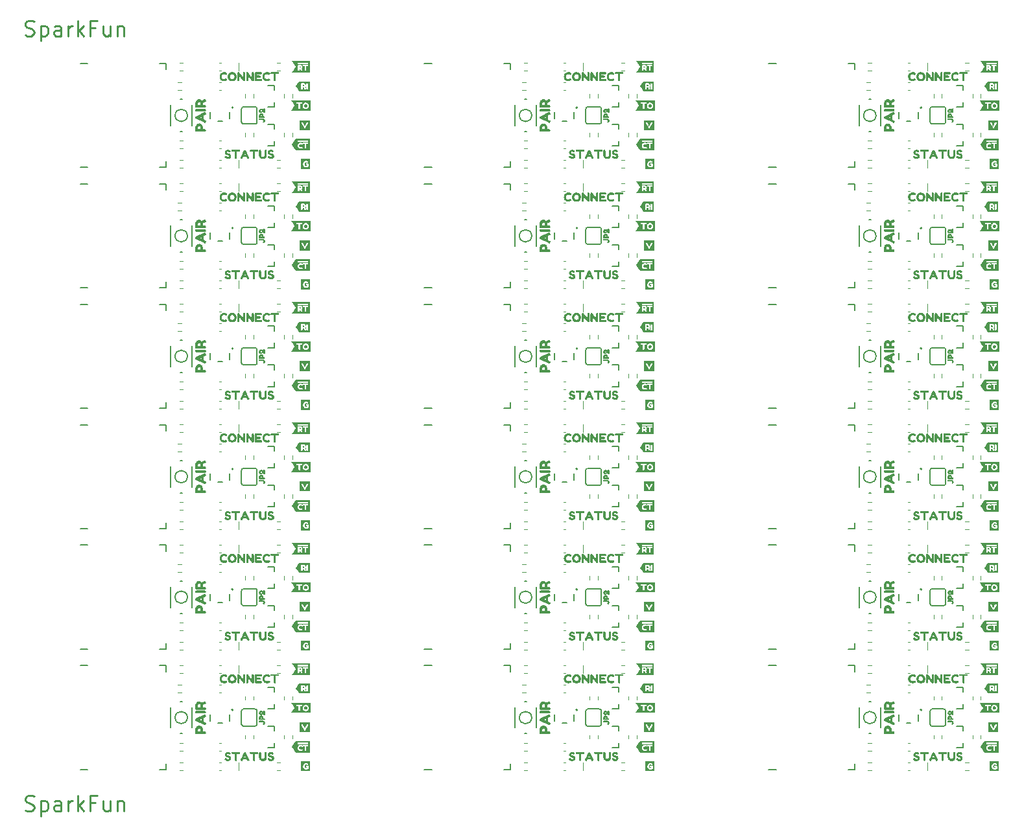
<source format=gto>
%TF.GenerationSoftware,KiCad,Pcbnew,7.0.6*%
%TF.CreationDate,2023-11-19T12:43:32-07:00*%
%TF.ProjectId,SparkFun_BlueSMiRF-ESP32-PTH_panelized,53706172-6b46-4756-9e5f-426c7565534d,rev?*%
%TF.SameCoordinates,Original*%
%TF.FileFunction,Legend,Top*%
%TF.FilePolarity,Positive*%
%FSLAX46Y46*%
G04 Gerber Fmt 4.6, Leading zero omitted, Abs format (unit mm)*
G04 Created by KiCad (PCBNEW 7.0.6) date 2023-11-19 12:43:32*
%MOMM*%
%LPD*%
G01*
G04 APERTURE LIST*
%ADD10C,0.250000*%
%ADD11C,0.152400*%
%ADD12C,0.120000*%
%ADD13C,0.203200*%
%ADD14C,0.127000*%
%ADD15C,0.200000*%
G04 APERTURE END LIST*
D10*
X-1304575Y96798000D02*
X-1018861Y96702762D01*
X-1018861Y96702762D02*
X-542670Y96702762D01*
X-542670Y96702762D02*
X-352194Y96798000D01*
X-352194Y96798000D02*
X-256956Y96893239D01*
X-256956Y96893239D02*
X-161718Y97083715D01*
X-161718Y97083715D02*
X-161718Y97274191D01*
X-161718Y97274191D02*
X-256956Y97464667D01*
X-256956Y97464667D02*
X-352194Y97559905D01*
X-352194Y97559905D02*
X-542670Y97655143D01*
X-542670Y97655143D02*
X-923623Y97750381D01*
X-923623Y97750381D02*
X-1114099Y97845620D01*
X-1114099Y97845620D02*
X-1209337Y97940858D01*
X-1209337Y97940858D02*
X-1304575Y98131334D01*
X-1304575Y98131334D02*
X-1304575Y98321810D01*
X-1304575Y98321810D02*
X-1209337Y98512286D01*
X-1209337Y98512286D02*
X-1114099Y98607524D01*
X-1114099Y98607524D02*
X-923623Y98702762D01*
X-923623Y98702762D02*
X-447432Y98702762D01*
X-447432Y98702762D02*
X-161718Y98607524D01*
X695425Y98036096D02*
X695425Y96036096D01*
X695425Y97940858D02*
X885901Y98036096D01*
X885901Y98036096D02*
X1266854Y98036096D01*
X1266854Y98036096D02*
X1457330Y97940858D01*
X1457330Y97940858D02*
X1552568Y97845620D01*
X1552568Y97845620D02*
X1647806Y97655143D01*
X1647806Y97655143D02*
X1647806Y97083715D01*
X1647806Y97083715D02*
X1552568Y96893239D01*
X1552568Y96893239D02*
X1457330Y96798000D01*
X1457330Y96798000D02*
X1266854Y96702762D01*
X1266854Y96702762D02*
X885901Y96702762D01*
X885901Y96702762D02*
X695425Y96798000D01*
X3362092Y96702762D02*
X3362092Y97750381D01*
X3362092Y97750381D02*
X3266854Y97940858D01*
X3266854Y97940858D02*
X3076378Y98036096D01*
X3076378Y98036096D02*
X2695425Y98036096D01*
X2695425Y98036096D02*
X2504949Y97940858D01*
X3362092Y96798000D02*
X3171616Y96702762D01*
X3171616Y96702762D02*
X2695425Y96702762D01*
X2695425Y96702762D02*
X2504949Y96798000D01*
X2504949Y96798000D02*
X2409711Y96988477D01*
X2409711Y96988477D02*
X2409711Y97178953D01*
X2409711Y97178953D02*
X2504949Y97369429D01*
X2504949Y97369429D02*
X2695425Y97464667D01*
X2695425Y97464667D02*
X3171616Y97464667D01*
X3171616Y97464667D02*
X3362092Y97559905D01*
X4314473Y96702762D02*
X4314473Y98036096D01*
X4314473Y97655143D02*
X4409711Y97845620D01*
X4409711Y97845620D02*
X4504949Y97940858D01*
X4504949Y97940858D02*
X4695425Y98036096D01*
X4695425Y98036096D02*
X4885902Y98036096D01*
X5552568Y96702762D02*
X5552568Y98702762D01*
X5743044Y97464667D02*
X6314473Y96702762D01*
X6314473Y98036096D02*
X5552568Y97274191D01*
X7838283Y97750381D02*
X7171616Y97750381D01*
X7171616Y96702762D02*
X7171616Y98702762D01*
X7171616Y98702762D02*
X8123997Y98702762D01*
X9743045Y98036096D02*
X9743045Y96702762D01*
X8885902Y98036096D02*
X8885902Y96988477D01*
X8885902Y96988477D02*
X8981140Y96798000D01*
X8981140Y96798000D02*
X9171616Y96702762D01*
X9171616Y96702762D02*
X9457331Y96702762D01*
X9457331Y96702762D02*
X9647807Y96798000D01*
X9647807Y96798000D02*
X9743045Y96893239D01*
X10695426Y98036096D02*
X10695426Y96702762D01*
X10695426Y97845620D02*
X10790664Y97940858D01*
X10790664Y97940858D02*
X10981140Y98036096D01*
X10981140Y98036096D02*
X11266855Y98036096D01*
X11266855Y98036096D02*
X11457331Y97940858D01*
X11457331Y97940858D02*
X11552569Y97750381D01*
X11552569Y97750381D02*
X11552569Y96702762D01*
X-1304575Y-4492000D02*
X-1018861Y-4587238D01*
X-1018861Y-4587238D02*
X-542670Y-4587238D01*
X-542670Y-4587238D02*
X-352194Y-4492000D01*
X-352194Y-4492000D02*
X-256956Y-4396761D01*
X-256956Y-4396761D02*
X-161718Y-4206285D01*
X-161718Y-4206285D02*
X-161718Y-4015809D01*
X-161718Y-4015809D02*
X-256956Y-3825333D01*
X-256956Y-3825333D02*
X-352194Y-3730095D01*
X-352194Y-3730095D02*
X-542670Y-3634857D01*
X-542670Y-3634857D02*
X-923623Y-3539619D01*
X-923623Y-3539619D02*
X-1114099Y-3444380D01*
X-1114099Y-3444380D02*
X-1209337Y-3349142D01*
X-1209337Y-3349142D02*
X-1304575Y-3158666D01*
X-1304575Y-3158666D02*
X-1304575Y-2968190D01*
X-1304575Y-2968190D02*
X-1209337Y-2777714D01*
X-1209337Y-2777714D02*
X-1114099Y-2682476D01*
X-1114099Y-2682476D02*
X-923623Y-2587238D01*
X-923623Y-2587238D02*
X-447432Y-2587238D01*
X-447432Y-2587238D02*
X-161718Y-2682476D01*
X695425Y-3253904D02*
X695425Y-5253904D01*
X695425Y-3349142D02*
X885901Y-3253904D01*
X885901Y-3253904D02*
X1266854Y-3253904D01*
X1266854Y-3253904D02*
X1457330Y-3349142D01*
X1457330Y-3349142D02*
X1552568Y-3444380D01*
X1552568Y-3444380D02*
X1647806Y-3634857D01*
X1647806Y-3634857D02*
X1647806Y-4206285D01*
X1647806Y-4206285D02*
X1552568Y-4396761D01*
X1552568Y-4396761D02*
X1457330Y-4492000D01*
X1457330Y-4492000D02*
X1266854Y-4587238D01*
X1266854Y-4587238D02*
X885901Y-4587238D01*
X885901Y-4587238D02*
X695425Y-4492000D01*
X3362092Y-4587238D02*
X3362092Y-3539619D01*
X3362092Y-3539619D02*
X3266854Y-3349142D01*
X3266854Y-3349142D02*
X3076378Y-3253904D01*
X3076378Y-3253904D02*
X2695425Y-3253904D01*
X2695425Y-3253904D02*
X2504949Y-3349142D01*
X3362092Y-4492000D02*
X3171616Y-4587238D01*
X3171616Y-4587238D02*
X2695425Y-4587238D01*
X2695425Y-4587238D02*
X2504949Y-4492000D01*
X2504949Y-4492000D02*
X2409711Y-4301523D01*
X2409711Y-4301523D02*
X2409711Y-4111047D01*
X2409711Y-4111047D02*
X2504949Y-3920571D01*
X2504949Y-3920571D02*
X2695425Y-3825333D01*
X2695425Y-3825333D02*
X3171616Y-3825333D01*
X3171616Y-3825333D02*
X3362092Y-3730095D01*
X4314473Y-4587238D02*
X4314473Y-3253904D01*
X4314473Y-3634857D02*
X4409711Y-3444380D01*
X4409711Y-3444380D02*
X4504949Y-3349142D01*
X4504949Y-3349142D02*
X4695425Y-3253904D01*
X4695425Y-3253904D02*
X4885902Y-3253904D01*
X5552568Y-4587238D02*
X5552568Y-2587238D01*
X5743044Y-3825333D02*
X6314473Y-4587238D01*
X6314473Y-3253904D02*
X5552568Y-4015809D01*
X7838283Y-3539619D02*
X7171616Y-3539619D01*
X7171616Y-4587238D02*
X7171616Y-2587238D01*
X7171616Y-2587238D02*
X8123997Y-2587238D01*
X9743045Y-3253904D02*
X9743045Y-4587238D01*
X8885902Y-3253904D02*
X8885902Y-4301523D01*
X8885902Y-4301523D02*
X8981140Y-4492000D01*
X8981140Y-4492000D02*
X9171616Y-4587238D01*
X9171616Y-4587238D02*
X9457331Y-4587238D01*
X9457331Y-4587238D02*
X9647807Y-4492000D01*
X9647807Y-4492000D02*
X9743045Y-4396761D01*
X10695426Y-3253904D02*
X10695426Y-4587238D01*
X10695426Y-3444380D02*
X10790664Y-3349142D01*
X10790664Y-3349142D02*
X10981140Y-3253904D01*
X10981140Y-3253904D02*
X11266855Y-3253904D01*
X11266855Y-3253904D02*
X11457331Y-3349142D01*
X11457331Y-3349142D02*
X11552569Y-3539619D01*
X11552569Y-3539619D02*
X11552569Y-4587238D01*
%TO.C,kibuzzard-655A5C47*%
G36*
X119680777Y85913900D02*
G01*
X119748193Y85885748D01*
X119807706Y85838829D01*
X119854008Y85778451D01*
X119881790Y85709924D01*
X119891050Y85633248D01*
X119882283Y85563486D01*
X119855984Y85499404D01*
X119812151Y85441001D01*
X119802150Y85431000D01*
X119733253Y85392106D01*
X119657688Y85431000D01*
X119617683Y85503231D01*
X119659910Y85576574D01*
X119685469Y85638804D01*
X119661021Y85696589D01*
X119597680Y85718814D01*
X119212076Y85718814D01*
X119180406Y85719925D01*
X119152069Y85726592D01*
X119125954Y85742150D01*
X119109286Y85773265D01*
X119102063Y85823271D01*
X119110397Y85879389D01*
X119135956Y85909949D01*
X119167626Y85921061D01*
X119205409Y85923284D01*
X119605459Y85923284D01*
X119680777Y85913900D01*
G37*
G36*
X119777703Y86207764D02*
G01*
X119816041Y86206097D01*
X119846044Y86195540D01*
X119871048Y86164425D01*
X119878826Y86105529D01*
X119871048Y86047744D01*
X119845489Y86016629D01*
X119814929Y86006072D01*
X119776591Y86004405D01*
X119203186Y86004405D01*
X119165959Y86006072D01*
X119135400Y86016629D01*
X119109841Y86047744D01*
X119102063Y86106640D01*
X119102063Y86207764D01*
X119305421Y86207764D01*
X119467664Y86207764D01*
X119467664Y86327779D01*
X119447661Y86382786D01*
X119386543Y86408900D01*
X119328758Y86385008D01*
X119305421Y86326668D01*
X119305421Y86207764D01*
X119102063Y86207764D01*
X119102063Y86327779D01*
X119106508Y86373062D01*
X119119843Y86420013D01*
X119141512Y86466685D01*
X119170960Y86511135D01*
X119210270Y86550723D01*
X119261527Y86582811D01*
X119321673Y86604063D01*
X119387654Y86611148D01*
X119453356Y86604202D01*
X119512669Y86583366D01*
X119563092Y86551557D01*
X119602125Y86511691D01*
X119631573Y86466685D01*
X119653243Y86419457D01*
X119666578Y86372090D01*
X119671023Y86326668D01*
X119671023Y86207764D01*
X119777703Y86207764D01*
G37*
G36*
X119838266Y87240115D02*
G01*
X119868825Y87214556D01*
X119879938Y87182886D01*
X119882160Y87144548D01*
X119882160Y86743386D01*
X119851601Y86672266D01*
X119778814Y86642263D01*
X119722418Y86652264D01*
X119671023Y86682268D01*
X119631434Y86720883D01*
X119590457Y86774501D01*
X119552258Y86833120D01*
X119521004Y86886738D01*
X119489889Y86934938D01*
X119452106Y86977304D01*
X119410434Y87006891D01*
X119367651Y87016754D01*
X119338203Y87012864D01*
X119309311Y86988417D01*
X119294309Y86932299D01*
X119317367Y86867291D01*
X119386543Y86845621D01*
X119422103Y86843954D01*
X119450439Y86833398D01*
X119473776Y86802283D01*
X119480999Y86743386D01*
X119473220Y86685601D01*
X119447661Y86654486D01*
X119417102Y86643929D01*
X119378764Y86642263D01*
X119307767Y86651153D01*
X119241463Y86677823D01*
X119179850Y86722273D01*
X119130461Y86781045D01*
X119100828Y86850684D01*
X119090950Y86931188D01*
X119100457Y87007864D01*
X119128979Y87076391D01*
X119176516Y87136769D01*
X119237635Y87183688D01*
X119306903Y87211840D01*
X119384320Y87221224D01*
X119440438Y87215806D01*
X119493223Y87199554D01*
X119540451Y87174412D01*
X119579900Y87142325D01*
X119638241Y87074539D01*
X119677690Y87007864D01*
X119677690Y87146770D01*
X119679913Y87185108D01*
X119691025Y87215112D01*
X119722140Y87240115D01*
X119781036Y87247894D01*
X119838266Y87240115D01*
G37*
G36*
X119680777Y70173900D02*
G01*
X119748193Y70145748D01*
X119807706Y70098829D01*
X119854008Y70038451D01*
X119881790Y69969924D01*
X119891050Y69893248D01*
X119882283Y69823486D01*
X119855984Y69759404D01*
X119812151Y69701001D01*
X119802150Y69691000D01*
X119733253Y69652106D01*
X119657688Y69691000D01*
X119617683Y69763231D01*
X119659910Y69836574D01*
X119685469Y69898804D01*
X119661021Y69956589D01*
X119597680Y69978814D01*
X119212076Y69978814D01*
X119180406Y69979925D01*
X119152069Y69986592D01*
X119125954Y70002150D01*
X119109286Y70033265D01*
X119102063Y70083271D01*
X119110397Y70139389D01*
X119135956Y70169949D01*
X119167626Y70181061D01*
X119205409Y70183284D01*
X119605459Y70183284D01*
X119680777Y70173900D01*
G37*
G36*
X119777703Y70467764D02*
G01*
X119816041Y70466097D01*
X119846044Y70455540D01*
X119871048Y70424425D01*
X119878826Y70365529D01*
X119871048Y70307744D01*
X119845489Y70276629D01*
X119814929Y70266072D01*
X119776591Y70264405D01*
X119203186Y70264405D01*
X119165959Y70266072D01*
X119135400Y70276629D01*
X119109841Y70307744D01*
X119102063Y70366640D01*
X119102063Y70467764D01*
X119305421Y70467764D01*
X119467664Y70467764D01*
X119467664Y70587779D01*
X119447661Y70642786D01*
X119386543Y70668900D01*
X119328758Y70645008D01*
X119305421Y70586668D01*
X119305421Y70467764D01*
X119102063Y70467764D01*
X119102063Y70587779D01*
X119106508Y70633062D01*
X119119843Y70680013D01*
X119141512Y70726685D01*
X119170960Y70771135D01*
X119210270Y70810723D01*
X119261527Y70842811D01*
X119321673Y70864063D01*
X119387654Y70871148D01*
X119453356Y70864202D01*
X119512669Y70843366D01*
X119563092Y70811557D01*
X119602125Y70771691D01*
X119631573Y70726685D01*
X119653243Y70679457D01*
X119666578Y70632090D01*
X119671023Y70586668D01*
X119671023Y70467764D01*
X119777703Y70467764D01*
G37*
G36*
X119838266Y71500115D02*
G01*
X119868825Y71474556D01*
X119879938Y71442886D01*
X119882160Y71404548D01*
X119882160Y71003386D01*
X119851601Y70932266D01*
X119778814Y70902263D01*
X119722418Y70912264D01*
X119671023Y70942268D01*
X119631434Y70980883D01*
X119590457Y71034501D01*
X119552258Y71093120D01*
X119521004Y71146738D01*
X119489889Y71194938D01*
X119452106Y71237304D01*
X119410434Y71266891D01*
X119367651Y71276754D01*
X119338203Y71272864D01*
X119309311Y71248417D01*
X119294309Y71192299D01*
X119317367Y71127291D01*
X119386543Y71105621D01*
X119422103Y71103954D01*
X119450439Y71093398D01*
X119473776Y71062283D01*
X119480999Y71003386D01*
X119473220Y70945601D01*
X119447661Y70914486D01*
X119417102Y70903929D01*
X119378764Y70902263D01*
X119307767Y70911153D01*
X119241463Y70937823D01*
X119179850Y70982273D01*
X119130461Y71041045D01*
X119100828Y71110684D01*
X119090950Y71191188D01*
X119100457Y71267864D01*
X119128979Y71336391D01*
X119176516Y71396769D01*
X119237635Y71443688D01*
X119306903Y71471840D01*
X119384320Y71481224D01*
X119440438Y71475806D01*
X119493223Y71459554D01*
X119540451Y71434412D01*
X119579900Y71402325D01*
X119638241Y71334539D01*
X119677690Y71267864D01*
X119677690Y71406770D01*
X119679913Y71445108D01*
X119691025Y71475112D01*
X119722140Y71500115D01*
X119781036Y71507894D01*
X119838266Y71500115D01*
G37*
G36*
X119680777Y54433900D02*
G01*
X119748193Y54405748D01*
X119807706Y54358829D01*
X119854008Y54298451D01*
X119881790Y54229924D01*
X119891050Y54153248D01*
X119882283Y54083486D01*
X119855984Y54019404D01*
X119812151Y53961001D01*
X119802150Y53951000D01*
X119733253Y53912106D01*
X119657688Y53951000D01*
X119617683Y54023231D01*
X119659910Y54096574D01*
X119685469Y54158804D01*
X119661021Y54216589D01*
X119597680Y54238814D01*
X119212076Y54238814D01*
X119180406Y54239925D01*
X119152069Y54246592D01*
X119125954Y54262150D01*
X119109286Y54293265D01*
X119102063Y54343271D01*
X119110397Y54399389D01*
X119135956Y54429949D01*
X119167626Y54441061D01*
X119205409Y54443284D01*
X119605459Y54443284D01*
X119680777Y54433900D01*
G37*
G36*
X119777703Y54727764D02*
G01*
X119816041Y54726097D01*
X119846044Y54715540D01*
X119871048Y54684425D01*
X119878826Y54625529D01*
X119871048Y54567744D01*
X119845489Y54536629D01*
X119814929Y54526072D01*
X119776591Y54524405D01*
X119203186Y54524405D01*
X119165959Y54526072D01*
X119135400Y54536629D01*
X119109841Y54567744D01*
X119102063Y54626640D01*
X119102063Y54727764D01*
X119305421Y54727764D01*
X119467664Y54727764D01*
X119467664Y54847779D01*
X119447661Y54902786D01*
X119386543Y54928900D01*
X119328758Y54905008D01*
X119305421Y54846668D01*
X119305421Y54727764D01*
X119102063Y54727764D01*
X119102063Y54847779D01*
X119106508Y54893062D01*
X119119843Y54940013D01*
X119141512Y54986685D01*
X119170960Y55031135D01*
X119210270Y55070723D01*
X119261527Y55102811D01*
X119321673Y55124063D01*
X119387654Y55131148D01*
X119453356Y55124202D01*
X119512669Y55103366D01*
X119563092Y55071557D01*
X119602125Y55031691D01*
X119631573Y54986685D01*
X119653243Y54939457D01*
X119666578Y54892090D01*
X119671023Y54846668D01*
X119671023Y54727764D01*
X119777703Y54727764D01*
G37*
G36*
X119838266Y55760115D02*
G01*
X119868825Y55734556D01*
X119879938Y55702886D01*
X119882160Y55664548D01*
X119882160Y55263386D01*
X119851601Y55192266D01*
X119778814Y55162263D01*
X119722418Y55172264D01*
X119671023Y55202268D01*
X119631434Y55240883D01*
X119590457Y55294501D01*
X119552258Y55353120D01*
X119521004Y55406738D01*
X119489889Y55454938D01*
X119452106Y55497304D01*
X119410434Y55526891D01*
X119367651Y55536754D01*
X119338203Y55532864D01*
X119309311Y55508417D01*
X119294309Y55452299D01*
X119317367Y55387291D01*
X119386543Y55365621D01*
X119422103Y55363954D01*
X119450439Y55353398D01*
X119473776Y55322283D01*
X119480999Y55263386D01*
X119473220Y55205601D01*
X119447661Y55174486D01*
X119417102Y55163929D01*
X119378764Y55162263D01*
X119307767Y55171153D01*
X119241463Y55197823D01*
X119179850Y55242273D01*
X119130461Y55301045D01*
X119100828Y55370684D01*
X119090950Y55451188D01*
X119100457Y55527864D01*
X119128979Y55596391D01*
X119176516Y55656769D01*
X119237635Y55703688D01*
X119306903Y55731840D01*
X119384320Y55741224D01*
X119440438Y55735806D01*
X119493223Y55719554D01*
X119540451Y55694412D01*
X119579900Y55662325D01*
X119638241Y55594539D01*
X119677690Y55527864D01*
X119677690Y55666770D01*
X119679913Y55705108D01*
X119691025Y55735112D01*
X119722140Y55760115D01*
X119781036Y55767894D01*
X119838266Y55760115D01*
G37*
G36*
X119680777Y38693900D02*
G01*
X119748193Y38665748D01*
X119807706Y38618829D01*
X119854008Y38558451D01*
X119881790Y38489924D01*
X119891050Y38413248D01*
X119882283Y38343486D01*
X119855984Y38279404D01*
X119812151Y38221001D01*
X119802150Y38211000D01*
X119733253Y38172106D01*
X119657688Y38211000D01*
X119617683Y38283231D01*
X119659910Y38356574D01*
X119685469Y38418804D01*
X119661021Y38476589D01*
X119597680Y38498814D01*
X119212076Y38498814D01*
X119180406Y38499925D01*
X119152069Y38506592D01*
X119125954Y38522150D01*
X119109286Y38553265D01*
X119102063Y38603271D01*
X119110397Y38659389D01*
X119135956Y38689949D01*
X119167626Y38701061D01*
X119205409Y38703284D01*
X119605459Y38703284D01*
X119680777Y38693900D01*
G37*
G36*
X119777703Y38987764D02*
G01*
X119816041Y38986097D01*
X119846044Y38975540D01*
X119871048Y38944425D01*
X119878826Y38885529D01*
X119871048Y38827744D01*
X119845489Y38796629D01*
X119814929Y38786072D01*
X119776591Y38784405D01*
X119203186Y38784405D01*
X119165959Y38786072D01*
X119135400Y38796629D01*
X119109841Y38827744D01*
X119102063Y38886640D01*
X119102063Y38987764D01*
X119305421Y38987764D01*
X119467664Y38987764D01*
X119467664Y39107779D01*
X119447661Y39162786D01*
X119386543Y39188900D01*
X119328758Y39165008D01*
X119305421Y39106668D01*
X119305421Y38987764D01*
X119102063Y38987764D01*
X119102063Y39107779D01*
X119106508Y39153062D01*
X119119843Y39200013D01*
X119141512Y39246685D01*
X119170960Y39291135D01*
X119210270Y39330723D01*
X119261527Y39362811D01*
X119321673Y39384063D01*
X119387654Y39391148D01*
X119453356Y39384202D01*
X119512669Y39363366D01*
X119563092Y39331557D01*
X119602125Y39291691D01*
X119631573Y39246685D01*
X119653243Y39199457D01*
X119666578Y39152090D01*
X119671023Y39106668D01*
X119671023Y38987764D01*
X119777703Y38987764D01*
G37*
G36*
X119838266Y40020115D02*
G01*
X119868825Y39994556D01*
X119879938Y39962886D01*
X119882160Y39924548D01*
X119882160Y39523386D01*
X119851601Y39452266D01*
X119778814Y39422263D01*
X119722418Y39432264D01*
X119671023Y39462268D01*
X119631434Y39500883D01*
X119590457Y39554501D01*
X119552258Y39613120D01*
X119521004Y39666738D01*
X119489889Y39714938D01*
X119452106Y39757304D01*
X119410434Y39786891D01*
X119367651Y39796754D01*
X119338203Y39792864D01*
X119309311Y39768417D01*
X119294309Y39712299D01*
X119317367Y39647291D01*
X119386543Y39625621D01*
X119422103Y39623954D01*
X119450439Y39613398D01*
X119473776Y39582283D01*
X119480999Y39523386D01*
X119473220Y39465601D01*
X119447661Y39434486D01*
X119417102Y39423929D01*
X119378764Y39422263D01*
X119307767Y39431153D01*
X119241463Y39457823D01*
X119179850Y39502273D01*
X119130461Y39561045D01*
X119100828Y39630684D01*
X119090950Y39711188D01*
X119100457Y39787864D01*
X119128979Y39856391D01*
X119176516Y39916769D01*
X119237635Y39963688D01*
X119306903Y39991840D01*
X119384320Y40001224D01*
X119440438Y39995806D01*
X119493223Y39979554D01*
X119540451Y39954412D01*
X119579900Y39922325D01*
X119638241Y39854539D01*
X119677690Y39787864D01*
X119677690Y39926770D01*
X119679913Y39965108D01*
X119691025Y39995112D01*
X119722140Y40020115D01*
X119781036Y40027894D01*
X119838266Y40020115D01*
G37*
G36*
X119680777Y22953900D02*
G01*
X119748193Y22925748D01*
X119807706Y22878829D01*
X119854008Y22818451D01*
X119881790Y22749924D01*
X119891050Y22673248D01*
X119882283Y22603486D01*
X119855984Y22539404D01*
X119812151Y22481001D01*
X119802150Y22471000D01*
X119733253Y22432106D01*
X119657688Y22471000D01*
X119617683Y22543231D01*
X119659910Y22616574D01*
X119685469Y22678804D01*
X119661021Y22736589D01*
X119597680Y22758814D01*
X119212076Y22758814D01*
X119180406Y22759925D01*
X119152069Y22766592D01*
X119125954Y22782150D01*
X119109286Y22813265D01*
X119102063Y22863271D01*
X119110397Y22919389D01*
X119135956Y22949949D01*
X119167626Y22961061D01*
X119205409Y22963284D01*
X119605459Y22963284D01*
X119680777Y22953900D01*
G37*
G36*
X119777703Y23247764D02*
G01*
X119816041Y23246097D01*
X119846044Y23235540D01*
X119871048Y23204425D01*
X119878826Y23145529D01*
X119871048Y23087744D01*
X119845489Y23056629D01*
X119814929Y23046072D01*
X119776591Y23044405D01*
X119203186Y23044405D01*
X119165959Y23046072D01*
X119135400Y23056629D01*
X119109841Y23087744D01*
X119102063Y23146640D01*
X119102063Y23247764D01*
X119305421Y23247764D01*
X119467664Y23247764D01*
X119467664Y23367779D01*
X119447661Y23422786D01*
X119386543Y23448900D01*
X119328758Y23425008D01*
X119305421Y23366668D01*
X119305421Y23247764D01*
X119102063Y23247764D01*
X119102063Y23367779D01*
X119106508Y23413062D01*
X119119843Y23460013D01*
X119141512Y23506685D01*
X119170960Y23551135D01*
X119210270Y23590723D01*
X119261527Y23622811D01*
X119321673Y23644063D01*
X119387654Y23651148D01*
X119453356Y23644202D01*
X119512669Y23623366D01*
X119563092Y23591557D01*
X119602125Y23551691D01*
X119631573Y23506685D01*
X119653243Y23459457D01*
X119666578Y23412090D01*
X119671023Y23366668D01*
X119671023Y23247764D01*
X119777703Y23247764D01*
G37*
G36*
X119838266Y24280115D02*
G01*
X119868825Y24254556D01*
X119879938Y24222886D01*
X119882160Y24184548D01*
X119882160Y23783386D01*
X119851601Y23712266D01*
X119778814Y23682263D01*
X119722418Y23692264D01*
X119671023Y23722268D01*
X119631434Y23760883D01*
X119590457Y23814501D01*
X119552258Y23873120D01*
X119521004Y23926738D01*
X119489889Y23974938D01*
X119452106Y24017304D01*
X119410434Y24046891D01*
X119367651Y24056754D01*
X119338203Y24052864D01*
X119309311Y24028417D01*
X119294309Y23972299D01*
X119317367Y23907291D01*
X119386543Y23885621D01*
X119422103Y23883954D01*
X119450439Y23873398D01*
X119473776Y23842283D01*
X119480999Y23783386D01*
X119473220Y23725601D01*
X119447661Y23694486D01*
X119417102Y23683929D01*
X119378764Y23682263D01*
X119307767Y23691153D01*
X119241463Y23717823D01*
X119179850Y23762273D01*
X119130461Y23821045D01*
X119100828Y23890684D01*
X119090950Y23971188D01*
X119100457Y24047864D01*
X119128979Y24116391D01*
X119176516Y24176769D01*
X119237635Y24223688D01*
X119306903Y24251840D01*
X119384320Y24261224D01*
X119440438Y24255806D01*
X119493223Y24239554D01*
X119540451Y24214412D01*
X119579900Y24182325D01*
X119638241Y24114539D01*
X119677690Y24047864D01*
X119677690Y24186770D01*
X119679913Y24225108D01*
X119691025Y24255112D01*
X119722140Y24280115D01*
X119781036Y24287894D01*
X119838266Y24280115D01*
G37*
G36*
X119680777Y7213900D02*
G01*
X119748193Y7185748D01*
X119807706Y7138829D01*
X119854008Y7078451D01*
X119881790Y7009924D01*
X119891050Y6933248D01*
X119882283Y6863486D01*
X119855984Y6799404D01*
X119812151Y6741001D01*
X119802150Y6731000D01*
X119733253Y6692106D01*
X119657688Y6731000D01*
X119617683Y6803231D01*
X119659910Y6876574D01*
X119685469Y6938804D01*
X119661021Y6996589D01*
X119597680Y7018814D01*
X119212076Y7018814D01*
X119180406Y7019925D01*
X119152069Y7026592D01*
X119125954Y7042150D01*
X119109286Y7073265D01*
X119102063Y7123271D01*
X119110397Y7179389D01*
X119135956Y7209949D01*
X119167626Y7221061D01*
X119205409Y7223284D01*
X119605459Y7223284D01*
X119680777Y7213900D01*
G37*
G36*
X119777703Y7507764D02*
G01*
X119816041Y7506097D01*
X119846044Y7495540D01*
X119871048Y7464425D01*
X119878826Y7405529D01*
X119871048Y7347744D01*
X119845489Y7316629D01*
X119814929Y7306072D01*
X119776591Y7304405D01*
X119203186Y7304405D01*
X119165959Y7306072D01*
X119135400Y7316629D01*
X119109841Y7347744D01*
X119102063Y7406640D01*
X119102063Y7507764D01*
X119305421Y7507764D01*
X119467664Y7507764D01*
X119467664Y7627779D01*
X119447661Y7682786D01*
X119386543Y7708900D01*
X119328758Y7685008D01*
X119305421Y7626668D01*
X119305421Y7507764D01*
X119102063Y7507764D01*
X119102063Y7627779D01*
X119106508Y7673062D01*
X119119843Y7720013D01*
X119141512Y7766685D01*
X119170960Y7811135D01*
X119210270Y7850723D01*
X119261527Y7882811D01*
X119321673Y7904063D01*
X119387654Y7911148D01*
X119453356Y7904202D01*
X119512669Y7883366D01*
X119563092Y7851557D01*
X119602125Y7811691D01*
X119631573Y7766685D01*
X119653243Y7719457D01*
X119666578Y7672090D01*
X119671023Y7626668D01*
X119671023Y7507764D01*
X119777703Y7507764D01*
G37*
G36*
X119838266Y8540115D02*
G01*
X119868825Y8514556D01*
X119879938Y8482886D01*
X119882160Y8444548D01*
X119882160Y8043386D01*
X119851601Y7972266D01*
X119778814Y7942263D01*
X119722418Y7952264D01*
X119671023Y7982268D01*
X119631434Y8020883D01*
X119590457Y8074501D01*
X119552258Y8133120D01*
X119521004Y8186738D01*
X119489889Y8234938D01*
X119452106Y8277304D01*
X119410434Y8306891D01*
X119367651Y8316754D01*
X119338203Y8312864D01*
X119309311Y8288417D01*
X119294309Y8232299D01*
X119317367Y8167291D01*
X119386543Y8145621D01*
X119422103Y8143954D01*
X119450439Y8133398D01*
X119473776Y8102283D01*
X119480999Y8043386D01*
X119473220Y7985601D01*
X119447661Y7954486D01*
X119417102Y7943929D01*
X119378764Y7942263D01*
X119307767Y7951153D01*
X119241463Y7977823D01*
X119179850Y8022273D01*
X119130461Y8081045D01*
X119100828Y8150684D01*
X119090950Y8231188D01*
X119100457Y8307864D01*
X119128979Y8376391D01*
X119176516Y8436769D01*
X119237635Y8483688D01*
X119306903Y8511840D01*
X119384320Y8521224D01*
X119440438Y8515806D01*
X119493223Y8499554D01*
X119540451Y8474412D01*
X119579900Y8442325D01*
X119638241Y8374539D01*
X119677690Y8307864D01*
X119677690Y8446770D01*
X119679913Y8485108D01*
X119691025Y8515112D01*
X119722140Y8540115D01*
X119781036Y8547894D01*
X119838266Y8540115D01*
G37*
G36*
X74730777Y85913900D02*
G01*
X74798193Y85885748D01*
X74857706Y85838829D01*
X74904008Y85778451D01*
X74931790Y85709924D01*
X74941050Y85633248D01*
X74932283Y85563486D01*
X74905984Y85499404D01*
X74862151Y85441001D01*
X74852150Y85431000D01*
X74783253Y85392106D01*
X74707688Y85431000D01*
X74667683Y85503231D01*
X74709910Y85576574D01*
X74735469Y85638804D01*
X74711021Y85696589D01*
X74647680Y85718814D01*
X74262076Y85718814D01*
X74230406Y85719925D01*
X74202069Y85726592D01*
X74175954Y85742150D01*
X74159286Y85773265D01*
X74152063Y85823271D01*
X74160397Y85879389D01*
X74185956Y85909949D01*
X74217626Y85921061D01*
X74255409Y85923284D01*
X74655459Y85923284D01*
X74730777Y85913900D01*
G37*
G36*
X74827703Y86207764D02*
G01*
X74866041Y86206097D01*
X74896044Y86195540D01*
X74921048Y86164425D01*
X74928826Y86105529D01*
X74921048Y86047744D01*
X74895489Y86016629D01*
X74864929Y86006072D01*
X74826591Y86004405D01*
X74253186Y86004405D01*
X74215959Y86006072D01*
X74185400Y86016629D01*
X74159841Y86047744D01*
X74152063Y86106640D01*
X74152063Y86207764D01*
X74355421Y86207764D01*
X74517664Y86207764D01*
X74517664Y86327779D01*
X74497661Y86382786D01*
X74436543Y86408900D01*
X74378758Y86385008D01*
X74355421Y86326668D01*
X74355421Y86207764D01*
X74152063Y86207764D01*
X74152063Y86327779D01*
X74156508Y86373062D01*
X74169843Y86420013D01*
X74191512Y86466685D01*
X74220960Y86511135D01*
X74260270Y86550723D01*
X74311527Y86582811D01*
X74371673Y86604063D01*
X74437654Y86611148D01*
X74503356Y86604202D01*
X74562669Y86583366D01*
X74613092Y86551557D01*
X74652125Y86511691D01*
X74681573Y86466685D01*
X74703243Y86419457D01*
X74716578Y86372090D01*
X74721023Y86326668D01*
X74721023Y86207764D01*
X74827703Y86207764D01*
G37*
G36*
X74888266Y87240115D02*
G01*
X74918825Y87214556D01*
X74929938Y87182886D01*
X74932160Y87144548D01*
X74932160Y86743386D01*
X74901601Y86672266D01*
X74828814Y86642263D01*
X74772418Y86652264D01*
X74721023Y86682268D01*
X74681434Y86720883D01*
X74640457Y86774501D01*
X74602258Y86833120D01*
X74571004Y86886738D01*
X74539889Y86934938D01*
X74502106Y86977304D01*
X74460434Y87006891D01*
X74417651Y87016754D01*
X74388203Y87012864D01*
X74359311Y86988417D01*
X74344309Y86932299D01*
X74367367Y86867291D01*
X74436543Y86845621D01*
X74472103Y86843954D01*
X74500439Y86833398D01*
X74523776Y86802283D01*
X74530999Y86743386D01*
X74523220Y86685601D01*
X74497661Y86654486D01*
X74467102Y86643929D01*
X74428764Y86642263D01*
X74357767Y86651153D01*
X74291463Y86677823D01*
X74229850Y86722273D01*
X74180461Y86781045D01*
X74150828Y86850684D01*
X74140950Y86931188D01*
X74150457Y87007864D01*
X74178979Y87076391D01*
X74226516Y87136769D01*
X74287635Y87183688D01*
X74356903Y87211840D01*
X74434320Y87221224D01*
X74490438Y87215806D01*
X74543223Y87199554D01*
X74590451Y87174412D01*
X74629900Y87142325D01*
X74688241Y87074539D01*
X74727690Y87007864D01*
X74727690Y87146770D01*
X74729913Y87185108D01*
X74741025Y87215112D01*
X74772140Y87240115D01*
X74831036Y87247894D01*
X74888266Y87240115D01*
G37*
G36*
X74730777Y70173900D02*
G01*
X74798193Y70145748D01*
X74857706Y70098829D01*
X74904008Y70038451D01*
X74931790Y69969924D01*
X74941050Y69893248D01*
X74932283Y69823486D01*
X74905984Y69759404D01*
X74862151Y69701001D01*
X74852150Y69691000D01*
X74783253Y69652106D01*
X74707688Y69691000D01*
X74667683Y69763231D01*
X74709910Y69836574D01*
X74735469Y69898804D01*
X74711021Y69956589D01*
X74647680Y69978814D01*
X74262076Y69978814D01*
X74230406Y69979925D01*
X74202069Y69986592D01*
X74175954Y70002150D01*
X74159286Y70033265D01*
X74152063Y70083271D01*
X74160397Y70139389D01*
X74185956Y70169949D01*
X74217626Y70181061D01*
X74255409Y70183284D01*
X74655459Y70183284D01*
X74730777Y70173900D01*
G37*
G36*
X74827703Y70467764D02*
G01*
X74866041Y70466097D01*
X74896044Y70455540D01*
X74921048Y70424425D01*
X74928826Y70365529D01*
X74921048Y70307744D01*
X74895489Y70276629D01*
X74864929Y70266072D01*
X74826591Y70264405D01*
X74253186Y70264405D01*
X74215959Y70266072D01*
X74185400Y70276629D01*
X74159841Y70307744D01*
X74152063Y70366640D01*
X74152063Y70467764D01*
X74355421Y70467764D01*
X74517664Y70467764D01*
X74517664Y70587779D01*
X74497661Y70642786D01*
X74436543Y70668900D01*
X74378758Y70645008D01*
X74355421Y70586668D01*
X74355421Y70467764D01*
X74152063Y70467764D01*
X74152063Y70587779D01*
X74156508Y70633062D01*
X74169843Y70680013D01*
X74191512Y70726685D01*
X74220960Y70771135D01*
X74260270Y70810723D01*
X74311527Y70842811D01*
X74371673Y70864063D01*
X74437654Y70871148D01*
X74503356Y70864202D01*
X74562669Y70843366D01*
X74613092Y70811557D01*
X74652125Y70771691D01*
X74681573Y70726685D01*
X74703243Y70679457D01*
X74716578Y70632090D01*
X74721023Y70586668D01*
X74721023Y70467764D01*
X74827703Y70467764D01*
G37*
G36*
X74888266Y71500115D02*
G01*
X74918825Y71474556D01*
X74929938Y71442886D01*
X74932160Y71404548D01*
X74932160Y71003386D01*
X74901601Y70932266D01*
X74828814Y70902263D01*
X74772418Y70912264D01*
X74721023Y70942268D01*
X74681434Y70980883D01*
X74640457Y71034501D01*
X74602258Y71093120D01*
X74571004Y71146738D01*
X74539889Y71194938D01*
X74502106Y71237304D01*
X74460434Y71266891D01*
X74417651Y71276754D01*
X74388203Y71272864D01*
X74359311Y71248417D01*
X74344309Y71192299D01*
X74367367Y71127291D01*
X74436543Y71105621D01*
X74472103Y71103954D01*
X74500439Y71093398D01*
X74523776Y71062283D01*
X74530999Y71003386D01*
X74523220Y70945601D01*
X74497661Y70914486D01*
X74467102Y70903929D01*
X74428764Y70902263D01*
X74357767Y70911153D01*
X74291463Y70937823D01*
X74229850Y70982273D01*
X74180461Y71041045D01*
X74150828Y71110684D01*
X74140950Y71191188D01*
X74150457Y71267864D01*
X74178979Y71336391D01*
X74226516Y71396769D01*
X74287635Y71443688D01*
X74356903Y71471840D01*
X74434320Y71481224D01*
X74490438Y71475806D01*
X74543223Y71459554D01*
X74590451Y71434412D01*
X74629900Y71402325D01*
X74688241Y71334539D01*
X74727690Y71267864D01*
X74727690Y71406770D01*
X74729913Y71445108D01*
X74741025Y71475112D01*
X74772140Y71500115D01*
X74831036Y71507894D01*
X74888266Y71500115D01*
G37*
G36*
X74730777Y54433900D02*
G01*
X74798193Y54405748D01*
X74857706Y54358829D01*
X74904008Y54298451D01*
X74931790Y54229924D01*
X74941050Y54153248D01*
X74932283Y54083486D01*
X74905984Y54019404D01*
X74862151Y53961001D01*
X74852150Y53951000D01*
X74783253Y53912106D01*
X74707688Y53951000D01*
X74667683Y54023231D01*
X74709910Y54096574D01*
X74735469Y54158804D01*
X74711021Y54216589D01*
X74647680Y54238814D01*
X74262076Y54238814D01*
X74230406Y54239925D01*
X74202069Y54246592D01*
X74175954Y54262150D01*
X74159286Y54293265D01*
X74152063Y54343271D01*
X74160397Y54399389D01*
X74185956Y54429949D01*
X74217626Y54441061D01*
X74255409Y54443284D01*
X74655459Y54443284D01*
X74730777Y54433900D01*
G37*
G36*
X74827703Y54727764D02*
G01*
X74866041Y54726097D01*
X74896044Y54715540D01*
X74921048Y54684425D01*
X74928826Y54625529D01*
X74921048Y54567744D01*
X74895489Y54536629D01*
X74864929Y54526072D01*
X74826591Y54524405D01*
X74253186Y54524405D01*
X74215959Y54526072D01*
X74185400Y54536629D01*
X74159841Y54567744D01*
X74152063Y54626640D01*
X74152063Y54727764D01*
X74355421Y54727764D01*
X74517664Y54727764D01*
X74517664Y54847779D01*
X74497661Y54902786D01*
X74436543Y54928900D01*
X74378758Y54905008D01*
X74355421Y54846668D01*
X74355421Y54727764D01*
X74152063Y54727764D01*
X74152063Y54847779D01*
X74156508Y54893062D01*
X74169843Y54940013D01*
X74191512Y54986685D01*
X74220960Y55031135D01*
X74260270Y55070723D01*
X74311527Y55102811D01*
X74371673Y55124063D01*
X74437654Y55131148D01*
X74503356Y55124202D01*
X74562669Y55103366D01*
X74613092Y55071557D01*
X74652125Y55031691D01*
X74681573Y54986685D01*
X74703243Y54939457D01*
X74716578Y54892090D01*
X74721023Y54846668D01*
X74721023Y54727764D01*
X74827703Y54727764D01*
G37*
G36*
X74888266Y55760115D02*
G01*
X74918825Y55734556D01*
X74929938Y55702886D01*
X74932160Y55664548D01*
X74932160Y55263386D01*
X74901601Y55192266D01*
X74828814Y55162263D01*
X74772418Y55172264D01*
X74721023Y55202268D01*
X74681434Y55240883D01*
X74640457Y55294501D01*
X74602258Y55353120D01*
X74571004Y55406738D01*
X74539889Y55454938D01*
X74502106Y55497304D01*
X74460434Y55526891D01*
X74417651Y55536754D01*
X74388203Y55532864D01*
X74359311Y55508417D01*
X74344309Y55452299D01*
X74367367Y55387291D01*
X74436543Y55365621D01*
X74472103Y55363954D01*
X74500439Y55353398D01*
X74523776Y55322283D01*
X74530999Y55263386D01*
X74523220Y55205601D01*
X74497661Y55174486D01*
X74467102Y55163929D01*
X74428764Y55162263D01*
X74357767Y55171153D01*
X74291463Y55197823D01*
X74229850Y55242273D01*
X74180461Y55301045D01*
X74150828Y55370684D01*
X74140950Y55451188D01*
X74150457Y55527864D01*
X74178979Y55596391D01*
X74226516Y55656769D01*
X74287635Y55703688D01*
X74356903Y55731840D01*
X74434320Y55741224D01*
X74490438Y55735806D01*
X74543223Y55719554D01*
X74590451Y55694412D01*
X74629900Y55662325D01*
X74688241Y55594539D01*
X74727690Y55527864D01*
X74727690Y55666770D01*
X74729913Y55705108D01*
X74741025Y55735112D01*
X74772140Y55760115D01*
X74831036Y55767894D01*
X74888266Y55760115D01*
G37*
G36*
X74730777Y38693900D02*
G01*
X74798193Y38665748D01*
X74857706Y38618829D01*
X74904008Y38558451D01*
X74931790Y38489924D01*
X74941050Y38413248D01*
X74932283Y38343486D01*
X74905984Y38279404D01*
X74862151Y38221001D01*
X74852150Y38211000D01*
X74783253Y38172106D01*
X74707688Y38211000D01*
X74667683Y38283231D01*
X74709910Y38356574D01*
X74735469Y38418804D01*
X74711021Y38476589D01*
X74647680Y38498814D01*
X74262076Y38498814D01*
X74230406Y38499925D01*
X74202069Y38506592D01*
X74175954Y38522150D01*
X74159286Y38553265D01*
X74152063Y38603271D01*
X74160397Y38659389D01*
X74185956Y38689949D01*
X74217626Y38701061D01*
X74255409Y38703284D01*
X74655459Y38703284D01*
X74730777Y38693900D01*
G37*
G36*
X74827703Y38987764D02*
G01*
X74866041Y38986097D01*
X74896044Y38975540D01*
X74921048Y38944425D01*
X74928826Y38885529D01*
X74921048Y38827744D01*
X74895489Y38796629D01*
X74864929Y38786072D01*
X74826591Y38784405D01*
X74253186Y38784405D01*
X74215959Y38786072D01*
X74185400Y38796629D01*
X74159841Y38827744D01*
X74152063Y38886640D01*
X74152063Y38987764D01*
X74355421Y38987764D01*
X74517664Y38987764D01*
X74517664Y39107779D01*
X74497661Y39162786D01*
X74436543Y39188900D01*
X74378758Y39165008D01*
X74355421Y39106668D01*
X74355421Y38987764D01*
X74152063Y38987764D01*
X74152063Y39107779D01*
X74156508Y39153062D01*
X74169843Y39200013D01*
X74191512Y39246685D01*
X74220960Y39291135D01*
X74260270Y39330723D01*
X74311527Y39362811D01*
X74371673Y39384063D01*
X74437654Y39391148D01*
X74503356Y39384202D01*
X74562669Y39363366D01*
X74613092Y39331557D01*
X74652125Y39291691D01*
X74681573Y39246685D01*
X74703243Y39199457D01*
X74716578Y39152090D01*
X74721023Y39106668D01*
X74721023Y38987764D01*
X74827703Y38987764D01*
G37*
G36*
X74888266Y40020115D02*
G01*
X74918825Y39994556D01*
X74929938Y39962886D01*
X74932160Y39924548D01*
X74932160Y39523386D01*
X74901601Y39452266D01*
X74828814Y39422263D01*
X74772418Y39432264D01*
X74721023Y39462268D01*
X74681434Y39500883D01*
X74640457Y39554501D01*
X74602258Y39613120D01*
X74571004Y39666738D01*
X74539889Y39714938D01*
X74502106Y39757304D01*
X74460434Y39786891D01*
X74417651Y39796754D01*
X74388203Y39792864D01*
X74359311Y39768417D01*
X74344309Y39712299D01*
X74367367Y39647291D01*
X74436543Y39625621D01*
X74472103Y39623954D01*
X74500439Y39613398D01*
X74523776Y39582283D01*
X74530999Y39523386D01*
X74523220Y39465601D01*
X74497661Y39434486D01*
X74467102Y39423929D01*
X74428764Y39422263D01*
X74357767Y39431153D01*
X74291463Y39457823D01*
X74229850Y39502273D01*
X74180461Y39561045D01*
X74150828Y39630684D01*
X74140950Y39711188D01*
X74150457Y39787864D01*
X74178979Y39856391D01*
X74226516Y39916769D01*
X74287635Y39963688D01*
X74356903Y39991840D01*
X74434320Y40001224D01*
X74490438Y39995806D01*
X74543223Y39979554D01*
X74590451Y39954412D01*
X74629900Y39922325D01*
X74688241Y39854539D01*
X74727690Y39787864D01*
X74727690Y39926770D01*
X74729913Y39965108D01*
X74741025Y39995112D01*
X74772140Y40020115D01*
X74831036Y40027894D01*
X74888266Y40020115D01*
G37*
G36*
X74730777Y22953900D02*
G01*
X74798193Y22925748D01*
X74857706Y22878829D01*
X74904008Y22818451D01*
X74931790Y22749924D01*
X74941050Y22673248D01*
X74932283Y22603486D01*
X74905984Y22539404D01*
X74862151Y22481001D01*
X74852150Y22471000D01*
X74783253Y22432106D01*
X74707688Y22471000D01*
X74667683Y22543231D01*
X74709910Y22616574D01*
X74735469Y22678804D01*
X74711021Y22736589D01*
X74647680Y22758814D01*
X74262076Y22758814D01*
X74230406Y22759925D01*
X74202069Y22766592D01*
X74175954Y22782150D01*
X74159286Y22813265D01*
X74152063Y22863271D01*
X74160397Y22919389D01*
X74185956Y22949949D01*
X74217626Y22961061D01*
X74255409Y22963284D01*
X74655459Y22963284D01*
X74730777Y22953900D01*
G37*
G36*
X74827703Y23247764D02*
G01*
X74866041Y23246097D01*
X74896044Y23235540D01*
X74921048Y23204425D01*
X74928826Y23145529D01*
X74921048Y23087744D01*
X74895489Y23056629D01*
X74864929Y23046072D01*
X74826591Y23044405D01*
X74253186Y23044405D01*
X74215959Y23046072D01*
X74185400Y23056629D01*
X74159841Y23087744D01*
X74152063Y23146640D01*
X74152063Y23247764D01*
X74355421Y23247764D01*
X74517664Y23247764D01*
X74517664Y23367779D01*
X74497661Y23422786D01*
X74436543Y23448900D01*
X74378758Y23425008D01*
X74355421Y23366668D01*
X74355421Y23247764D01*
X74152063Y23247764D01*
X74152063Y23367779D01*
X74156508Y23413062D01*
X74169843Y23460013D01*
X74191512Y23506685D01*
X74220960Y23551135D01*
X74260270Y23590723D01*
X74311527Y23622811D01*
X74371673Y23644063D01*
X74437654Y23651148D01*
X74503356Y23644202D01*
X74562669Y23623366D01*
X74613092Y23591557D01*
X74652125Y23551691D01*
X74681573Y23506685D01*
X74703243Y23459457D01*
X74716578Y23412090D01*
X74721023Y23366668D01*
X74721023Y23247764D01*
X74827703Y23247764D01*
G37*
G36*
X74888266Y24280115D02*
G01*
X74918825Y24254556D01*
X74929938Y24222886D01*
X74932160Y24184548D01*
X74932160Y23783386D01*
X74901601Y23712266D01*
X74828814Y23682263D01*
X74772418Y23692264D01*
X74721023Y23722268D01*
X74681434Y23760883D01*
X74640457Y23814501D01*
X74602258Y23873120D01*
X74571004Y23926738D01*
X74539889Y23974938D01*
X74502106Y24017304D01*
X74460434Y24046891D01*
X74417651Y24056754D01*
X74388203Y24052864D01*
X74359311Y24028417D01*
X74344309Y23972299D01*
X74367367Y23907291D01*
X74436543Y23885621D01*
X74472103Y23883954D01*
X74500439Y23873398D01*
X74523776Y23842283D01*
X74530999Y23783386D01*
X74523220Y23725601D01*
X74497661Y23694486D01*
X74467102Y23683929D01*
X74428764Y23682263D01*
X74357767Y23691153D01*
X74291463Y23717823D01*
X74229850Y23762273D01*
X74180461Y23821045D01*
X74150828Y23890684D01*
X74140950Y23971188D01*
X74150457Y24047864D01*
X74178979Y24116391D01*
X74226516Y24176769D01*
X74287635Y24223688D01*
X74356903Y24251840D01*
X74434320Y24261224D01*
X74490438Y24255806D01*
X74543223Y24239554D01*
X74590451Y24214412D01*
X74629900Y24182325D01*
X74688241Y24114539D01*
X74727690Y24047864D01*
X74727690Y24186770D01*
X74729913Y24225108D01*
X74741025Y24255112D01*
X74772140Y24280115D01*
X74831036Y24287894D01*
X74888266Y24280115D01*
G37*
G36*
X74730777Y7213900D02*
G01*
X74798193Y7185748D01*
X74857706Y7138829D01*
X74904008Y7078451D01*
X74931790Y7009924D01*
X74941050Y6933248D01*
X74932283Y6863486D01*
X74905984Y6799404D01*
X74862151Y6741001D01*
X74852150Y6731000D01*
X74783253Y6692106D01*
X74707688Y6731000D01*
X74667683Y6803231D01*
X74709910Y6876574D01*
X74735469Y6938804D01*
X74711021Y6996589D01*
X74647680Y7018814D01*
X74262076Y7018814D01*
X74230406Y7019925D01*
X74202069Y7026592D01*
X74175954Y7042150D01*
X74159286Y7073265D01*
X74152063Y7123271D01*
X74160397Y7179389D01*
X74185956Y7209949D01*
X74217626Y7221061D01*
X74255409Y7223284D01*
X74655459Y7223284D01*
X74730777Y7213900D01*
G37*
G36*
X74827703Y7507764D02*
G01*
X74866041Y7506097D01*
X74896044Y7495540D01*
X74921048Y7464425D01*
X74928826Y7405529D01*
X74921048Y7347744D01*
X74895489Y7316629D01*
X74864929Y7306072D01*
X74826591Y7304405D01*
X74253186Y7304405D01*
X74215959Y7306072D01*
X74185400Y7316629D01*
X74159841Y7347744D01*
X74152063Y7406640D01*
X74152063Y7507764D01*
X74355421Y7507764D01*
X74517664Y7507764D01*
X74517664Y7627779D01*
X74497661Y7682786D01*
X74436543Y7708900D01*
X74378758Y7685008D01*
X74355421Y7626668D01*
X74355421Y7507764D01*
X74152063Y7507764D01*
X74152063Y7627779D01*
X74156508Y7673062D01*
X74169843Y7720013D01*
X74191512Y7766685D01*
X74220960Y7811135D01*
X74260270Y7850723D01*
X74311527Y7882811D01*
X74371673Y7904063D01*
X74437654Y7911148D01*
X74503356Y7904202D01*
X74562669Y7883366D01*
X74613092Y7851557D01*
X74652125Y7811691D01*
X74681573Y7766685D01*
X74703243Y7719457D01*
X74716578Y7672090D01*
X74721023Y7626668D01*
X74721023Y7507764D01*
X74827703Y7507764D01*
G37*
G36*
X74888266Y8540115D02*
G01*
X74918825Y8514556D01*
X74929938Y8482886D01*
X74932160Y8444548D01*
X74932160Y8043386D01*
X74901601Y7972266D01*
X74828814Y7942263D01*
X74772418Y7952264D01*
X74721023Y7982268D01*
X74681434Y8020883D01*
X74640457Y8074501D01*
X74602258Y8133120D01*
X74571004Y8186738D01*
X74539889Y8234938D01*
X74502106Y8277304D01*
X74460434Y8306891D01*
X74417651Y8316754D01*
X74388203Y8312864D01*
X74359311Y8288417D01*
X74344309Y8232299D01*
X74367367Y8167291D01*
X74436543Y8145621D01*
X74472103Y8143954D01*
X74500439Y8133398D01*
X74523776Y8102283D01*
X74530999Y8043386D01*
X74523220Y7985601D01*
X74497661Y7954486D01*
X74467102Y7943929D01*
X74428764Y7942263D01*
X74357767Y7951153D01*
X74291463Y7977823D01*
X74229850Y8022273D01*
X74180461Y8081045D01*
X74150828Y8150684D01*
X74140950Y8231188D01*
X74150457Y8307864D01*
X74178979Y8376391D01*
X74226516Y8436769D01*
X74287635Y8483688D01*
X74356903Y8511840D01*
X74434320Y8521224D01*
X74490438Y8515806D01*
X74543223Y8499554D01*
X74590451Y8474412D01*
X74629900Y8442325D01*
X74688241Y8374539D01*
X74727690Y8307864D01*
X74727690Y8446770D01*
X74729913Y8485108D01*
X74741025Y8515112D01*
X74772140Y8540115D01*
X74831036Y8547894D01*
X74888266Y8540115D01*
G37*
G36*
X29780777Y85913900D02*
G01*
X29848193Y85885748D01*
X29907706Y85838829D01*
X29954008Y85778451D01*
X29981790Y85709924D01*
X29991050Y85633248D01*
X29982283Y85563486D01*
X29955984Y85499404D01*
X29912151Y85441001D01*
X29902150Y85431000D01*
X29833253Y85392106D01*
X29757688Y85431000D01*
X29717683Y85503231D01*
X29759910Y85576574D01*
X29785469Y85638804D01*
X29761021Y85696589D01*
X29697680Y85718814D01*
X29312076Y85718814D01*
X29280406Y85719925D01*
X29252069Y85726592D01*
X29225954Y85742150D01*
X29209286Y85773265D01*
X29202063Y85823271D01*
X29210397Y85879389D01*
X29235956Y85909949D01*
X29267626Y85921061D01*
X29305409Y85923284D01*
X29705459Y85923284D01*
X29780777Y85913900D01*
G37*
G36*
X29877703Y86207764D02*
G01*
X29916041Y86206097D01*
X29946044Y86195540D01*
X29971048Y86164425D01*
X29978826Y86105529D01*
X29971048Y86047744D01*
X29945489Y86016629D01*
X29914929Y86006072D01*
X29876591Y86004405D01*
X29303186Y86004405D01*
X29265959Y86006072D01*
X29235400Y86016629D01*
X29209841Y86047744D01*
X29202063Y86106640D01*
X29202063Y86207764D01*
X29405421Y86207764D01*
X29567664Y86207764D01*
X29567664Y86327779D01*
X29547661Y86382786D01*
X29486543Y86408900D01*
X29428758Y86385008D01*
X29405421Y86326668D01*
X29405421Y86207764D01*
X29202063Y86207764D01*
X29202063Y86327779D01*
X29206508Y86373062D01*
X29219843Y86420013D01*
X29241512Y86466685D01*
X29270960Y86511135D01*
X29310270Y86550723D01*
X29361527Y86582811D01*
X29421673Y86604063D01*
X29487654Y86611148D01*
X29553356Y86604202D01*
X29612669Y86583366D01*
X29663092Y86551557D01*
X29702125Y86511691D01*
X29731573Y86466685D01*
X29753243Y86419457D01*
X29766578Y86372090D01*
X29771023Y86326668D01*
X29771023Y86207764D01*
X29877703Y86207764D01*
G37*
G36*
X29938266Y87240115D02*
G01*
X29968825Y87214556D01*
X29979938Y87182886D01*
X29982160Y87144548D01*
X29982160Y86743386D01*
X29951601Y86672266D01*
X29878814Y86642263D01*
X29822418Y86652264D01*
X29771023Y86682268D01*
X29731434Y86720883D01*
X29690457Y86774501D01*
X29652258Y86833120D01*
X29621004Y86886738D01*
X29589889Y86934938D01*
X29552106Y86977304D01*
X29510434Y87006891D01*
X29467651Y87016754D01*
X29438203Y87012864D01*
X29409311Y86988417D01*
X29394309Y86932299D01*
X29417367Y86867291D01*
X29486543Y86845621D01*
X29522103Y86843954D01*
X29550439Y86833398D01*
X29573776Y86802283D01*
X29580999Y86743386D01*
X29573220Y86685601D01*
X29547661Y86654486D01*
X29517102Y86643929D01*
X29478764Y86642263D01*
X29407767Y86651153D01*
X29341463Y86677823D01*
X29279850Y86722273D01*
X29230461Y86781045D01*
X29200828Y86850684D01*
X29190950Y86931188D01*
X29200457Y87007864D01*
X29228979Y87076391D01*
X29276516Y87136769D01*
X29337635Y87183688D01*
X29406903Y87211840D01*
X29484320Y87221224D01*
X29540438Y87215806D01*
X29593223Y87199554D01*
X29640451Y87174412D01*
X29679900Y87142325D01*
X29738241Y87074539D01*
X29777690Y87007864D01*
X29777690Y87146770D01*
X29779913Y87185108D01*
X29791025Y87215112D01*
X29822140Y87240115D01*
X29881036Y87247894D01*
X29938266Y87240115D01*
G37*
G36*
X29780777Y70173900D02*
G01*
X29848193Y70145748D01*
X29907706Y70098829D01*
X29954008Y70038451D01*
X29981790Y69969924D01*
X29991050Y69893248D01*
X29982283Y69823486D01*
X29955984Y69759404D01*
X29912151Y69701001D01*
X29902150Y69691000D01*
X29833253Y69652106D01*
X29757688Y69691000D01*
X29717683Y69763231D01*
X29759910Y69836574D01*
X29785469Y69898804D01*
X29761021Y69956589D01*
X29697680Y69978814D01*
X29312076Y69978814D01*
X29280406Y69979925D01*
X29252069Y69986592D01*
X29225954Y70002150D01*
X29209286Y70033265D01*
X29202063Y70083271D01*
X29210397Y70139389D01*
X29235956Y70169949D01*
X29267626Y70181061D01*
X29305409Y70183284D01*
X29705459Y70183284D01*
X29780777Y70173900D01*
G37*
G36*
X29877703Y70467764D02*
G01*
X29916041Y70466097D01*
X29946044Y70455540D01*
X29971048Y70424425D01*
X29978826Y70365529D01*
X29971048Y70307744D01*
X29945489Y70276629D01*
X29914929Y70266072D01*
X29876591Y70264405D01*
X29303186Y70264405D01*
X29265959Y70266072D01*
X29235400Y70276629D01*
X29209841Y70307744D01*
X29202063Y70366640D01*
X29202063Y70467764D01*
X29405421Y70467764D01*
X29567664Y70467764D01*
X29567664Y70587779D01*
X29547661Y70642786D01*
X29486543Y70668900D01*
X29428758Y70645008D01*
X29405421Y70586668D01*
X29405421Y70467764D01*
X29202063Y70467764D01*
X29202063Y70587779D01*
X29206508Y70633062D01*
X29219843Y70680013D01*
X29241512Y70726685D01*
X29270960Y70771135D01*
X29310270Y70810723D01*
X29361527Y70842811D01*
X29421673Y70864063D01*
X29487654Y70871148D01*
X29553356Y70864202D01*
X29612669Y70843366D01*
X29663092Y70811557D01*
X29702125Y70771691D01*
X29731573Y70726685D01*
X29753243Y70679457D01*
X29766578Y70632090D01*
X29771023Y70586668D01*
X29771023Y70467764D01*
X29877703Y70467764D01*
G37*
G36*
X29938266Y71500115D02*
G01*
X29968825Y71474556D01*
X29979938Y71442886D01*
X29982160Y71404548D01*
X29982160Y71003386D01*
X29951601Y70932266D01*
X29878814Y70902263D01*
X29822418Y70912264D01*
X29771023Y70942268D01*
X29731434Y70980883D01*
X29690457Y71034501D01*
X29652258Y71093120D01*
X29621004Y71146738D01*
X29589889Y71194938D01*
X29552106Y71237304D01*
X29510434Y71266891D01*
X29467651Y71276754D01*
X29438203Y71272864D01*
X29409311Y71248417D01*
X29394309Y71192299D01*
X29417367Y71127291D01*
X29486543Y71105621D01*
X29522103Y71103954D01*
X29550439Y71093398D01*
X29573776Y71062283D01*
X29580999Y71003386D01*
X29573220Y70945601D01*
X29547661Y70914486D01*
X29517102Y70903929D01*
X29478764Y70902263D01*
X29407767Y70911153D01*
X29341463Y70937823D01*
X29279850Y70982273D01*
X29230461Y71041045D01*
X29200828Y71110684D01*
X29190950Y71191188D01*
X29200457Y71267864D01*
X29228979Y71336391D01*
X29276516Y71396769D01*
X29337635Y71443688D01*
X29406903Y71471840D01*
X29484320Y71481224D01*
X29540438Y71475806D01*
X29593223Y71459554D01*
X29640451Y71434412D01*
X29679900Y71402325D01*
X29738241Y71334539D01*
X29777690Y71267864D01*
X29777690Y71406770D01*
X29779913Y71445108D01*
X29791025Y71475112D01*
X29822140Y71500115D01*
X29881036Y71507894D01*
X29938266Y71500115D01*
G37*
G36*
X29780777Y54433900D02*
G01*
X29848193Y54405748D01*
X29907706Y54358829D01*
X29954008Y54298451D01*
X29981790Y54229924D01*
X29991050Y54153248D01*
X29982283Y54083486D01*
X29955984Y54019404D01*
X29912151Y53961001D01*
X29902150Y53951000D01*
X29833253Y53912106D01*
X29757688Y53951000D01*
X29717683Y54023231D01*
X29759910Y54096574D01*
X29785469Y54158804D01*
X29761021Y54216589D01*
X29697680Y54238814D01*
X29312076Y54238814D01*
X29280406Y54239925D01*
X29252069Y54246592D01*
X29225954Y54262150D01*
X29209286Y54293265D01*
X29202063Y54343271D01*
X29210397Y54399389D01*
X29235956Y54429949D01*
X29267626Y54441061D01*
X29305409Y54443284D01*
X29705459Y54443284D01*
X29780777Y54433900D01*
G37*
G36*
X29877703Y54727764D02*
G01*
X29916041Y54726097D01*
X29946044Y54715540D01*
X29971048Y54684425D01*
X29978826Y54625529D01*
X29971048Y54567744D01*
X29945489Y54536629D01*
X29914929Y54526072D01*
X29876591Y54524405D01*
X29303186Y54524405D01*
X29265959Y54526072D01*
X29235400Y54536629D01*
X29209841Y54567744D01*
X29202063Y54626640D01*
X29202063Y54727764D01*
X29405421Y54727764D01*
X29567664Y54727764D01*
X29567664Y54847779D01*
X29547661Y54902786D01*
X29486543Y54928900D01*
X29428758Y54905008D01*
X29405421Y54846668D01*
X29405421Y54727764D01*
X29202063Y54727764D01*
X29202063Y54847779D01*
X29206508Y54893062D01*
X29219843Y54940013D01*
X29241512Y54986685D01*
X29270960Y55031135D01*
X29310270Y55070723D01*
X29361527Y55102811D01*
X29421673Y55124063D01*
X29487654Y55131148D01*
X29553356Y55124202D01*
X29612669Y55103366D01*
X29663092Y55071557D01*
X29702125Y55031691D01*
X29731573Y54986685D01*
X29753243Y54939457D01*
X29766578Y54892090D01*
X29771023Y54846668D01*
X29771023Y54727764D01*
X29877703Y54727764D01*
G37*
G36*
X29938266Y55760115D02*
G01*
X29968825Y55734556D01*
X29979938Y55702886D01*
X29982160Y55664548D01*
X29982160Y55263386D01*
X29951601Y55192266D01*
X29878814Y55162263D01*
X29822418Y55172264D01*
X29771023Y55202268D01*
X29731434Y55240883D01*
X29690457Y55294501D01*
X29652258Y55353120D01*
X29621004Y55406738D01*
X29589889Y55454938D01*
X29552106Y55497304D01*
X29510434Y55526891D01*
X29467651Y55536754D01*
X29438203Y55532864D01*
X29409311Y55508417D01*
X29394309Y55452299D01*
X29417367Y55387291D01*
X29486543Y55365621D01*
X29522103Y55363954D01*
X29550439Y55353398D01*
X29573776Y55322283D01*
X29580999Y55263386D01*
X29573220Y55205601D01*
X29547661Y55174486D01*
X29517102Y55163929D01*
X29478764Y55162263D01*
X29407767Y55171153D01*
X29341463Y55197823D01*
X29279850Y55242273D01*
X29230461Y55301045D01*
X29200828Y55370684D01*
X29190950Y55451188D01*
X29200457Y55527864D01*
X29228979Y55596391D01*
X29276516Y55656769D01*
X29337635Y55703688D01*
X29406903Y55731840D01*
X29484320Y55741224D01*
X29540438Y55735806D01*
X29593223Y55719554D01*
X29640451Y55694412D01*
X29679900Y55662325D01*
X29738241Y55594539D01*
X29777690Y55527864D01*
X29777690Y55666770D01*
X29779913Y55705108D01*
X29791025Y55735112D01*
X29822140Y55760115D01*
X29881036Y55767894D01*
X29938266Y55760115D01*
G37*
G36*
X29780777Y38693900D02*
G01*
X29848193Y38665748D01*
X29907706Y38618829D01*
X29954008Y38558451D01*
X29981790Y38489924D01*
X29991050Y38413248D01*
X29982283Y38343486D01*
X29955984Y38279404D01*
X29912151Y38221001D01*
X29902150Y38211000D01*
X29833253Y38172106D01*
X29757688Y38211000D01*
X29717683Y38283231D01*
X29759910Y38356574D01*
X29785469Y38418804D01*
X29761021Y38476589D01*
X29697680Y38498814D01*
X29312076Y38498814D01*
X29280406Y38499925D01*
X29252069Y38506592D01*
X29225954Y38522150D01*
X29209286Y38553265D01*
X29202063Y38603271D01*
X29210397Y38659389D01*
X29235956Y38689949D01*
X29267626Y38701061D01*
X29305409Y38703284D01*
X29705459Y38703284D01*
X29780777Y38693900D01*
G37*
G36*
X29877703Y38987764D02*
G01*
X29916041Y38986097D01*
X29946044Y38975540D01*
X29971048Y38944425D01*
X29978826Y38885529D01*
X29971048Y38827744D01*
X29945489Y38796629D01*
X29914929Y38786072D01*
X29876591Y38784405D01*
X29303186Y38784405D01*
X29265959Y38786072D01*
X29235400Y38796629D01*
X29209841Y38827744D01*
X29202063Y38886640D01*
X29202063Y38987764D01*
X29405421Y38987764D01*
X29567664Y38987764D01*
X29567664Y39107779D01*
X29547661Y39162786D01*
X29486543Y39188900D01*
X29428758Y39165008D01*
X29405421Y39106668D01*
X29405421Y38987764D01*
X29202063Y38987764D01*
X29202063Y39107779D01*
X29206508Y39153062D01*
X29219843Y39200013D01*
X29241512Y39246685D01*
X29270960Y39291135D01*
X29310270Y39330723D01*
X29361527Y39362811D01*
X29421673Y39384063D01*
X29487654Y39391148D01*
X29553356Y39384202D01*
X29612669Y39363366D01*
X29663092Y39331557D01*
X29702125Y39291691D01*
X29731573Y39246685D01*
X29753243Y39199457D01*
X29766578Y39152090D01*
X29771023Y39106668D01*
X29771023Y38987764D01*
X29877703Y38987764D01*
G37*
G36*
X29938266Y40020115D02*
G01*
X29968825Y39994556D01*
X29979938Y39962886D01*
X29982160Y39924548D01*
X29982160Y39523386D01*
X29951601Y39452266D01*
X29878814Y39422263D01*
X29822418Y39432264D01*
X29771023Y39462268D01*
X29731434Y39500883D01*
X29690457Y39554501D01*
X29652258Y39613120D01*
X29621004Y39666738D01*
X29589889Y39714938D01*
X29552106Y39757304D01*
X29510434Y39786891D01*
X29467651Y39796754D01*
X29438203Y39792864D01*
X29409311Y39768417D01*
X29394309Y39712299D01*
X29417367Y39647291D01*
X29486543Y39625621D01*
X29522103Y39623954D01*
X29550439Y39613398D01*
X29573776Y39582283D01*
X29580999Y39523386D01*
X29573220Y39465601D01*
X29547661Y39434486D01*
X29517102Y39423929D01*
X29478764Y39422263D01*
X29407767Y39431153D01*
X29341463Y39457823D01*
X29279850Y39502273D01*
X29230461Y39561045D01*
X29200828Y39630684D01*
X29190950Y39711188D01*
X29200457Y39787864D01*
X29228979Y39856391D01*
X29276516Y39916769D01*
X29337635Y39963688D01*
X29406903Y39991840D01*
X29484320Y40001224D01*
X29540438Y39995806D01*
X29593223Y39979554D01*
X29640451Y39954412D01*
X29679900Y39922325D01*
X29738241Y39854539D01*
X29777690Y39787864D01*
X29777690Y39926770D01*
X29779913Y39965108D01*
X29791025Y39995112D01*
X29822140Y40020115D01*
X29881036Y40027894D01*
X29938266Y40020115D01*
G37*
G36*
X29780777Y22953900D02*
G01*
X29848193Y22925748D01*
X29907706Y22878829D01*
X29954008Y22818451D01*
X29981790Y22749924D01*
X29991050Y22673248D01*
X29982283Y22603486D01*
X29955984Y22539404D01*
X29912151Y22481001D01*
X29902150Y22471000D01*
X29833253Y22432106D01*
X29757688Y22471000D01*
X29717683Y22543231D01*
X29759910Y22616574D01*
X29785469Y22678804D01*
X29761021Y22736589D01*
X29697680Y22758814D01*
X29312076Y22758814D01*
X29280406Y22759925D01*
X29252069Y22766592D01*
X29225954Y22782150D01*
X29209286Y22813265D01*
X29202063Y22863271D01*
X29210397Y22919389D01*
X29235956Y22949949D01*
X29267626Y22961061D01*
X29305409Y22963284D01*
X29705459Y22963284D01*
X29780777Y22953900D01*
G37*
G36*
X29877703Y23247764D02*
G01*
X29916041Y23246097D01*
X29946044Y23235540D01*
X29971048Y23204425D01*
X29978826Y23145529D01*
X29971048Y23087744D01*
X29945489Y23056629D01*
X29914929Y23046072D01*
X29876591Y23044405D01*
X29303186Y23044405D01*
X29265959Y23046072D01*
X29235400Y23056629D01*
X29209841Y23087744D01*
X29202063Y23146640D01*
X29202063Y23247764D01*
X29405421Y23247764D01*
X29567664Y23247764D01*
X29567664Y23367779D01*
X29547661Y23422786D01*
X29486543Y23448900D01*
X29428758Y23425008D01*
X29405421Y23366668D01*
X29405421Y23247764D01*
X29202063Y23247764D01*
X29202063Y23367779D01*
X29206508Y23413062D01*
X29219843Y23460013D01*
X29241512Y23506685D01*
X29270960Y23551135D01*
X29310270Y23590723D01*
X29361527Y23622811D01*
X29421673Y23644063D01*
X29487654Y23651148D01*
X29553356Y23644202D01*
X29612669Y23623366D01*
X29663092Y23591557D01*
X29702125Y23551691D01*
X29731573Y23506685D01*
X29753243Y23459457D01*
X29766578Y23412090D01*
X29771023Y23366668D01*
X29771023Y23247764D01*
X29877703Y23247764D01*
G37*
G36*
X29938266Y24280115D02*
G01*
X29968825Y24254556D01*
X29979938Y24222886D01*
X29982160Y24184548D01*
X29982160Y23783386D01*
X29951601Y23712266D01*
X29878814Y23682263D01*
X29822418Y23692264D01*
X29771023Y23722268D01*
X29731434Y23760883D01*
X29690457Y23814501D01*
X29652258Y23873120D01*
X29621004Y23926738D01*
X29589889Y23974938D01*
X29552106Y24017304D01*
X29510434Y24046891D01*
X29467651Y24056754D01*
X29438203Y24052864D01*
X29409311Y24028417D01*
X29394309Y23972299D01*
X29417367Y23907291D01*
X29486543Y23885621D01*
X29522103Y23883954D01*
X29550439Y23873398D01*
X29573776Y23842283D01*
X29580999Y23783386D01*
X29573220Y23725601D01*
X29547661Y23694486D01*
X29517102Y23683929D01*
X29478764Y23682263D01*
X29407767Y23691153D01*
X29341463Y23717823D01*
X29279850Y23762273D01*
X29230461Y23821045D01*
X29200828Y23890684D01*
X29190950Y23971188D01*
X29200457Y24047864D01*
X29228979Y24116391D01*
X29276516Y24176769D01*
X29337635Y24223688D01*
X29406903Y24251840D01*
X29484320Y24261224D01*
X29540438Y24255806D01*
X29593223Y24239554D01*
X29640451Y24214412D01*
X29679900Y24182325D01*
X29738241Y24114539D01*
X29777690Y24047864D01*
X29777690Y24186770D01*
X29779913Y24225108D01*
X29791025Y24255112D01*
X29822140Y24280115D01*
X29881036Y24287894D01*
X29938266Y24280115D01*
G37*
%TO.C,kibuzzard-655A4368*%
G36*
X124542787Y92696670D02*
G01*
X124566678Y92638885D01*
X124541120Y92577766D01*
X124487780Y92557764D01*
X124365542Y92557764D01*
X124365542Y92720006D01*
X124485557Y92720006D01*
X124542787Y92696670D01*
G37*
G36*
X125720526Y91906201D02*
G01*
X125489016Y91906201D01*
X125148973Y91906201D01*
X124650022Y91906201D01*
X124162183Y91906201D01*
X123930673Y91906201D01*
X123421474Y91906201D01*
X123649897Y92248836D01*
X124162183Y92248836D01*
X124163850Y92210498D01*
X124174407Y92179939D01*
X124205522Y92154380D01*
X124263307Y92146601D01*
X124322203Y92154380D01*
X124353318Y92179383D01*
X124363875Y92209387D01*
X124365542Y92247725D01*
X124365542Y92355516D01*
X124468888Y92355516D01*
X124587792Y92194385D01*
X124650022Y92142712D01*
X124728921Y92173271D01*
X124782261Y92238835D01*
X124752257Y92315511D01*
X124672247Y92422191D01*
X124726575Y92482693D01*
X124759172Y92554553D01*
X124770037Y92637774D01*
X124763092Y92703754D01*
X124742256Y92763901D01*
X124710446Y92815157D01*
X124685231Y92840021D01*
X124811153Y92840021D01*
X124817821Y92790015D01*
X124838935Y92763901D01*
X124863938Y92755011D01*
X124895608Y92753344D01*
X125050072Y92753344D01*
X125050072Y92245502D01*
X125051739Y92208276D01*
X125061740Y92178272D01*
X125091744Y92153269D01*
X125148973Y92145490D01*
X125206758Y92153269D01*
X125237873Y92177716D01*
X125248430Y92207164D01*
X125250097Y92244391D01*
X125250097Y92753344D01*
X125403450Y92753344D01*
X125435120Y92755011D01*
X125460679Y92763901D01*
X125482348Y92790015D01*
X125489016Y92838910D01*
X125482348Y92887805D01*
X125461235Y92913919D01*
X125436232Y92922809D01*
X125404561Y92924476D01*
X124896720Y92924476D01*
X124865049Y92922809D01*
X124839490Y92913919D01*
X124817821Y92888361D01*
X124811153Y92840021D01*
X124685231Y92840021D01*
X124670580Y92854468D01*
X124625853Y92883916D01*
X124579458Y92905585D01*
X124532924Y92918920D01*
X124487780Y92923365D01*
X124264418Y92923365D01*
X124205522Y92915586D01*
X124174407Y92890028D01*
X124163850Y92859468D01*
X124162183Y92822241D01*
X124162183Y92248836D01*
X123649897Y92248836D01*
X123930673Y92670000D01*
X123575814Y93202289D01*
X124162183Y93202289D01*
X124162183Y93017080D01*
X125489016Y93017080D01*
X125489016Y93202289D01*
X124162183Y93202289D01*
X123575814Y93202289D01*
X123421474Y93433799D01*
X123930673Y93433799D01*
X124162183Y93433799D01*
X125489016Y93433799D01*
X125720526Y93433799D01*
X125720526Y91906201D01*
G37*
G36*
X124542787Y76956670D02*
G01*
X124566678Y76898885D01*
X124541120Y76837766D01*
X124487780Y76817764D01*
X124365542Y76817764D01*
X124365542Y76980006D01*
X124485557Y76980006D01*
X124542787Y76956670D01*
G37*
G36*
X125720526Y76166201D02*
G01*
X125489016Y76166201D01*
X125148973Y76166201D01*
X124650022Y76166201D01*
X124162183Y76166201D01*
X123930673Y76166201D01*
X123421474Y76166201D01*
X123649897Y76508836D01*
X124162183Y76508836D01*
X124163850Y76470498D01*
X124174407Y76439939D01*
X124205522Y76414380D01*
X124263307Y76406601D01*
X124322203Y76414380D01*
X124353318Y76439383D01*
X124363875Y76469387D01*
X124365542Y76507725D01*
X124365542Y76615516D01*
X124468888Y76615516D01*
X124587792Y76454385D01*
X124650022Y76402712D01*
X124728921Y76433271D01*
X124782261Y76498835D01*
X124752257Y76575511D01*
X124672247Y76682191D01*
X124726575Y76742693D01*
X124759172Y76814553D01*
X124770037Y76897774D01*
X124763092Y76963754D01*
X124742256Y77023901D01*
X124710446Y77075157D01*
X124685231Y77100021D01*
X124811153Y77100021D01*
X124817821Y77050015D01*
X124838935Y77023901D01*
X124863938Y77015011D01*
X124895608Y77013344D01*
X125050072Y77013344D01*
X125050072Y76505502D01*
X125051739Y76468276D01*
X125061740Y76438272D01*
X125091744Y76413269D01*
X125148973Y76405490D01*
X125206758Y76413269D01*
X125237873Y76437716D01*
X125248430Y76467164D01*
X125250097Y76504391D01*
X125250097Y77013344D01*
X125403450Y77013344D01*
X125435120Y77015011D01*
X125460679Y77023901D01*
X125482348Y77050015D01*
X125489016Y77098910D01*
X125482348Y77147805D01*
X125461235Y77173919D01*
X125436232Y77182809D01*
X125404561Y77184476D01*
X124896720Y77184476D01*
X124865049Y77182809D01*
X124839490Y77173919D01*
X124817821Y77148361D01*
X124811153Y77100021D01*
X124685231Y77100021D01*
X124670580Y77114468D01*
X124625853Y77143916D01*
X124579458Y77165585D01*
X124532924Y77178920D01*
X124487780Y77183365D01*
X124264418Y77183365D01*
X124205522Y77175586D01*
X124174407Y77150028D01*
X124163850Y77119468D01*
X124162183Y77082241D01*
X124162183Y76508836D01*
X123649897Y76508836D01*
X123930673Y76930000D01*
X123575814Y77462289D01*
X124162183Y77462289D01*
X124162183Y77277080D01*
X125489016Y77277080D01*
X125489016Y77462289D01*
X124162183Y77462289D01*
X123575814Y77462289D01*
X123421474Y77693799D01*
X123930673Y77693799D01*
X124162183Y77693799D01*
X125489016Y77693799D01*
X125720526Y77693799D01*
X125720526Y76166201D01*
G37*
G36*
X124542787Y61216670D02*
G01*
X124566678Y61158885D01*
X124541120Y61097766D01*
X124487780Y61077764D01*
X124365542Y61077764D01*
X124365542Y61240006D01*
X124485557Y61240006D01*
X124542787Y61216670D01*
G37*
G36*
X125720526Y60426201D02*
G01*
X125489016Y60426201D01*
X125148973Y60426201D01*
X124650022Y60426201D01*
X124162183Y60426201D01*
X123930673Y60426201D01*
X123421474Y60426201D01*
X123649897Y60768836D01*
X124162183Y60768836D01*
X124163850Y60730498D01*
X124174407Y60699939D01*
X124205522Y60674380D01*
X124263307Y60666601D01*
X124322203Y60674380D01*
X124353318Y60699383D01*
X124363875Y60729387D01*
X124365542Y60767725D01*
X124365542Y60875516D01*
X124468888Y60875516D01*
X124587792Y60714385D01*
X124650022Y60662712D01*
X124728921Y60693271D01*
X124782261Y60758835D01*
X124752257Y60835511D01*
X124672247Y60942191D01*
X124726575Y61002693D01*
X124759172Y61074553D01*
X124770037Y61157774D01*
X124763092Y61223754D01*
X124742256Y61283901D01*
X124710446Y61335157D01*
X124685231Y61360021D01*
X124811153Y61360021D01*
X124817821Y61310015D01*
X124838935Y61283901D01*
X124863938Y61275011D01*
X124895608Y61273344D01*
X125050072Y61273344D01*
X125050072Y60765502D01*
X125051739Y60728276D01*
X125061740Y60698272D01*
X125091744Y60673269D01*
X125148973Y60665490D01*
X125206758Y60673269D01*
X125237873Y60697716D01*
X125248430Y60727164D01*
X125250097Y60764391D01*
X125250097Y61273344D01*
X125403450Y61273344D01*
X125435120Y61275011D01*
X125460679Y61283901D01*
X125482348Y61310015D01*
X125489016Y61358910D01*
X125482348Y61407805D01*
X125461235Y61433919D01*
X125436232Y61442809D01*
X125404561Y61444476D01*
X124896720Y61444476D01*
X124865049Y61442809D01*
X124839490Y61433919D01*
X124817821Y61408361D01*
X124811153Y61360021D01*
X124685231Y61360021D01*
X124670580Y61374468D01*
X124625853Y61403916D01*
X124579458Y61425585D01*
X124532924Y61438920D01*
X124487780Y61443365D01*
X124264418Y61443365D01*
X124205522Y61435586D01*
X124174407Y61410028D01*
X124163850Y61379468D01*
X124162183Y61342241D01*
X124162183Y60768836D01*
X123649897Y60768836D01*
X123930673Y61190000D01*
X123575814Y61722289D01*
X124162183Y61722289D01*
X124162183Y61537080D01*
X125489016Y61537080D01*
X125489016Y61722289D01*
X124162183Y61722289D01*
X123575814Y61722289D01*
X123421474Y61953799D01*
X123930673Y61953799D01*
X124162183Y61953799D01*
X125489016Y61953799D01*
X125720526Y61953799D01*
X125720526Y60426201D01*
G37*
G36*
X124542787Y45476670D02*
G01*
X124566678Y45418885D01*
X124541120Y45357766D01*
X124487780Y45337764D01*
X124365542Y45337764D01*
X124365542Y45500006D01*
X124485557Y45500006D01*
X124542787Y45476670D01*
G37*
G36*
X125720526Y44686201D02*
G01*
X125489016Y44686201D01*
X125148973Y44686201D01*
X124650022Y44686201D01*
X124162183Y44686201D01*
X123930673Y44686201D01*
X123421474Y44686201D01*
X123649897Y45028836D01*
X124162183Y45028836D01*
X124163850Y44990498D01*
X124174407Y44959939D01*
X124205522Y44934380D01*
X124263307Y44926601D01*
X124322203Y44934380D01*
X124353318Y44959383D01*
X124363875Y44989387D01*
X124365542Y45027725D01*
X124365542Y45135516D01*
X124468888Y45135516D01*
X124587792Y44974385D01*
X124650022Y44922712D01*
X124728921Y44953271D01*
X124782261Y45018835D01*
X124752257Y45095511D01*
X124672247Y45202191D01*
X124726575Y45262693D01*
X124759172Y45334553D01*
X124770037Y45417774D01*
X124763092Y45483754D01*
X124742256Y45543901D01*
X124710446Y45595157D01*
X124685231Y45620021D01*
X124811153Y45620021D01*
X124817821Y45570015D01*
X124838935Y45543901D01*
X124863938Y45535011D01*
X124895608Y45533344D01*
X125050072Y45533344D01*
X125050072Y45025502D01*
X125051739Y44988276D01*
X125061740Y44958272D01*
X125091744Y44933269D01*
X125148973Y44925490D01*
X125206758Y44933269D01*
X125237873Y44957716D01*
X125248430Y44987164D01*
X125250097Y45024391D01*
X125250097Y45533344D01*
X125403450Y45533344D01*
X125435120Y45535011D01*
X125460679Y45543901D01*
X125482348Y45570015D01*
X125489016Y45618910D01*
X125482348Y45667805D01*
X125461235Y45693919D01*
X125436232Y45702809D01*
X125404561Y45704476D01*
X124896720Y45704476D01*
X124865049Y45702809D01*
X124839490Y45693919D01*
X124817821Y45668361D01*
X124811153Y45620021D01*
X124685231Y45620021D01*
X124670580Y45634468D01*
X124625853Y45663916D01*
X124579458Y45685585D01*
X124532924Y45698920D01*
X124487780Y45703365D01*
X124264418Y45703365D01*
X124205522Y45695586D01*
X124174407Y45670028D01*
X124163850Y45639468D01*
X124162183Y45602241D01*
X124162183Y45028836D01*
X123649897Y45028836D01*
X123930673Y45450000D01*
X123575814Y45982289D01*
X124162183Y45982289D01*
X124162183Y45797080D01*
X125489016Y45797080D01*
X125489016Y45982289D01*
X124162183Y45982289D01*
X123575814Y45982289D01*
X123421474Y46213799D01*
X123930673Y46213799D01*
X124162183Y46213799D01*
X125489016Y46213799D01*
X125720526Y46213799D01*
X125720526Y44686201D01*
G37*
G36*
X124542787Y29736670D02*
G01*
X124566678Y29678885D01*
X124541120Y29617766D01*
X124487780Y29597764D01*
X124365542Y29597764D01*
X124365542Y29760006D01*
X124485557Y29760006D01*
X124542787Y29736670D01*
G37*
G36*
X125720526Y28946201D02*
G01*
X125489016Y28946201D01*
X125148973Y28946201D01*
X124650022Y28946201D01*
X124162183Y28946201D01*
X123930673Y28946201D01*
X123421474Y28946201D01*
X123649897Y29288836D01*
X124162183Y29288836D01*
X124163850Y29250498D01*
X124174407Y29219939D01*
X124205522Y29194380D01*
X124263307Y29186601D01*
X124322203Y29194380D01*
X124353318Y29219383D01*
X124363875Y29249387D01*
X124365542Y29287725D01*
X124365542Y29395516D01*
X124468888Y29395516D01*
X124587792Y29234385D01*
X124650022Y29182712D01*
X124728921Y29213271D01*
X124782261Y29278835D01*
X124752257Y29355511D01*
X124672247Y29462191D01*
X124726575Y29522693D01*
X124759172Y29594553D01*
X124770037Y29677774D01*
X124763092Y29743754D01*
X124742256Y29803901D01*
X124710446Y29855157D01*
X124685231Y29880021D01*
X124811153Y29880021D01*
X124817821Y29830015D01*
X124838935Y29803901D01*
X124863938Y29795011D01*
X124895608Y29793344D01*
X125050072Y29793344D01*
X125050072Y29285502D01*
X125051739Y29248276D01*
X125061740Y29218272D01*
X125091744Y29193269D01*
X125148973Y29185490D01*
X125206758Y29193269D01*
X125237873Y29217716D01*
X125248430Y29247164D01*
X125250097Y29284391D01*
X125250097Y29793344D01*
X125403450Y29793344D01*
X125435120Y29795011D01*
X125460679Y29803901D01*
X125482348Y29830015D01*
X125489016Y29878910D01*
X125482348Y29927805D01*
X125461235Y29953919D01*
X125436232Y29962809D01*
X125404561Y29964476D01*
X124896720Y29964476D01*
X124865049Y29962809D01*
X124839490Y29953919D01*
X124817821Y29928361D01*
X124811153Y29880021D01*
X124685231Y29880021D01*
X124670580Y29894468D01*
X124625853Y29923916D01*
X124579458Y29945585D01*
X124532924Y29958920D01*
X124487780Y29963365D01*
X124264418Y29963365D01*
X124205522Y29955586D01*
X124174407Y29930028D01*
X124163850Y29899468D01*
X124162183Y29862241D01*
X124162183Y29288836D01*
X123649897Y29288836D01*
X123930673Y29710000D01*
X123575814Y30242289D01*
X124162183Y30242289D01*
X124162183Y30057080D01*
X125489016Y30057080D01*
X125489016Y30242289D01*
X124162183Y30242289D01*
X123575814Y30242289D01*
X123421474Y30473799D01*
X123930673Y30473799D01*
X124162183Y30473799D01*
X125489016Y30473799D01*
X125720526Y30473799D01*
X125720526Y28946201D01*
G37*
G36*
X124542787Y13996670D02*
G01*
X124566678Y13938885D01*
X124541120Y13877766D01*
X124487780Y13857764D01*
X124365542Y13857764D01*
X124365542Y14020006D01*
X124485557Y14020006D01*
X124542787Y13996670D01*
G37*
G36*
X125720526Y13206201D02*
G01*
X125489016Y13206201D01*
X125148973Y13206201D01*
X124650022Y13206201D01*
X124162183Y13206201D01*
X123930673Y13206201D01*
X123421474Y13206201D01*
X123649897Y13548836D01*
X124162183Y13548836D01*
X124163850Y13510498D01*
X124174407Y13479939D01*
X124205522Y13454380D01*
X124263307Y13446601D01*
X124322203Y13454380D01*
X124353318Y13479383D01*
X124363875Y13509387D01*
X124365542Y13547725D01*
X124365542Y13655516D01*
X124468888Y13655516D01*
X124587792Y13494385D01*
X124650022Y13442712D01*
X124728921Y13473271D01*
X124782261Y13538835D01*
X124752257Y13615511D01*
X124672247Y13722191D01*
X124726575Y13782693D01*
X124759172Y13854553D01*
X124770037Y13937774D01*
X124763092Y14003754D01*
X124742256Y14063901D01*
X124710446Y14115157D01*
X124685231Y14140021D01*
X124811153Y14140021D01*
X124817821Y14090015D01*
X124838935Y14063901D01*
X124863938Y14055011D01*
X124895608Y14053344D01*
X125050072Y14053344D01*
X125050072Y13545502D01*
X125051739Y13508276D01*
X125061740Y13478272D01*
X125091744Y13453269D01*
X125148973Y13445490D01*
X125206758Y13453269D01*
X125237873Y13477716D01*
X125248430Y13507164D01*
X125250097Y13544391D01*
X125250097Y14053344D01*
X125403450Y14053344D01*
X125435120Y14055011D01*
X125460679Y14063901D01*
X125482348Y14090015D01*
X125489016Y14138910D01*
X125482348Y14187805D01*
X125461235Y14213919D01*
X125436232Y14222809D01*
X125404561Y14224476D01*
X124896720Y14224476D01*
X124865049Y14222809D01*
X124839490Y14213919D01*
X124817821Y14188361D01*
X124811153Y14140021D01*
X124685231Y14140021D01*
X124670580Y14154468D01*
X124625853Y14183916D01*
X124579458Y14205585D01*
X124532924Y14218920D01*
X124487780Y14223365D01*
X124264418Y14223365D01*
X124205522Y14215586D01*
X124174407Y14190028D01*
X124163850Y14159468D01*
X124162183Y14122241D01*
X124162183Y13548836D01*
X123649897Y13548836D01*
X123930673Y13970000D01*
X123575814Y14502289D01*
X124162183Y14502289D01*
X124162183Y14317080D01*
X125489016Y14317080D01*
X125489016Y14502289D01*
X124162183Y14502289D01*
X123575814Y14502289D01*
X123421474Y14733799D01*
X123930673Y14733799D01*
X124162183Y14733799D01*
X125489016Y14733799D01*
X125720526Y14733799D01*
X125720526Y13206201D01*
G37*
G36*
X79592787Y92696670D02*
G01*
X79616678Y92638885D01*
X79591120Y92577766D01*
X79537780Y92557764D01*
X79415542Y92557764D01*
X79415542Y92720006D01*
X79535557Y92720006D01*
X79592787Y92696670D01*
G37*
G36*
X80770526Y91906201D02*
G01*
X80539016Y91906201D01*
X80198973Y91906201D01*
X79700022Y91906201D01*
X79212183Y91906201D01*
X78980673Y91906201D01*
X78471474Y91906201D01*
X78699897Y92248836D01*
X79212183Y92248836D01*
X79213850Y92210498D01*
X79224407Y92179939D01*
X79255522Y92154380D01*
X79313307Y92146601D01*
X79372203Y92154380D01*
X79403318Y92179383D01*
X79413875Y92209387D01*
X79415542Y92247725D01*
X79415542Y92355516D01*
X79518888Y92355516D01*
X79637792Y92194385D01*
X79700022Y92142712D01*
X79778921Y92173271D01*
X79832261Y92238835D01*
X79802257Y92315511D01*
X79722247Y92422191D01*
X79776575Y92482693D01*
X79809172Y92554553D01*
X79820037Y92637774D01*
X79813092Y92703754D01*
X79792256Y92763901D01*
X79760446Y92815157D01*
X79735231Y92840021D01*
X79861153Y92840021D01*
X79867821Y92790015D01*
X79888935Y92763901D01*
X79913938Y92755011D01*
X79945608Y92753344D01*
X80100072Y92753344D01*
X80100072Y92245502D01*
X80101739Y92208276D01*
X80111740Y92178272D01*
X80141744Y92153269D01*
X80198973Y92145490D01*
X80256758Y92153269D01*
X80287873Y92177716D01*
X80298430Y92207164D01*
X80300097Y92244391D01*
X80300097Y92753344D01*
X80453450Y92753344D01*
X80485120Y92755011D01*
X80510679Y92763901D01*
X80532348Y92790015D01*
X80539016Y92838910D01*
X80532348Y92887805D01*
X80511235Y92913919D01*
X80486232Y92922809D01*
X80454561Y92924476D01*
X79946720Y92924476D01*
X79915049Y92922809D01*
X79889490Y92913919D01*
X79867821Y92888361D01*
X79861153Y92840021D01*
X79735231Y92840021D01*
X79720580Y92854468D01*
X79675853Y92883916D01*
X79629458Y92905585D01*
X79582924Y92918920D01*
X79537780Y92923365D01*
X79314418Y92923365D01*
X79255522Y92915586D01*
X79224407Y92890028D01*
X79213850Y92859468D01*
X79212183Y92822241D01*
X79212183Y92248836D01*
X78699897Y92248836D01*
X78980673Y92670000D01*
X78625814Y93202289D01*
X79212183Y93202289D01*
X79212183Y93017080D01*
X80539016Y93017080D01*
X80539016Y93202289D01*
X79212183Y93202289D01*
X78625814Y93202289D01*
X78471474Y93433799D01*
X78980673Y93433799D01*
X79212183Y93433799D01*
X80539016Y93433799D01*
X80770526Y93433799D01*
X80770526Y91906201D01*
G37*
G36*
X79592787Y76956670D02*
G01*
X79616678Y76898885D01*
X79591120Y76837766D01*
X79537780Y76817764D01*
X79415542Y76817764D01*
X79415542Y76980006D01*
X79535557Y76980006D01*
X79592787Y76956670D01*
G37*
G36*
X80770526Y76166201D02*
G01*
X80539016Y76166201D01*
X80198973Y76166201D01*
X79700022Y76166201D01*
X79212183Y76166201D01*
X78980673Y76166201D01*
X78471474Y76166201D01*
X78699897Y76508836D01*
X79212183Y76508836D01*
X79213850Y76470498D01*
X79224407Y76439939D01*
X79255522Y76414380D01*
X79313307Y76406601D01*
X79372203Y76414380D01*
X79403318Y76439383D01*
X79413875Y76469387D01*
X79415542Y76507725D01*
X79415542Y76615516D01*
X79518888Y76615516D01*
X79637792Y76454385D01*
X79700022Y76402712D01*
X79778921Y76433271D01*
X79832261Y76498835D01*
X79802257Y76575511D01*
X79722247Y76682191D01*
X79776575Y76742693D01*
X79809172Y76814553D01*
X79820037Y76897774D01*
X79813092Y76963754D01*
X79792256Y77023901D01*
X79760446Y77075157D01*
X79735231Y77100021D01*
X79861153Y77100021D01*
X79867821Y77050015D01*
X79888935Y77023901D01*
X79913938Y77015011D01*
X79945608Y77013344D01*
X80100072Y77013344D01*
X80100072Y76505502D01*
X80101739Y76468276D01*
X80111740Y76438272D01*
X80141744Y76413269D01*
X80198973Y76405490D01*
X80256758Y76413269D01*
X80287873Y76437716D01*
X80298430Y76467164D01*
X80300097Y76504391D01*
X80300097Y77013344D01*
X80453450Y77013344D01*
X80485120Y77015011D01*
X80510679Y77023901D01*
X80532348Y77050015D01*
X80539016Y77098910D01*
X80532348Y77147805D01*
X80511235Y77173919D01*
X80486232Y77182809D01*
X80454561Y77184476D01*
X79946720Y77184476D01*
X79915049Y77182809D01*
X79889490Y77173919D01*
X79867821Y77148361D01*
X79861153Y77100021D01*
X79735231Y77100021D01*
X79720580Y77114468D01*
X79675853Y77143916D01*
X79629458Y77165585D01*
X79582924Y77178920D01*
X79537780Y77183365D01*
X79314418Y77183365D01*
X79255522Y77175586D01*
X79224407Y77150028D01*
X79213850Y77119468D01*
X79212183Y77082241D01*
X79212183Y76508836D01*
X78699897Y76508836D01*
X78980673Y76930000D01*
X78625814Y77462289D01*
X79212183Y77462289D01*
X79212183Y77277080D01*
X80539016Y77277080D01*
X80539016Y77462289D01*
X79212183Y77462289D01*
X78625814Y77462289D01*
X78471474Y77693799D01*
X78980673Y77693799D01*
X79212183Y77693799D01*
X80539016Y77693799D01*
X80770526Y77693799D01*
X80770526Y76166201D01*
G37*
G36*
X79592787Y61216670D02*
G01*
X79616678Y61158885D01*
X79591120Y61097766D01*
X79537780Y61077764D01*
X79415542Y61077764D01*
X79415542Y61240006D01*
X79535557Y61240006D01*
X79592787Y61216670D01*
G37*
G36*
X80770526Y60426201D02*
G01*
X80539016Y60426201D01*
X80198973Y60426201D01*
X79700022Y60426201D01*
X79212183Y60426201D01*
X78980673Y60426201D01*
X78471474Y60426201D01*
X78699897Y60768836D01*
X79212183Y60768836D01*
X79213850Y60730498D01*
X79224407Y60699939D01*
X79255522Y60674380D01*
X79313307Y60666601D01*
X79372203Y60674380D01*
X79403318Y60699383D01*
X79413875Y60729387D01*
X79415542Y60767725D01*
X79415542Y60875516D01*
X79518888Y60875516D01*
X79637792Y60714385D01*
X79700022Y60662712D01*
X79778921Y60693271D01*
X79832261Y60758835D01*
X79802257Y60835511D01*
X79722247Y60942191D01*
X79776575Y61002693D01*
X79809172Y61074553D01*
X79820037Y61157774D01*
X79813092Y61223754D01*
X79792256Y61283901D01*
X79760446Y61335157D01*
X79735231Y61360021D01*
X79861153Y61360021D01*
X79867821Y61310015D01*
X79888935Y61283901D01*
X79913938Y61275011D01*
X79945608Y61273344D01*
X80100072Y61273344D01*
X80100072Y60765502D01*
X80101739Y60728276D01*
X80111740Y60698272D01*
X80141744Y60673269D01*
X80198973Y60665490D01*
X80256758Y60673269D01*
X80287873Y60697716D01*
X80298430Y60727164D01*
X80300097Y60764391D01*
X80300097Y61273344D01*
X80453450Y61273344D01*
X80485120Y61275011D01*
X80510679Y61283901D01*
X80532348Y61310015D01*
X80539016Y61358910D01*
X80532348Y61407805D01*
X80511235Y61433919D01*
X80486232Y61442809D01*
X80454561Y61444476D01*
X79946720Y61444476D01*
X79915049Y61442809D01*
X79889490Y61433919D01*
X79867821Y61408361D01*
X79861153Y61360021D01*
X79735231Y61360021D01*
X79720580Y61374468D01*
X79675853Y61403916D01*
X79629458Y61425585D01*
X79582924Y61438920D01*
X79537780Y61443365D01*
X79314418Y61443365D01*
X79255522Y61435586D01*
X79224407Y61410028D01*
X79213850Y61379468D01*
X79212183Y61342241D01*
X79212183Y60768836D01*
X78699897Y60768836D01*
X78980673Y61190000D01*
X78625814Y61722289D01*
X79212183Y61722289D01*
X79212183Y61537080D01*
X80539016Y61537080D01*
X80539016Y61722289D01*
X79212183Y61722289D01*
X78625814Y61722289D01*
X78471474Y61953799D01*
X78980673Y61953799D01*
X79212183Y61953799D01*
X80539016Y61953799D01*
X80770526Y61953799D01*
X80770526Y60426201D01*
G37*
G36*
X79592787Y45476670D02*
G01*
X79616678Y45418885D01*
X79591120Y45357766D01*
X79537780Y45337764D01*
X79415542Y45337764D01*
X79415542Y45500006D01*
X79535557Y45500006D01*
X79592787Y45476670D01*
G37*
G36*
X80770526Y44686201D02*
G01*
X80539016Y44686201D01*
X80198973Y44686201D01*
X79700022Y44686201D01*
X79212183Y44686201D01*
X78980673Y44686201D01*
X78471474Y44686201D01*
X78699897Y45028836D01*
X79212183Y45028836D01*
X79213850Y44990498D01*
X79224407Y44959939D01*
X79255522Y44934380D01*
X79313307Y44926601D01*
X79372203Y44934380D01*
X79403318Y44959383D01*
X79413875Y44989387D01*
X79415542Y45027725D01*
X79415542Y45135516D01*
X79518888Y45135516D01*
X79637792Y44974385D01*
X79700022Y44922712D01*
X79778921Y44953271D01*
X79832261Y45018835D01*
X79802257Y45095511D01*
X79722247Y45202191D01*
X79776575Y45262693D01*
X79809172Y45334553D01*
X79820037Y45417774D01*
X79813092Y45483754D01*
X79792256Y45543901D01*
X79760446Y45595157D01*
X79735231Y45620021D01*
X79861153Y45620021D01*
X79867821Y45570015D01*
X79888935Y45543901D01*
X79913938Y45535011D01*
X79945608Y45533344D01*
X80100072Y45533344D01*
X80100072Y45025502D01*
X80101739Y44988276D01*
X80111740Y44958272D01*
X80141744Y44933269D01*
X80198973Y44925490D01*
X80256758Y44933269D01*
X80287873Y44957716D01*
X80298430Y44987164D01*
X80300097Y45024391D01*
X80300097Y45533344D01*
X80453450Y45533344D01*
X80485120Y45535011D01*
X80510679Y45543901D01*
X80532348Y45570015D01*
X80539016Y45618910D01*
X80532348Y45667805D01*
X80511235Y45693919D01*
X80486232Y45702809D01*
X80454561Y45704476D01*
X79946720Y45704476D01*
X79915049Y45702809D01*
X79889490Y45693919D01*
X79867821Y45668361D01*
X79861153Y45620021D01*
X79735231Y45620021D01*
X79720580Y45634468D01*
X79675853Y45663916D01*
X79629458Y45685585D01*
X79582924Y45698920D01*
X79537780Y45703365D01*
X79314418Y45703365D01*
X79255522Y45695586D01*
X79224407Y45670028D01*
X79213850Y45639468D01*
X79212183Y45602241D01*
X79212183Y45028836D01*
X78699897Y45028836D01*
X78980673Y45450000D01*
X78625814Y45982289D01*
X79212183Y45982289D01*
X79212183Y45797080D01*
X80539016Y45797080D01*
X80539016Y45982289D01*
X79212183Y45982289D01*
X78625814Y45982289D01*
X78471474Y46213799D01*
X78980673Y46213799D01*
X79212183Y46213799D01*
X80539016Y46213799D01*
X80770526Y46213799D01*
X80770526Y44686201D01*
G37*
G36*
X79592787Y29736670D02*
G01*
X79616678Y29678885D01*
X79591120Y29617766D01*
X79537780Y29597764D01*
X79415542Y29597764D01*
X79415542Y29760006D01*
X79535557Y29760006D01*
X79592787Y29736670D01*
G37*
G36*
X80770526Y28946201D02*
G01*
X80539016Y28946201D01*
X80198973Y28946201D01*
X79700022Y28946201D01*
X79212183Y28946201D01*
X78980673Y28946201D01*
X78471474Y28946201D01*
X78699897Y29288836D01*
X79212183Y29288836D01*
X79213850Y29250498D01*
X79224407Y29219939D01*
X79255522Y29194380D01*
X79313307Y29186601D01*
X79372203Y29194380D01*
X79403318Y29219383D01*
X79413875Y29249387D01*
X79415542Y29287725D01*
X79415542Y29395516D01*
X79518888Y29395516D01*
X79637792Y29234385D01*
X79700022Y29182712D01*
X79778921Y29213271D01*
X79832261Y29278835D01*
X79802257Y29355511D01*
X79722247Y29462191D01*
X79776575Y29522693D01*
X79809172Y29594553D01*
X79820037Y29677774D01*
X79813092Y29743754D01*
X79792256Y29803901D01*
X79760446Y29855157D01*
X79735231Y29880021D01*
X79861153Y29880021D01*
X79867821Y29830015D01*
X79888935Y29803901D01*
X79913938Y29795011D01*
X79945608Y29793344D01*
X80100072Y29793344D01*
X80100072Y29285502D01*
X80101739Y29248276D01*
X80111740Y29218272D01*
X80141744Y29193269D01*
X80198973Y29185490D01*
X80256758Y29193269D01*
X80287873Y29217716D01*
X80298430Y29247164D01*
X80300097Y29284391D01*
X80300097Y29793344D01*
X80453450Y29793344D01*
X80485120Y29795011D01*
X80510679Y29803901D01*
X80532348Y29830015D01*
X80539016Y29878910D01*
X80532348Y29927805D01*
X80511235Y29953919D01*
X80486232Y29962809D01*
X80454561Y29964476D01*
X79946720Y29964476D01*
X79915049Y29962809D01*
X79889490Y29953919D01*
X79867821Y29928361D01*
X79861153Y29880021D01*
X79735231Y29880021D01*
X79720580Y29894468D01*
X79675853Y29923916D01*
X79629458Y29945585D01*
X79582924Y29958920D01*
X79537780Y29963365D01*
X79314418Y29963365D01*
X79255522Y29955586D01*
X79224407Y29930028D01*
X79213850Y29899468D01*
X79212183Y29862241D01*
X79212183Y29288836D01*
X78699897Y29288836D01*
X78980673Y29710000D01*
X78625814Y30242289D01*
X79212183Y30242289D01*
X79212183Y30057080D01*
X80539016Y30057080D01*
X80539016Y30242289D01*
X79212183Y30242289D01*
X78625814Y30242289D01*
X78471474Y30473799D01*
X78980673Y30473799D01*
X79212183Y30473799D01*
X80539016Y30473799D01*
X80770526Y30473799D01*
X80770526Y28946201D01*
G37*
G36*
X79592787Y13996670D02*
G01*
X79616678Y13938885D01*
X79591120Y13877766D01*
X79537780Y13857764D01*
X79415542Y13857764D01*
X79415542Y14020006D01*
X79535557Y14020006D01*
X79592787Y13996670D01*
G37*
G36*
X80770526Y13206201D02*
G01*
X80539016Y13206201D01*
X80198973Y13206201D01*
X79700022Y13206201D01*
X79212183Y13206201D01*
X78980673Y13206201D01*
X78471474Y13206201D01*
X78699897Y13548836D01*
X79212183Y13548836D01*
X79213850Y13510498D01*
X79224407Y13479939D01*
X79255522Y13454380D01*
X79313307Y13446601D01*
X79372203Y13454380D01*
X79403318Y13479383D01*
X79413875Y13509387D01*
X79415542Y13547725D01*
X79415542Y13655516D01*
X79518888Y13655516D01*
X79637792Y13494385D01*
X79700022Y13442712D01*
X79778921Y13473271D01*
X79832261Y13538835D01*
X79802257Y13615511D01*
X79722247Y13722191D01*
X79776575Y13782693D01*
X79809172Y13854553D01*
X79820037Y13937774D01*
X79813092Y14003754D01*
X79792256Y14063901D01*
X79760446Y14115157D01*
X79735231Y14140021D01*
X79861153Y14140021D01*
X79867821Y14090015D01*
X79888935Y14063901D01*
X79913938Y14055011D01*
X79945608Y14053344D01*
X80100072Y14053344D01*
X80100072Y13545502D01*
X80101739Y13508276D01*
X80111740Y13478272D01*
X80141744Y13453269D01*
X80198973Y13445490D01*
X80256758Y13453269D01*
X80287873Y13477716D01*
X80298430Y13507164D01*
X80300097Y13544391D01*
X80300097Y14053344D01*
X80453450Y14053344D01*
X80485120Y14055011D01*
X80510679Y14063901D01*
X80532348Y14090015D01*
X80539016Y14138910D01*
X80532348Y14187805D01*
X80511235Y14213919D01*
X80486232Y14222809D01*
X80454561Y14224476D01*
X79946720Y14224476D01*
X79915049Y14222809D01*
X79889490Y14213919D01*
X79867821Y14188361D01*
X79861153Y14140021D01*
X79735231Y14140021D01*
X79720580Y14154468D01*
X79675853Y14183916D01*
X79629458Y14205585D01*
X79582924Y14218920D01*
X79537780Y14223365D01*
X79314418Y14223365D01*
X79255522Y14215586D01*
X79224407Y14190028D01*
X79213850Y14159468D01*
X79212183Y14122241D01*
X79212183Y13548836D01*
X78699897Y13548836D01*
X78980673Y13970000D01*
X78625814Y14502289D01*
X79212183Y14502289D01*
X79212183Y14317080D01*
X80539016Y14317080D01*
X80539016Y14502289D01*
X79212183Y14502289D01*
X78625814Y14502289D01*
X78471474Y14733799D01*
X78980673Y14733799D01*
X79212183Y14733799D01*
X80539016Y14733799D01*
X80770526Y14733799D01*
X80770526Y13206201D01*
G37*
G36*
X34642787Y92696670D02*
G01*
X34666678Y92638885D01*
X34641120Y92577766D01*
X34587780Y92557764D01*
X34465542Y92557764D01*
X34465542Y92720006D01*
X34585557Y92720006D01*
X34642787Y92696670D01*
G37*
G36*
X35820526Y91906201D02*
G01*
X35589016Y91906201D01*
X35248973Y91906201D01*
X34750022Y91906201D01*
X34262183Y91906201D01*
X34030673Y91906201D01*
X33521474Y91906201D01*
X33749897Y92248836D01*
X34262183Y92248836D01*
X34263850Y92210498D01*
X34274407Y92179939D01*
X34305522Y92154380D01*
X34363307Y92146601D01*
X34422203Y92154380D01*
X34453318Y92179383D01*
X34463875Y92209387D01*
X34465542Y92247725D01*
X34465542Y92355516D01*
X34568888Y92355516D01*
X34687792Y92194385D01*
X34750022Y92142712D01*
X34828921Y92173271D01*
X34882261Y92238835D01*
X34852257Y92315511D01*
X34772247Y92422191D01*
X34826575Y92482693D01*
X34859172Y92554553D01*
X34870037Y92637774D01*
X34863092Y92703754D01*
X34842256Y92763901D01*
X34810446Y92815157D01*
X34785231Y92840021D01*
X34911153Y92840021D01*
X34917821Y92790015D01*
X34938935Y92763901D01*
X34963938Y92755011D01*
X34995608Y92753344D01*
X35150072Y92753344D01*
X35150072Y92245502D01*
X35151739Y92208276D01*
X35161740Y92178272D01*
X35191744Y92153269D01*
X35248973Y92145490D01*
X35306758Y92153269D01*
X35337873Y92177716D01*
X35348430Y92207164D01*
X35350097Y92244391D01*
X35350097Y92753344D01*
X35503450Y92753344D01*
X35535120Y92755011D01*
X35560679Y92763901D01*
X35582348Y92790015D01*
X35589016Y92838910D01*
X35582348Y92887805D01*
X35561235Y92913919D01*
X35536232Y92922809D01*
X35504561Y92924476D01*
X34996720Y92924476D01*
X34965049Y92922809D01*
X34939490Y92913919D01*
X34917821Y92888361D01*
X34911153Y92840021D01*
X34785231Y92840021D01*
X34770580Y92854468D01*
X34725853Y92883916D01*
X34679458Y92905585D01*
X34632924Y92918920D01*
X34587780Y92923365D01*
X34364418Y92923365D01*
X34305522Y92915586D01*
X34274407Y92890028D01*
X34263850Y92859468D01*
X34262183Y92822241D01*
X34262183Y92248836D01*
X33749897Y92248836D01*
X34030673Y92670000D01*
X33675814Y93202289D01*
X34262183Y93202289D01*
X34262183Y93017080D01*
X35589016Y93017080D01*
X35589016Y93202289D01*
X34262183Y93202289D01*
X33675814Y93202289D01*
X33521474Y93433799D01*
X34030673Y93433799D01*
X34262183Y93433799D01*
X35589016Y93433799D01*
X35820526Y93433799D01*
X35820526Y91906201D01*
G37*
G36*
X34642787Y76956670D02*
G01*
X34666678Y76898885D01*
X34641120Y76837766D01*
X34587780Y76817764D01*
X34465542Y76817764D01*
X34465542Y76980006D01*
X34585557Y76980006D01*
X34642787Y76956670D01*
G37*
G36*
X35820526Y76166201D02*
G01*
X35589016Y76166201D01*
X35248973Y76166201D01*
X34750022Y76166201D01*
X34262183Y76166201D01*
X34030673Y76166201D01*
X33521474Y76166201D01*
X33749897Y76508836D01*
X34262183Y76508836D01*
X34263850Y76470498D01*
X34274407Y76439939D01*
X34305522Y76414380D01*
X34363307Y76406601D01*
X34422203Y76414380D01*
X34453318Y76439383D01*
X34463875Y76469387D01*
X34465542Y76507725D01*
X34465542Y76615516D01*
X34568888Y76615516D01*
X34687792Y76454385D01*
X34750022Y76402712D01*
X34828921Y76433271D01*
X34882261Y76498835D01*
X34852257Y76575511D01*
X34772247Y76682191D01*
X34826575Y76742693D01*
X34859172Y76814553D01*
X34870037Y76897774D01*
X34863092Y76963754D01*
X34842256Y77023901D01*
X34810446Y77075157D01*
X34785231Y77100021D01*
X34911153Y77100021D01*
X34917821Y77050015D01*
X34938935Y77023901D01*
X34963938Y77015011D01*
X34995608Y77013344D01*
X35150072Y77013344D01*
X35150072Y76505502D01*
X35151739Y76468276D01*
X35161740Y76438272D01*
X35191744Y76413269D01*
X35248973Y76405490D01*
X35306758Y76413269D01*
X35337873Y76437716D01*
X35348430Y76467164D01*
X35350097Y76504391D01*
X35350097Y77013344D01*
X35503450Y77013344D01*
X35535120Y77015011D01*
X35560679Y77023901D01*
X35582348Y77050015D01*
X35589016Y77098910D01*
X35582348Y77147805D01*
X35561235Y77173919D01*
X35536232Y77182809D01*
X35504561Y77184476D01*
X34996720Y77184476D01*
X34965049Y77182809D01*
X34939490Y77173919D01*
X34917821Y77148361D01*
X34911153Y77100021D01*
X34785231Y77100021D01*
X34770580Y77114468D01*
X34725853Y77143916D01*
X34679458Y77165585D01*
X34632924Y77178920D01*
X34587780Y77183365D01*
X34364418Y77183365D01*
X34305522Y77175586D01*
X34274407Y77150028D01*
X34263850Y77119468D01*
X34262183Y77082241D01*
X34262183Y76508836D01*
X33749897Y76508836D01*
X34030673Y76930000D01*
X33675814Y77462289D01*
X34262183Y77462289D01*
X34262183Y77277080D01*
X35589016Y77277080D01*
X35589016Y77462289D01*
X34262183Y77462289D01*
X33675814Y77462289D01*
X33521474Y77693799D01*
X34030673Y77693799D01*
X34262183Y77693799D01*
X35589016Y77693799D01*
X35820526Y77693799D01*
X35820526Y76166201D01*
G37*
G36*
X34642787Y61216670D02*
G01*
X34666678Y61158885D01*
X34641120Y61097766D01*
X34587780Y61077764D01*
X34465542Y61077764D01*
X34465542Y61240006D01*
X34585557Y61240006D01*
X34642787Y61216670D01*
G37*
G36*
X35820526Y60426201D02*
G01*
X35589016Y60426201D01*
X35248973Y60426201D01*
X34750022Y60426201D01*
X34262183Y60426201D01*
X34030673Y60426201D01*
X33521474Y60426201D01*
X33749897Y60768836D01*
X34262183Y60768836D01*
X34263850Y60730498D01*
X34274407Y60699939D01*
X34305522Y60674380D01*
X34363307Y60666601D01*
X34422203Y60674380D01*
X34453318Y60699383D01*
X34463875Y60729387D01*
X34465542Y60767725D01*
X34465542Y60875516D01*
X34568888Y60875516D01*
X34687792Y60714385D01*
X34750022Y60662712D01*
X34828921Y60693271D01*
X34882261Y60758835D01*
X34852257Y60835511D01*
X34772247Y60942191D01*
X34826575Y61002693D01*
X34859172Y61074553D01*
X34870037Y61157774D01*
X34863092Y61223754D01*
X34842256Y61283901D01*
X34810446Y61335157D01*
X34785231Y61360021D01*
X34911153Y61360021D01*
X34917821Y61310015D01*
X34938935Y61283901D01*
X34963938Y61275011D01*
X34995608Y61273344D01*
X35150072Y61273344D01*
X35150072Y60765502D01*
X35151739Y60728276D01*
X35161740Y60698272D01*
X35191744Y60673269D01*
X35248973Y60665490D01*
X35306758Y60673269D01*
X35337873Y60697716D01*
X35348430Y60727164D01*
X35350097Y60764391D01*
X35350097Y61273344D01*
X35503450Y61273344D01*
X35535120Y61275011D01*
X35560679Y61283901D01*
X35582348Y61310015D01*
X35589016Y61358910D01*
X35582348Y61407805D01*
X35561235Y61433919D01*
X35536232Y61442809D01*
X35504561Y61444476D01*
X34996720Y61444476D01*
X34965049Y61442809D01*
X34939490Y61433919D01*
X34917821Y61408361D01*
X34911153Y61360021D01*
X34785231Y61360021D01*
X34770580Y61374468D01*
X34725853Y61403916D01*
X34679458Y61425585D01*
X34632924Y61438920D01*
X34587780Y61443365D01*
X34364418Y61443365D01*
X34305522Y61435586D01*
X34274407Y61410028D01*
X34263850Y61379468D01*
X34262183Y61342241D01*
X34262183Y60768836D01*
X33749897Y60768836D01*
X34030673Y61190000D01*
X33675814Y61722289D01*
X34262183Y61722289D01*
X34262183Y61537080D01*
X35589016Y61537080D01*
X35589016Y61722289D01*
X34262183Y61722289D01*
X33675814Y61722289D01*
X33521474Y61953799D01*
X34030673Y61953799D01*
X34262183Y61953799D01*
X35589016Y61953799D01*
X35820526Y61953799D01*
X35820526Y60426201D01*
G37*
G36*
X34642787Y45476670D02*
G01*
X34666678Y45418885D01*
X34641120Y45357766D01*
X34587780Y45337764D01*
X34465542Y45337764D01*
X34465542Y45500006D01*
X34585557Y45500006D01*
X34642787Y45476670D01*
G37*
G36*
X35820526Y44686201D02*
G01*
X35589016Y44686201D01*
X35248973Y44686201D01*
X34750022Y44686201D01*
X34262183Y44686201D01*
X34030673Y44686201D01*
X33521474Y44686201D01*
X33749897Y45028836D01*
X34262183Y45028836D01*
X34263850Y44990498D01*
X34274407Y44959939D01*
X34305522Y44934380D01*
X34363307Y44926601D01*
X34422203Y44934380D01*
X34453318Y44959383D01*
X34463875Y44989387D01*
X34465542Y45027725D01*
X34465542Y45135516D01*
X34568888Y45135516D01*
X34687792Y44974385D01*
X34750022Y44922712D01*
X34828921Y44953271D01*
X34882261Y45018835D01*
X34852257Y45095511D01*
X34772247Y45202191D01*
X34826575Y45262693D01*
X34859172Y45334553D01*
X34870037Y45417774D01*
X34863092Y45483754D01*
X34842256Y45543901D01*
X34810446Y45595157D01*
X34785231Y45620021D01*
X34911153Y45620021D01*
X34917821Y45570015D01*
X34938935Y45543901D01*
X34963938Y45535011D01*
X34995608Y45533344D01*
X35150072Y45533344D01*
X35150072Y45025502D01*
X35151739Y44988276D01*
X35161740Y44958272D01*
X35191744Y44933269D01*
X35248973Y44925490D01*
X35306758Y44933269D01*
X35337873Y44957716D01*
X35348430Y44987164D01*
X35350097Y45024391D01*
X35350097Y45533344D01*
X35503450Y45533344D01*
X35535120Y45535011D01*
X35560679Y45543901D01*
X35582348Y45570015D01*
X35589016Y45618910D01*
X35582348Y45667805D01*
X35561235Y45693919D01*
X35536232Y45702809D01*
X35504561Y45704476D01*
X34996720Y45704476D01*
X34965049Y45702809D01*
X34939490Y45693919D01*
X34917821Y45668361D01*
X34911153Y45620021D01*
X34785231Y45620021D01*
X34770580Y45634468D01*
X34725853Y45663916D01*
X34679458Y45685585D01*
X34632924Y45698920D01*
X34587780Y45703365D01*
X34364418Y45703365D01*
X34305522Y45695586D01*
X34274407Y45670028D01*
X34263850Y45639468D01*
X34262183Y45602241D01*
X34262183Y45028836D01*
X33749897Y45028836D01*
X34030673Y45450000D01*
X33675814Y45982289D01*
X34262183Y45982289D01*
X34262183Y45797080D01*
X35589016Y45797080D01*
X35589016Y45982289D01*
X34262183Y45982289D01*
X33675814Y45982289D01*
X33521474Y46213799D01*
X34030673Y46213799D01*
X34262183Y46213799D01*
X35589016Y46213799D01*
X35820526Y46213799D01*
X35820526Y44686201D01*
G37*
G36*
X34642787Y29736670D02*
G01*
X34666678Y29678885D01*
X34641120Y29617766D01*
X34587780Y29597764D01*
X34465542Y29597764D01*
X34465542Y29760006D01*
X34585557Y29760006D01*
X34642787Y29736670D01*
G37*
G36*
X35820526Y28946201D02*
G01*
X35589016Y28946201D01*
X35248973Y28946201D01*
X34750022Y28946201D01*
X34262183Y28946201D01*
X34030673Y28946201D01*
X33521474Y28946201D01*
X33749897Y29288836D01*
X34262183Y29288836D01*
X34263850Y29250498D01*
X34274407Y29219939D01*
X34305522Y29194380D01*
X34363307Y29186601D01*
X34422203Y29194380D01*
X34453318Y29219383D01*
X34463875Y29249387D01*
X34465542Y29287725D01*
X34465542Y29395516D01*
X34568888Y29395516D01*
X34687792Y29234385D01*
X34750022Y29182712D01*
X34828921Y29213271D01*
X34882261Y29278835D01*
X34852257Y29355511D01*
X34772247Y29462191D01*
X34826575Y29522693D01*
X34859172Y29594553D01*
X34870037Y29677774D01*
X34863092Y29743754D01*
X34842256Y29803901D01*
X34810446Y29855157D01*
X34785231Y29880021D01*
X34911153Y29880021D01*
X34917821Y29830015D01*
X34938935Y29803901D01*
X34963938Y29795011D01*
X34995608Y29793344D01*
X35150072Y29793344D01*
X35150072Y29285502D01*
X35151739Y29248276D01*
X35161740Y29218272D01*
X35191744Y29193269D01*
X35248973Y29185490D01*
X35306758Y29193269D01*
X35337873Y29217716D01*
X35348430Y29247164D01*
X35350097Y29284391D01*
X35350097Y29793344D01*
X35503450Y29793344D01*
X35535120Y29795011D01*
X35560679Y29803901D01*
X35582348Y29830015D01*
X35589016Y29878910D01*
X35582348Y29927805D01*
X35561235Y29953919D01*
X35536232Y29962809D01*
X35504561Y29964476D01*
X34996720Y29964476D01*
X34965049Y29962809D01*
X34939490Y29953919D01*
X34917821Y29928361D01*
X34911153Y29880021D01*
X34785231Y29880021D01*
X34770580Y29894468D01*
X34725853Y29923916D01*
X34679458Y29945585D01*
X34632924Y29958920D01*
X34587780Y29963365D01*
X34364418Y29963365D01*
X34305522Y29955586D01*
X34274407Y29930028D01*
X34263850Y29899468D01*
X34262183Y29862241D01*
X34262183Y29288836D01*
X33749897Y29288836D01*
X34030673Y29710000D01*
X33675814Y30242289D01*
X34262183Y30242289D01*
X34262183Y30057080D01*
X35589016Y30057080D01*
X35589016Y30242289D01*
X34262183Y30242289D01*
X33675814Y30242289D01*
X33521474Y30473799D01*
X34030673Y30473799D01*
X34262183Y30473799D01*
X35589016Y30473799D01*
X35820526Y30473799D01*
X35820526Y28946201D01*
G37*
D11*
%TO.C,JP2*%
X117078000Y87437600D02*
X118602000Y87437600D01*
X118856000Y87183600D02*
X118856000Y85456400D01*
X116824000Y85456400D02*
X116824000Y87183600D01*
X117078000Y85202400D02*
X118602000Y85202400D01*
X118856000Y87183600D02*
G75*
G03*
X118602000Y87437600I-254000J0D01*
G01*
X117078000Y87437600D02*
G75*
G03*
X116824000Y87183600I0J-254000D01*
G01*
X118602000Y85202400D02*
G75*
G03*
X118856000Y85456400I0J254000D01*
G01*
X116824000Y85456400D02*
G75*
G03*
X117078000Y85202400I254000J0D01*
G01*
X117078000Y71697600D02*
X118602000Y71697600D01*
X118856000Y71443600D02*
X118856000Y69716400D01*
X116824000Y69716400D02*
X116824000Y71443600D01*
X117078000Y69462400D02*
X118602000Y69462400D01*
X118856000Y71443600D02*
G75*
G03*
X118602000Y71697600I-254000J0D01*
G01*
X117078000Y71697600D02*
G75*
G03*
X116824000Y71443600I0J-254000D01*
G01*
X118602000Y69462400D02*
G75*
G03*
X118856000Y69716400I0J254000D01*
G01*
X116824000Y69716400D02*
G75*
G03*
X117078000Y69462400I254000J0D01*
G01*
X117078000Y55957600D02*
X118602000Y55957600D01*
X118856000Y55703600D02*
X118856000Y53976400D01*
X116824000Y53976400D02*
X116824000Y55703600D01*
X117078000Y53722400D02*
X118602000Y53722400D01*
X118856000Y55703600D02*
G75*
G03*
X118602000Y55957600I-254000J0D01*
G01*
X117078000Y55957600D02*
G75*
G03*
X116824000Y55703600I0J-254000D01*
G01*
X118602000Y53722400D02*
G75*
G03*
X118856000Y53976400I0J254000D01*
G01*
X116824000Y53976400D02*
G75*
G03*
X117078000Y53722400I254000J0D01*
G01*
X117078000Y40217600D02*
X118602000Y40217600D01*
X118856000Y39963600D02*
X118856000Y38236400D01*
X116824000Y38236400D02*
X116824000Y39963600D01*
X117078000Y37982400D02*
X118602000Y37982400D01*
X118856000Y39963600D02*
G75*
G03*
X118602000Y40217600I-254000J0D01*
G01*
X117078000Y40217600D02*
G75*
G03*
X116824000Y39963600I0J-254000D01*
G01*
X118602000Y37982400D02*
G75*
G03*
X118856000Y38236400I0J254000D01*
G01*
X116824000Y38236400D02*
G75*
G03*
X117078000Y37982400I254000J0D01*
G01*
X117078000Y24477600D02*
X118602000Y24477600D01*
X118856000Y24223600D02*
X118856000Y22496400D01*
X116824000Y22496400D02*
X116824000Y24223600D01*
X117078000Y22242400D02*
X118602000Y22242400D01*
X118856000Y24223600D02*
G75*
G03*
X118602000Y24477600I-254000J0D01*
G01*
X117078000Y24477600D02*
G75*
G03*
X116824000Y24223600I0J-254000D01*
G01*
X118602000Y22242400D02*
G75*
G03*
X118856000Y22496400I0J254000D01*
G01*
X116824000Y22496400D02*
G75*
G03*
X117078000Y22242400I254000J0D01*
G01*
X117078000Y8737600D02*
X118602000Y8737600D01*
X118856000Y8483600D02*
X118856000Y6756400D01*
X116824000Y6756400D02*
X116824000Y8483600D01*
X117078000Y6502400D02*
X118602000Y6502400D01*
X118856000Y8483600D02*
G75*
G03*
X118602000Y8737600I-254000J0D01*
G01*
X117078000Y8737600D02*
G75*
G03*
X116824000Y8483600I0J-254000D01*
G01*
X118602000Y6502400D02*
G75*
G03*
X118856000Y6756400I0J254000D01*
G01*
X116824000Y6756400D02*
G75*
G03*
X117078000Y6502400I254000J0D01*
G01*
X72128000Y87437600D02*
X73652000Y87437600D01*
X73906000Y87183600D02*
X73906000Y85456400D01*
X71874000Y85456400D02*
X71874000Y87183600D01*
X72128000Y85202400D02*
X73652000Y85202400D01*
X73906000Y87183600D02*
G75*
G03*
X73652000Y87437600I-254000J0D01*
G01*
X72128000Y87437600D02*
G75*
G03*
X71874000Y87183600I0J-254000D01*
G01*
X73652000Y85202400D02*
G75*
G03*
X73906000Y85456400I0J254000D01*
G01*
X71874000Y85456400D02*
G75*
G03*
X72128000Y85202400I254000J0D01*
G01*
X72128000Y71697600D02*
X73652000Y71697600D01*
X73906000Y71443600D02*
X73906000Y69716400D01*
X71874000Y69716400D02*
X71874000Y71443600D01*
X72128000Y69462400D02*
X73652000Y69462400D01*
X73906000Y71443600D02*
G75*
G03*
X73652000Y71697600I-254000J0D01*
G01*
X72128000Y71697600D02*
G75*
G03*
X71874000Y71443600I0J-254000D01*
G01*
X73652000Y69462400D02*
G75*
G03*
X73906000Y69716400I0J254000D01*
G01*
X71874000Y69716400D02*
G75*
G03*
X72128000Y69462400I254000J0D01*
G01*
X72128000Y55957600D02*
X73652000Y55957600D01*
X73906000Y55703600D02*
X73906000Y53976400D01*
X71874000Y53976400D02*
X71874000Y55703600D01*
X72128000Y53722400D02*
X73652000Y53722400D01*
X73906000Y55703600D02*
G75*
G03*
X73652000Y55957600I-254000J0D01*
G01*
X72128000Y55957600D02*
G75*
G03*
X71874000Y55703600I0J-254000D01*
G01*
X73652000Y53722400D02*
G75*
G03*
X73906000Y53976400I0J254000D01*
G01*
X71874000Y53976400D02*
G75*
G03*
X72128000Y53722400I254000J0D01*
G01*
X72128000Y40217600D02*
X73652000Y40217600D01*
X73906000Y39963600D02*
X73906000Y38236400D01*
X71874000Y38236400D02*
X71874000Y39963600D01*
X72128000Y37982400D02*
X73652000Y37982400D01*
X73906000Y39963600D02*
G75*
G03*
X73652000Y40217600I-254000J0D01*
G01*
X72128000Y40217600D02*
G75*
G03*
X71874000Y39963600I0J-254000D01*
G01*
X73652000Y37982400D02*
G75*
G03*
X73906000Y38236400I0J254000D01*
G01*
X71874000Y38236400D02*
G75*
G03*
X72128000Y37982400I254000J0D01*
G01*
X72128000Y24477600D02*
X73652000Y24477600D01*
X73906000Y24223600D02*
X73906000Y22496400D01*
X71874000Y22496400D02*
X71874000Y24223600D01*
X72128000Y22242400D02*
X73652000Y22242400D01*
X73906000Y24223600D02*
G75*
G03*
X73652000Y24477600I-254000J0D01*
G01*
X72128000Y24477600D02*
G75*
G03*
X71874000Y24223600I0J-254000D01*
G01*
X73652000Y22242400D02*
G75*
G03*
X73906000Y22496400I0J254000D01*
G01*
X71874000Y22496400D02*
G75*
G03*
X72128000Y22242400I254000J0D01*
G01*
X72128000Y8737600D02*
X73652000Y8737600D01*
X73906000Y8483600D02*
X73906000Y6756400D01*
X71874000Y6756400D02*
X71874000Y8483600D01*
X72128000Y6502400D02*
X73652000Y6502400D01*
X73906000Y8483600D02*
G75*
G03*
X73652000Y8737600I-254000J0D01*
G01*
X72128000Y8737600D02*
G75*
G03*
X71874000Y8483600I0J-254000D01*
G01*
X73652000Y6502400D02*
G75*
G03*
X73906000Y6756400I0J254000D01*
G01*
X71874000Y6756400D02*
G75*
G03*
X72128000Y6502400I254000J0D01*
G01*
X27178000Y87437600D02*
X28702000Y87437600D01*
X28956000Y87183600D02*
X28956000Y85456400D01*
X26924000Y85456400D02*
X26924000Y87183600D01*
X27178000Y85202400D02*
X28702000Y85202400D01*
X28956000Y87183600D02*
G75*
G03*
X28702000Y87437600I-254000J0D01*
G01*
X27178000Y87437600D02*
G75*
G03*
X26924000Y87183600I0J-254000D01*
G01*
X28702000Y85202400D02*
G75*
G03*
X28956000Y85456400I0J254000D01*
G01*
X26924000Y85456400D02*
G75*
G03*
X27178000Y85202400I254000J0D01*
G01*
X27178000Y71697600D02*
X28702000Y71697600D01*
X28956000Y71443600D02*
X28956000Y69716400D01*
X26924000Y69716400D02*
X26924000Y71443600D01*
X27178000Y69462400D02*
X28702000Y69462400D01*
X28956000Y71443600D02*
G75*
G03*
X28702000Y71697600I-254000J0D01*
G01*
X27178000Y71697600D02*
G75*
G03*
X26924000Y71443600I0J-254000D01*
G01*
X28702000Y69462400D02*
G75*
G03*
X28956000Y69716400I0J254000D01*
G01*
X26924000Y69716400D02*
G75*
G03*
X27178000Y69462400I254000J0D01*
G01*
X27178000Y55957600D02*
X28702000Y55957600D01*
X28956000Y55703600D02*
X28956000Y53976400D01*
X26924000Y53976400D02*
X26924000Y55703600D01*
X27178000Y53722400D02*
X28702000Y53722400D01*
X28956000Y55703600D02*
G75*
G03*
X28702000Y55957600I-254000J0D01*
G01*
X27178000Y55957600D02*
G75*
G03*
X26924000Y55703600I0J-254000D01*
G01*
X28702000Y53722400D02*
G75*
G03*
X28956000Y53976400I0J254000D01*
G01*
X26924000Y53976400D02*
G75*
G03*
X27178000Y53722400I254000J0D01*
G01*
X27178000Y40217600D02*
X28702000Y40217600D01*
X28956000Y39963600D02*
X28956000Y38236400D01*
X26924000Y38236400D02*
X26924000Y39963600D01*
X27178000Y37982400D02*
X28702000Y37982400D01*
X28956000Y39963600D02*
G75*
G03*
X28702000Y40217600I-254000J0D01*
G01*
X27178000Y40217600D02*
G75*
G03*
X26924000Y39963600I0J-254000D01*
G01*
X28702000Y37982400D02*
G75*
G03*
X28956000Y38236400I0J254000D01*
G01*
X26924000Y38236400D02*
G75*
G03*
X27178000Y37982400I254000J0D01*
G01*
X27178000Y24477600D02*
X28702000Y24477600D01*
X28956000Y24223600D02*
X28956000Y22496400D01*
X26924000Y22496400D02*
X26924000Y24223600D01*
X27178000Y22242400D02*
X28702000Y22242400D01*
X28956000Y24223600D02*
G75*
G03*
X28702000Y24477600I-254000J0D01*
G01*
X27178000Y24477600D02*
G75*
G03*
X26924000Y24223600I0J-254000D01*
G01*
X28702000Y22242400D02*
G75*
G03*
X28956000Y22496400I0J254000D01*
G01*
X26924000Y22496400D02*
G75*
G03*
X27178000Y22242400I254000J0D01*
G01*
D12*
%TO.C,R6*%
X121887258Y79447500D02*
X121412742Y79447500D01*
X121887258Y80492500D02*
X121412742Y80492500D01*
X121887258Y63707500D02*
X121412742Y63707500D01*
X121887258Y64752500D02*
X121412742Y64752500D01*
X121887258Y47967500D02*
X121412742Y47967500D01*
X121887258Y49012500D02*
X121412742Y49012500D01*
X121887258Y32227500D02*
X121412742Y32227500D01*
X121887258Y33272500D02*
X121412742Y33272500D01*
X121887258Y16487500D02*
X121412742Y16487500D01*
X121887258Y17532500D02*
X121412742Y17532500D01*
X121887258Y747500D02*
X121412742Y747500D01*
X121887258Y1792500D02*
X121412742Y1792500D01*
X76937258Y79447500D02*
X76462742Y79447500D01*
X76937258Y80492500D02*
X76462742Y80492500D01*
X76937258Y63707500D02*
X76462742Y63707500D01*
X76937258Y64752500D02*
X76462742Y64752500D01*
X76937258Y47967500D02*
X76462742Y47967500D01*
X76937258Y49012500D02*
X76462742Y49012500D01*
X76937258Y32227500D02*
X76462742Y32227500D01*
X76937258Y33272500D02*
X76462742Y33272500D01*
X76937258Y16487500D02*
X76462742Y16487500D01*
X76937258Y17532500D02*
X76462742Y17532500D01*
X76937258Y747500D02*
X76462742Y747500D01*
X76937258Y1792500D02*
X76462742Y1792500D01*
X31987258Y79447500D02*
X31512742Y79447500D01*
X31987258Y80492500D02*
X31512742Y80492500D01*
X31987258Y63707500D02*
X31512742Y63707500D01*
X31987258Y64752500D02*
X31512742Y64752500D01*
X31987258Y47967500D02*
X31512742Y47967500D01*
X31987258Y49012500D02*
X31512742Y49012500D01*
X31987258Y32227500D02*
X31512742Y32227500D01*
X31987258Y33272500D02*
X31512742Y33272500D01*
X31987258Y16487500D02*
X31512742Y16487500D01*
X31987258Y17532500D02*
X31512742Y17532500D01*
%TO.C,R8*%
X118362500Y89097258D02*
X118362500Y88622742D01*
X117317500Y89097258D02*
X117317500Y88622742D01*
X118362500Y73357258D02*
X118362500Y72882742D01*
X117317500Y73357258D02*
X117317500Y72882742D01*
X118362500Y57617258D02*
X118362500Y57142742D01*
X117317500Y57617258D02*
X117317500Y57142742D01*
X118362500Y41877258D02*
X118362500Y41402742D01*
X117317500Y41877258D02*
X117317500Y41402742D01*
X118362500Y26137258D02*
X118362500Y25662742D01*
X117317500Y26137258D02*
X117317500Y25662742D01*
X118362500Y10397258D02*
X118362500Y9922742D01*
X117317500Y10397258D02*
X117317500Y9922742D01*
X73412500Y89097258D02*
X73412500Y88622742D01*
X72367500Y89097258D02*
X72367500Y88622742D01*
X73412500Y73357258D02*
X73412500Y72882742D01*
X72367500Y73357258D02*
X72367500Y72882742D01*
X73412500Y57617258D02*
X73412500Y57142742D01*
X72367500Y57617258D02*
X72367500Y57142742D01*
X73412500Y41877258D02*
X73412500Y41402742D01*
X72367500Y41877258D02*
X72367500Y41402742D01*
X73412500Y26137258D02*
X73412500Y25662742D01*
X72367500Y26137258D02*
X72367500Y25662742D01*
X73412500Y10397258D02*
X73412500Y9922742D01*
X72367500Y10397258D02*
X72367500Y9922742D01*
X28462500Y89097258D02*
X28462500Y88622742D01*
X27417500Y89097258D02*
X27417500Y88622742D01*
X28462500Y73357258D02*
X28462500Y72882742D01*
X27417500Y73357258D02*
X27417500Y72882742D01*
X28462500Y57617258D02*
X28462500Y57142742D01*
X27417500Y57617258D02*
X27417500Y57142742D01*
X28462500Y41877258D02*
X28462500Y41402742D01*
X27417500Y41877258D02*
X27417500Y41402742D01*
X28462500Y26137258D02*
X28462500Y25662742D01*
X27417500Y26137258D02*
X27417500Y25662742D01*
%TO.C,C4*%
X114170580Y79460000D02*
X113889420Y79460000D01*
X114170580Y80480000D02*
X113889420Y80480000D01*
X114170580Y63720000D02*
X113889420Y63720000D01*
X114170580Y64740000D02*
X113889420Y64740000D01*
X114170580Y47980000D02*
X113889420Y47980000D01*
X114170580Y49000000D02*
X113889420Y49000000D01*
X114170580Y32240000D02*
X113889420Y32240000D01*
X114170580Y33260000D02*
X113889420Y33260000D01*
X114170580Y16500000D02*
X113889420Y16500000D01*
X114170580Y17520000D02*
X113889420Y17520000D01*
X114170580Y760000D02*
X113889420Y760000D01*
X114170580Y1780000D02*
X113889420Y1780000D01*
X69220580Y79460000D02*
X68939420Y79460000D01*
X69220580Y80480000D02*
X68939420Y80480000D01*
X69220580Y63720000D02*
X68939420Y63720000D01*
X69220580Y64740000D02*
X68939420Y64740000D01*
X69220580Y47980000D02*
X68939420Y47980000D01*
X69220580Y49000000D02*
X68939420Y49000000D01*
X69220580Y32240000D02*
X68939420Y32240000D01*
X69220580Y33260000D02*
X68939420Y33260000D01*
X69220580Y16500000D02*
X68939420Y16500000D01*
X69220580Y17520000D02*
X68939420Y17520000D01*
X69220580Y760000D02*
X68939420Y760000D01*
X69220580Y1780000D02*
X68939420Y1780000D01*
X24270580Y79460000D02*
X23989420Y79460000D01*
X24270580Y80480000D02*
X23989420Y80480000D01*
X24270580Y63720000D02*
X23989420Y63720000D01*
X24270580Y64740000D02*
X23989420Y64740000D01*
X24270580Y47980000D02*
X23989420Y47980000D01*
X24270580Y49000000D02*
X23989420Y49000000D01*
X24270580Y32240000D02*
X23989420Y32240000D01*
X24270580Y33260000D02*
X23989420Y33260000D01*
X24270580Y16500000D02*
X23989420Y16500000D01*
X24270580Y17520000D02*
X23989420Y17520000D01*
%TO.C,R4*%
X108522742Y90652500D02*
X108997258Y90652500D01*
X108522742Y89607500D02*
X108997258Y89607500D01*
X108522742Y74912500D02*
X108997258Y74912500D01*
X108522742Y73867500D02*
X108997258Y73867500D01*
X108522742Y59172500D02*
X108997258Y59172500D01*
X108522742Y58127500D02*
X108997258Y58127500D01*
X108522742Y43432500D02*
X108997258Y43432500D01*
X108522742Y42387500D02*
X108997258Y42387500D01*
X108522742Y27692500D02*
X108997258Y27692500D01*
X108522742Y26647500D02*
X108997258Y26647500D01*
X108522742Y11952500D02*
X108997258Y11952500D01*
X108522742Y10907500D02*
X108997258Y10907500D01*
X63572742Y90652500D02*
X64047258Y90652500D01*
X63572742Y89607500D02*
X64047258Y89607500D01*
X63572742Y74912500D02*
X64047258Y74912500D01*
X63572742Y73867500D02*
X64047258Y73867500D01*
X63572742Y59172500D02*
X64047258Y59172500D01*
X63572742Y58127500D02*
X64047258Y58127500D01*
X63572742Y43432500D02*
X64047258Y43432500D01*
X63572742Y42387500D02*
X64047258Y42387500D01*
X63572742Y27692500D02*
X64047258Y27692500D01*
X63572742Y26647500D02*
X64047258Y26647500D01*
X63572742Y11952500D02*
X64047258Y11952500D01*
X63572742Y10907500D02*
X64047258Y10907500D01*
X18622742Y90652500D02*
X19097258Y90652500D01*
X18622742Y89607500D02*
X19097258Y89607500D01*
X18622742Y74912500D02*
X19097258Y74912500D01*
X18622742Y73867500D02*
X19097258Y73867500D01*
X18622742Y59172500D02*
X19097258Y59172500D01*
X18622742Y58127500D02*
X19097258Y58127500D01*
X18622742Y43432500D02*
X19097258Y43432500D01*
X18622742Y42387500D02*
X19097258Y42387500D01*
X18622742Y27692500D02*
X19097258Y27692500D01*
X18622742Y26647500D02*
X19097258Y26647500D01*
%TO.C,D2*%
X116440000Y80470000D02*
X116440000Y79470000D01*
X116440000Y64730000D02*
X116440000Y63730000D01*
X116440000Y48990000D02*
X116440000Y47990000D01*
X116440000Y33250000D02*
X116440000Y32250000D01*
X116440000Y17510000D02*
X116440000Y16510000D01*
X116440000Y1770000D02*
X116440000Y770000D01*
X71490000Y80470000D02*
X71490000Y79470000D01*
X71490000Y64730000D02*
X71490000Y63730000D01*
X71490000Y48990000D02*
X71490000Y47990000D01*
X71490000Y33250000D02*
X71490000Y32250000D01*
X71490000Y17510000D02*
X71490000Y16510000D01*
X71490000Y1770000D02*
X71490000Y770000D01*
X26540000Y80470000D02*
X26540000Y79470000D01*
X26540000Y64730000D02*
X26540000Y63730000D01*
X26540000Y48990000D02*
X26540000Y47990000D01*
X26540000Y33250000D02*
X26540000Y32250000D01*
X26540000Y17510000D02*
X26540000Y16510000D01*
D13*
%TO.C,SW1*%
X108820000Y84220000D02*
X109080000Y84220000D01*
X107550000Y84982000D02*
X107550000Y87658000D01*
X110350000Y87658000D02*
X110350000Y84982000D01*
X109080000Y88420000D02*
X108820000Y88420000D01*
D14*
X109755000Y86320000D02*
G75*
G03*
X109755000Y86320000I-805000J0D01*
G01*
D13*
X108820000Y68480000D02*
X109080000Y68480000D01*
X107550000Y69242000D02*
X107550000Y71918000D01*
X110350000Y71918000D02*
X110350000Y69242000D01*
X109080000Y72680000D02*
X108820000Y72680000D01*
D14*
X109755000Y70580000D02*
G75*
G03*
X109755000Y70580000I-805000J0D01*
G01*
D13*
X108820000Y52740000D02*
X109080000Y52740000D01*
X107550000Y53502000D02*
X107550000Y56178000D01*
X110350000Y56178000D02*
X110350000Y53502000D01*
X109080000Y56940000D02*
X108820000Y56940000D01*
D14*
X109755000Y54840000D02*
G75*
G03*
X109755000Y54840000I-805000J0D01*
G01*
D13*
X108820000Y37000000D02*
X109080000Y37000000D01*
X107550000Y37762000D02*
X107550000Y40438000D01*
X110350000Y40438000D02*
X110350000Y37762000D01*
X109080000Y41200000D02*
X108820000Y41200000D01*
D14*
X109755000Y39100000D02*
G75*
G03*
X109755000Y39100000I-805000J0D01*
G01*
D13*
X108820000Y21260000D02*
X109080000Y21260000D01*
X107550000Y22022000D02*
X107550000Y24698000D01*
X110350000Y24698000D02*
X110350000Y22022000D01*
X109080000Y25460000D02*
X108820000Y25460000D01*
D14*
X109755000Y23360000D02*
G75*
G03*
X109755000Y23360000I-805000J0D01*
G01*
D13*
X108820000Y5520000D02*
X109080000Y5520000D01*
X107550000Y6282000D02*
X107550000Y8958000D01*
X110350000Y8958000D02*
X110350000Y6282000D01*
X109080000Y9720000D02*
X108820000Y9720000D01*
D14*
X109755000Y7620000D02*
G75*
G03*
X109755000Y7620000I-805000J0D01*
G01*
D13*
X63870000Y84220000D02*
X64130000Y84220000D01*
X62600000Y84982000D02*
X62600000Y87658000D01*
X65400000Y87658000D02*
X65400000Y84982000D01*
X64130000Y88420000D02*
X63870000Y88420000D01*
D14*
X64805000Y86320000D02*
G75*
G03*
X64805000Y86320000I-805000J0D01*
G01*
D13*
X63870000Y68480000D02*
X64130000Y68480000D01*
X62600000Y69242000D02*
X62600000Y71918000D01*
X65400000Y71918000D02*
X65400000Y69242000D01*
X64130000Y72680000D02*
X63870000Y72680000D01*
D14*
X64805000Y70580000D02*
G75*
G03*
X64805000Y70580000I-805000J0D01*
G01*
D13*
X63870000Y52740000D02*
X64130000Y52740000D01*
X62600000Y53502000D02*
X62600000Y56178000D01*
X65400000Y56178000D02*
X65400000Y53502000D01*
X64130000Y56940000D02*
X63870000Y56940000D01*
D14*
X64805000Y54840000D02*
G75*
G03*
X64805000Y54840000I-805000J0D01*
G01*
D13*
X63870000Y37000000D02*
X64130000Y37000000D01*
X62600000Y37762000D02*
X62600000Y40438000D01*
X65400000Y40438000D02*
X65400000Y37762000D01*
X64130000Y41200000D02*
X63870000Y41200000D01*
D14*
X64805000Y39100000D02*
G75*
G03*
X64805000Y39100000I-805000J0D01*
G01*
D13*
X63870000Y21260000D02*
X64130000Y21260000D01*
X62600000Y22022000D02*
X62600000Y24698000D01*
X65400000Y24698000D02*
X65400000Y22022000D01*
X64130000Y25460000D02*
X63870000Y25460000D01*
D14*
X64805000Y23360000D02*
G75*
G03*
X64805000Y23360000I-805000J0D01*
G01*
D13*
X63870000Y5520000D02*
X64130000Y5520000D01*
X62600000Y6282000D02*
X62600000Y8958000D01*
X65400000Y8958000D02*
X65400000Y6282000D01*
X64130000Y9720000D02*
X63870000Y9720000D01*
D14*
X64805000Y7620000D02*
G75*
G03*
X64805000Y7620000I-805000J0D01*
G01*
D13*
X18920000Y84220000D02*
X19180000Y84220000D01*
X17650000Y84982000D02*
X17650000Y87658000D01*
X20450000Y87658000D02*
X20450000Y84982000D01*
X19180000Y88420000D02*
X18920000Y88420000D01*
D14*
X19855000Y86320000D02*
G75*
G03*
X19855000Y86320000I-805000J0D01*
G01*
D13*
X18920000Y68480000D02*
X19180000Y68480000D01*
X17650000Y69242000D02*
X17650000Y71918000D01*
X20450000Y71918000D02*
X20450000Y69242000D01*
X19180000Y72680000D02*
X18920000Y72680000D01*
D14*
X19855000Y70580000D02*
G75*
G03*
X19855000Y70580000I-805000J0D01*
G01*
D13*
X18920000Y52740000D02*
X19180000Y52740000D01*
X17650000Y53502000D02*
X17650000Y56178000D01*
X20450000Y56178000D02*
X20450000Y53502000D01*
X19180000Y56940000D02*
X18920000Y56940000D01*
D14*
X19855000Y54840000D02*
G75*
G03*
X19855000Y54840000I-805000J0D01*
G01*
D13*
X18920000Y37000000D02*
X19180000Y37000000D01*
X17650000Y37762000D02*
X17650000Y40438000D01*
X20450000Y40438000D02*
X20450000Y37762000D01*
X19180000Y41200000D02*
X18920000Y41200000D01*
D14*
X19855000Y39100000D02*
G75*
G03*
X19855000Y39100000I-805000J0D01*
G01*
D13*
X18920000Y21260000D02*
X19180000Y21260000D01*
X17650000Y22022000D02*
X17650000Y24698000D01*
X20450000Y24698000D02*
X20450000Y22022000D01*
X19180000Y25460000D02*
X18920000Y25460000D01*
D14*
X19855000Y23360000D02*
G75*
G03*
X19855000Y23360000I-805000J0D01*
G01*
%TO.C,kibuzzard-6502231B*%
G36*
X112077693Y87191537D02*
G01*
X112127223Y87173440D01*
X112165799Y87122958D01*
X112178658Y87024850D01*
X112160560Y86919123D01*
X112106268Y86868640D01*
X112009113Y86857210D01*
X110949932Y86857210D01*
X110884210Y86860068D01*
X110833728Y86878165D01*
X110795151Y86928647D01*
X110782293Y87026755D01*
X110799914Y87132959D01*
X110852777Y87184870D01*
X110951837Y87194395D01*
X112011017Y87194395D01*
X112077693Y87191537D01*
G37*
G36*
X111881478Y85788505D02*
G01*
X112087218Y85689445D01*
X112142463Y85659918D01*
X112177705Y85625628D01*
X112195803Y85564668D01*
X112163418Y85462750D01*
X112106268Y85379883D01*
X112041497Y85352260D01*
X111944343Y85384645D01*
X110879447Y85898995D01*
X110808962Y85962812D01*
X110782854Y86051395D01*
X111338553Y86051395D01*
X111599538Y85925665D01*
X111599538Y86179030D01*
X111338553Y86051395D01*
X110782854Y86051395D01*
X110782293Y86053300D01*
X110807058Y86142835D01*
X110881352Y86205700D01*
X111944343Y86720050D01*
X112041497Y86752435D01*
X112106744Y86724813D01*
X112165323Y86641945D01*
X112197707Y86540028D01*
X112180563Y86479068D01*
X112144368Y86444778D01*
X112087218Y86415250D01*
X111881478Y86316190D01*
X111881478Y85925665D01*
X111881478Y85788505D01*
G37*
G36*
X112009113Y84533110D02*
G01*
X112074835Y84530253D01*
X112125318Y84512155D01*
X112163894Y84461672D01*
X112176753Y84363565D01*
X112159131Y84257837D01*
X112106268Y84207355D01*
X112007208Y84195925D01*
X110949932Y84195925D01*
X110884210Y84198782D01*
X110833728Y84216880D01*
X110795151Y84267362D01*
X110782293Y84365470D01*
X110782293Y84533110D01*
X111119478Y84533110D01*
X111456663Y84533110D01*
X111456663Y84773140D01*
X111414752Y84885535D01*
X111289022Y84940780D01*
X111162340Y84885535D01*
X111119478Y84771235D01*
X111119478Y84533110D01*
X110782293Y84533110D01*
X110782293Y84773140D01*
X110795839Y84883842D01*
X110836479Y84992427D01*
X110904212Y85098895D01*
X110973745Y85169856D01*
X111064232Y85226530D01*
X111170913Y85263677D01*
X111289022Y85276060D01*
X111406894Y85263677D01*
X111512860Y85226530D01*
X111602633Y85169856D01*
X111671928Y85098895D01*
X111739661Y84992215D01*
X111780301Y84882995D01*
X111793848Y84771235D01*
X111793848Y84533110D01*
X112009113Y84533110D01*
G37*
G36*
X112009113Y87683980D02*
G01*
X112074835Y87681122D01*
X112125318Y87663025D01*
X112163894Y87612543D01*
X112176753Y87514435D01*
X112159131Y87408708D01*
X112106268Y87358225D01*
X112007208Y87346795D01*
X110949932Y87346795D01*
X110884210Y87349653D01*
X110833728Y87367750D01*
X110795151Y87418233D01*
X110782293Y87516340D01*
X110782293Y87683980D01*
X111119478Y87683980D01*
X111456663Y87683980D01*
X111456663Y87927820D01*
X111414752Y88038310D01*
X111289022Y88093555D01*
X111162340Y88038310D01*
X111119478Y87924010D01*
X111119478Y87683980D01*
X110782293Y87683980D01*
X110782293Y87927820D01*
X110795839Y88038522D01*
X110836479Y88147107D01*
X110904212Y88253575D01*
X110973745Y88323108D01*
X111064232Y88379305D01*
X111170913Y88416452D01*
X111289022Y88428835D01*
X111424066Y88412960D01*
X111542176Y88365335D01*
X111643353Y88285960D01*
X111721457Y88318980D01*
X111821152Y88362160D01*
X111942438Y88415500D01*
X112041497Y88444075D01*
X112108173Y88414548D01*
X112163418Y88325965D01*
X112190087Y88227858D01*
X112171990Y88166898D01*
X112134843Y88131655D01*
X112080444Y88106678D01*
X111965509Y88057148D01*
X111790037Y87983065D01*
X111793848Y87924010D01*
X111793848Y87683980D01*
X112009113Y87683980D01*
G37*
G36*
X112077693Y71451537D02*
G01*
X112127223Y71433440D01*
X112165799Y71382958D01*
X112178658Y71284850D01*
X112160560Y71179123D01*
X112106268Y71128640D01*
X112009113Y71117210D01*
X110949932Y71117210D01*
X110884210Y71120068D01*
X110833728Y71138165D01*
X110795151Y71188647D01*
X110782293Y71286755D01*
X110799914Y71392959D01*
X110852777Y71444870D01*
X110951837Y71454395D01*
X112011017Y71454395D01*
X112077693Y71451537D01*
G37*
G36*
X111881478Y70048505D02*
G01*
X112087218Y69949445D01*
X112142463Y69919918D01*
X112177705Y69885628D01*
X112195803Y69824668D01*
X112163418Y69722750D01*
X112106268Y69639883D01*
X112041497Y69612260D01*
X111944343Y69644645D01*
X110879447Y70158995D01*
X110808962Y70222812D01*
X110782854Y70311395D01*
X111338553Y70311395D01*
X111599538Y70185665D01*
X111599538Y70439030D01*
X111338553Y70311395D01*
X110782854Y70311395D01*
X110782293Y70313300D01*
X110807058Y70402835D01*
X110881352Y70465700D01*
X111944343Y70980050D01*
X112041497Y71012435D01*
X112106744Y70984813D01*
X112165323Y70901945D01*
X112197707Y70800028D01*
X112180563Y70739068D01*
X112144368Y70704778D01*
X112087218Y70675250D01*
X111881478Y70576190D01*
X111881478Y70185665D01*
X111881478Y70048505D01*
G37*
G36*
X112009113Y68793110D02*
G01*
X112074835Y68790253D01*
X112125318Y68772155D01*
X112163894Y68721672D01*
X112176753Y68623565D01*
X112159131Y68517837D01*
X112106268Y68467355D01*
X112007208Y68455925D01*
X110949932Y68455925D01*
X110884210Y68458782D01*
X110833728Y68476880D01*
X110795151Y68527362D01*
X110782293Y68625470D01*
X110782293Y68793110D01*
X111119478Y68793110D01*
X111456663Y68793110D01*
X111456663Y69033140D01*
X111414752Y69145535D01*
X111289022Y69200780D01*
X111162340Y69145535D01*
X111119478Y69031235D01*
X111119478Y68793110D01*
X110782293Y68793110D01*
X110782293Y69033140D01*
X110795839Y69143842D01*
X110836479Y69252427D01*
X110904212Y69358895D01*
X110973745Y69429856D01*
X111064232Y69486530D01*
X111170913Y69523677D01*
X111289022Y69536060D01*
X111406894Y69523677D01*
X111512860Y69486530D01*
X111602633Y69429856D01*
X111671928Y69358895D01*
X111739661Y69252215D01*
X111780301Y69142995D01*
X111793848Y69031235D01*
X111793848Y68793110D01*
X112009113Y68793110D01*
G37*
G36*
X112009113Y71943980D02*
G01*
X112074835Y71941122D01*
X112125318Y71923025D01*
X112163894Y71872543D01*
X112176753Y71774435D01*
X112159131Y71668708D01*
X112106268Y71618225D01*
X112007208Y71606795D01*
X110949932Y71606795D01*
X110884210Y71609653D01*
X110833728Y71627750D01*
X110795151Y71678233D01*
X110782293Y71776340D01*
X110782293Y71943980D01*
X111119478Y71943980D01*
X111456663Y71943980D01*
X111456663Y72187820D01*
X111414752Y72298310D01*
X111289022Y72353555D01*
X111162340Y72298310D01*
X111119478Y72184010D01*
X111119478Y71943980D01*
X110782293Y71943980D01*
X110782293Y72187820D01*
X110795839Y72298522D01*
X110836479Y72407107D01*
X110904212Y72513575D01*
X110973745Y72583108D01*
X111064232Y72639305D01*
X111170913Y72676452D01*
X111289022Y72688835D01*
X111424066Y72672960D01*
X111542176Y72625335D01*
X111643353Y72545960D01*
X111721457Y72578980D01*
X111821152Y72622160D01*
X111942438Y72675500D01*
X112041497Y72704075D01*
X112108173Y72674548D01*
X112163418Y72585965D01*
X112190087Y72487858D01*
X112171990Y72426898D01*
X112134843Y72391655D01*
X112080444Y72366678D01*
X111965509Y72317148D01*
X111790037Y72243065D01*
X111793848Y72184010D01*
X111793848Y71943980D01*
X112009113Y71943980D01*
G37*
G36*
X112077693Y55711537D02*
G01*
X112127223Y55693440D01*
X112165799Y55642958D01*
X112178658Y55544850D01*
X112160560Y55439123D01*
X112106268Y55388640D01*
X112009113Y55377210D01*
X110949932Y55377210D01*
X110884210Y55380068D01*
X110833728Y55398165D01*
X110795151Y55448647D01*
X110782293Y55546755D01*
X110799914Y55652959D01*
X110852777Y55704870D01*
X110951837Y55714395D01*
X112011017Y55714395D01*
X112077693Y55711537D01*
G37*
G36*
X111881478Y54308505D02*
G01*
X112087218Y54209445D01*
X112142463Y54179918D01*
X112177705Y54145628D01*
X112195803Y54084668D01*
X112163418Y53982750D01*
X112106268Y53899883D01*
X112041497Y53872260D01*
X111944343Y53904645D01*
X110879447Y54418995D01*
X110808962Y54482812D01*
X110782854Y54571395D01*
X111338553Y54571395D01*
X111599538Y54445665D01*
X111599538Y54699030D01*
X111338553Y54571395D01*
X110782854Y54571395D01*
X110782293Y54573300D01*
X110807058Y54662835D01*
X110881352Y54725700D01*
X111944343Y55240050D01*
X112041497Y55272435D01*
X112106744Y55244813D01*
X112165323Y55161945D01*
X112197707Y55060028D01*
X112180563Y54999068D01*
X112144368Y54964778D01*
X112087218Y54935250D01*
X111881478Y54836190D01*
X111881478Y54445665D01*
X111881478Y54308505D01*
G37*
G36*
X112009113Y53053110D02*
G01*
X112074835Y53050253D01*
X112125318Y53032155D01*
X112163894Y52981672D01*
X112176753Y52883565D01*
X112159131Y52777837D01*
X112106268Y52727355D01*
X112007208Y52715925D01*
X110949932Y52715925D01*
X110884210Y52718782D01*
X110833728Y52736880D01*
X110795151Y52787362D01*
X110782293Y52885470D01*
X110782293Y53053110D01*
X111119478Y53053110D01*
X111456663Y53053110D01*
X111456663Y53293140D01*
X111414752Y53405535D01*
X111289022Y53460780D01*
X111162340Y53405535D01*
X111119478Y53291235D01*
X111119478Y53053110D01*
X110782293Y53053110D01*
X110782293Y53293140D01*
X110795839Y53403842D01*
X110836479Y53512427D01*
X110904212Y53618895D01*
X110973745Y53689856D01*
X111064232Y53746530D01*
X111170913Y53783677D01*
X111289022Y53796060D01*
X111406894Y53783677D01*
X111512860Y53746530D01*
X111602633Y53689856D01*
X111671928Y53618895D01*
X111739661Y53512215D01*
X111780301Y53402995D01*
X111793848Y53291235D01*
X111793848Y53053110D01*
X112009113Y53053110D01*
G37*
G36*
X112009113Y56203980D02*
G01*
X112074835Y56201122D01*
X112125318Y56183025D01*
X112163894Y56132543D01*
X112176753Y56034435D01*
X112159131Y55928708D01*
X112106268Y55878225D01*
X112007208Y55866795D01*
X110949932Y55866795D01*
X110884210Y55869653D01*
X110833728Y55887750D01*
X110795151Y55938233D01*
X110782293Y56036340D01*
X110782293Y56203980D01*
X111119478Y56203980D01*
X111456663Y56203980D01*
X111456663Y56447820D01*
X111414752Y56558310D01*
X111289022Y56613555D01*
X111162340Y56558310D01*
X111119478Y56444010D01*
X111119478Y56203980D01*
X110782293Y56203980D01*
X110782293Y56447820D01*
X110795839Y56558522D01*
X110836479Y56667107D01*
X110904212Y56773575D01*
X110973745Y56843108D01*
X111064232Y56899305D01*
X111170913Y56936452D01*
X111289022Y56948835D01*
X111424066Y56932960D01*
X111542176Y56885335D01*
X111643353Y56805960D01*
X111721457Y56838980D01*
X111821152Y56882160D01*
X111942438Y56935500D01*
X112041497Y56964075D01*
X112108173Y56934548D01*
X112163418Y56845965D01*
X112190087Y56747858D01*
X112171990Y56686898D01*
X112134843Y56651655D01*
X112080444Y56626678D01*
X111965509Y56577148D01*
X111790037Y56503065D01*
X111793848Y56444010D01*
X111793848Y56203980D01*
X112009113Y56203980D01*
G37*
G36*
X112077693Y39971537D02*
G01*
X112127223Y39953440D01*
X112165799Y39902958D01*
X112178658Y39804850D01*
X112160560Y39699123D01*
X112106268Y39648640D01*
X112009113Y39637210D01*
X110949932Y39637210D01*
X110884210Y39640068D01*
X110833728Y39658165D01*
X110795151Y39708647D01*
X110782293Y39806755D01*
X110799914Y39912959D01*
X110852777Y39964870D01*
X110951837Y39974395D01*
X112011017Y39974395D01*
X112077693Y39971537D01*
G37*
G36*
X111881478Y38568505D02*
G01*
X112087218Y38469445D01*
X112142463Y38439918D01*
X112177705Y38405628D01*
X112195803Y38344668D01*
X112163418Y38242750D01*
X112106268Y38159883D01*
X112041497Y38132260D01*
X111944343Y38164645D01*
X110879447Y38678995D01*
X110808962Y38742812D01*
X110782854Y38831395D01*
X111338553Y38831395D01*
X111599538Y38705665D01*
X111599538Y38959030D01*
X111338553Y38831395D01*
X110782854Y38831395D01*
X110782293Y38833300D01*
X110807058Y38922835D01*
X110881352Y38985700D01*
X111944343Y39500050D01*
X112041497Y39532435D01*
X112106744Y39504813D01*
X112165323Y39421945D01*
X112197707Y39320028D01*
X112180563Y39259068D01*
X112144368Y39224778D01*
X112087218Y39195250D01*
X111881478Y39096190D01*
X111881478Y38705665D01*
X111881478Y38568505D01*
G37*
G36*
X112009113Y37313110D02*
G01*
X112074835Y37310253D01*
X112125318Y37292155D01*
X112163894Y37241672D01*
X112176753Y37143565D01*
X112159131Y37037837D01*
X112106268Y36987355D01*
X112007208Y36975925D01*
X110949932Y36975925D01*
X110884210Y36978782D01*
X110833728Y36996880D01*
X110795151Y37047362D01*
X110782293Y37145470D01*
X110782293Y37313110D01*
X111119478Y37313110D01*
X111456663Y37313110D01*
X111456663Y37553140D01*
X111414752Y37665535D01*
X111289022Y37720780D01*
X111162340Y37665535D01*
X111119478Y37551235D01*
X111119478Y37313110D01*
X110782293Y37313110D01*
X110782293Y37553140D01*
X110795839Y37663842D01*
X110836479Y37772427D01*
X110904212Y37878895D01*
X110973745Y37949856D01*
X111064232Y38006530D01*
X111170913Y38043677D01*
X111289022Y38056060D01*
X111406894Y38043677D01*
X111512860Y38006530D01*
X111602633Y37949856D01*
X111671928Y37878895D01*
X111739661Y37772215D01*
X111780301Y37662995D01*
X111793848Y37551235D01*
X111793848Y37313110D01*
X112009113Y37313110D01*
G37*
G36*
X112009113Y40463980D02*
G01*
X112074835Y40461122D01*
X112125318Y40443025D01*
X112163894Y40392543D01*
X112176753Y40294435D01*
X112159131Y40188708D01*
X112106268Y40138225D01*
X112007208Y40126795D01*
X110949932Y40126795D01*
X110884210Y40129653D01*
X110833728Y40147750D01*
X110795151Y40198233D01*
X110782293Y40296340D01*
X110782293Y40463980D01*
X111119478Y40463980D01*
X111456663Y40463980D01*
X111456663Y40707820D01*
X111414752Y40818310D01*
X111289022Y40873555D01*
X111162340Y40818310D01*
X111119478Y40704010D01*
X111119478Y40463980D01*
X110782293Y40463980D01*
X110782293Y40707820D01*
X110795839Y40818522D01*
X110836479Y40927107D01*
X110904212Y41033575D01*
X110973745Y41103108D01*
X111064232Y41159305D01*
X111170913Y41196452D01*
X111289022Y41208835D01*
X111424066Y41192960D01*
X111542176Y41145335D01*
X111643353Y41065960D01*
X111721457Y41098980D01*
X111821152Y41142160D01*
X111942438Y41195500D01*
X112041497Y41224075D01*
X112108173Y41194548D01*
X112163418Y41105965D01*
X112190087Y41007858D01*
X112171990Y40946898D01*
X112134843Y40911655D01*
X112080444Y40886678D01*
X111965509Y40837148D01*
X111790037Y40763065D01*
X111793848Y40704010D01*
X111793848Y40463980D01*
X112009113Y40463980D01*
G37*
G36*
X112077693Y24231537D02*
G01*
X112127223Y24213440D01*
X112165799Y24162958D01*
X112178658Y24064850D01*
X112160560Y23959123D01*
X112106268Y23908640D01*
X112009113Y23897210D01*
X110949932Y23897210D01*
X110884210Y23900068D01*
X110833728Y23918165D01*
X110795151Y23968647D01*
X110782293Y24066755D01*
X110799914Y24172959D01*
X110852777Y24224870D01*
X110951837Y24234395D01*
X112011017Y24234395D01*
X112077693Y24231537D01*
G37*
G36*
X111881478Y22828505D02*
G01*
X112087218Y22729445D01*
X112142463Y22699918D01*
X112177705Y22665628D01*
X112195803Y22604668D01*
X112163418Y22502750D01*
X112106268Y22419883D01*
X112041497Y22392260D01*
X111944343Y22424645D01*
X110879447Y22938995D01*
X110808962Y23002812D01*
X110782854Y23091395D01*
X111338553Y23091395D01*
X111599538Y22965665D01*
X111599538Y23219030D01*
X111338553Y23091395D01*
X110782854Y23091395D01*
X110782293Y23093300D01*
X110807058Y23182835D01*
X110881352Y23245700D01*
X111944343Y23760050D01*
X112041497Y23792435D01*
X112106744Y23764813D01*
X112165323Y23681945D01*
X112197707Y23580028D01*
X112180563Y23519068D01*
X112144368Y23484778D01*
X112087218Y23455250D01*
X111881478Y23356190D01*
X111881478Y22965665D01*
X111881478Y22828505D01*
G37*
G36*
X112009113Y21573110D02*
G01*
X112074835Y21570253D01*
X112125318Y21552155D01*
X112163894Y21501672D01*
X112176753Y21403565D01*
X112159131Y21297837D01*
X112106268Y21247355D01*
X112007208Y21235925D01*
X110949932Y21235925D01*
X110884210Y21238782D01*
X110833728Y21256880D01*
X110795151Y21307362D01*
X110782293Y21405470D01*
X110782293Y21573110D01*
X111119478Y21573110D01*
X111456663Y21573110D01*
X111456663Y21813140D01*
X111414752Y21925535D01*
X111289022Y21980780D01*
X111162340Y21925535D01*
X111119478Y21811235D01*
X111119478Y21573110D01*
X110782293Y21573110D01*
X110782293Y21813140D01*
X110795839Y21923842D01*
X110836479Y22032427D01*
X110904212Y22138895D01*
X110973745Y22209856D01*
X111064232Y22266530D01*
X111170913Y22303677D01*
X111289022Y22316060D01*
X111406894Y22303677D01*
X111512860Y22266530D01*
X111602633Y22209856D01*
X111671928Y22138895D01*
X111739661Y22032215D01*
X111780301Y21922995D01*
X111793848Y21811235D01*
X111793848Y21573110D01*
X112009113Y21573110D01*
G37*
G36*
X112009113Y24723980D02*
G01*
X112074835Y24721122D01*
X112125318Y24703025D01*
X112163894Y24652543D01*
X112176753Y24554435D01*
X112159131Y24448708D01*
X112106268Y24398225D01*
X112007208Y24386795D01*
X110949932Y24386795D01*
X110884210Y24389653D01*
X110833728Y24407750D01*
X110795151Y24458233D01*
X110782293Y24556340D01*
X110782293Y24723980D01*
X111119478Y24723980D01*
X111456663Y24723980D01*
X111456663Y24967820D01*
X111414752Y25078310D01*
X111289022Y25133555D01*
X111162340Y25078310D01*
X111119478Y24964010D01*
X111119478Y24723980D01*
X110782293Y24723980D01*
X110782293Y24967820D01*
X110795839Y25078522D01*
X110836479Y25187107D01*
X110904212Y25293575D01*
X110973745Y25363108D01*
X111064232Y25419305D01*
X111170913Y25456452D01*
X111289022Y25468835D01*
X111424066Y25452960D01*
X111542176Y25405335D01*
X111643353Y25325960D01*
X111721457Y25358980D01*
X111821152Y25402160D01*
X111942438Y25455500D01*
X112041497Y25484075D01*
X112108173Y25454548D01*
X112163418Y25365965D01*
X112190087Y25267858D01*
X112171990Y25206898D01*
X112134843Y25171655D01*
X112080444Y25146678D01*
X111965509Y25097148D01*
X111790037Y25023065D01*
X111793848Y24964010D01*
X111793848Y24723980D01*
X112009113Y24723980D01*
G37*
G36*
X112077693Y8491537D02*
G01*
X112127223Y8473440D01*
X112165799Y8422958D01*
X112178658Y8324850D01*
X112160560Y8219123D01*
X112106268Y8168640D01*
X112009113Y8157210D01*
X110949932Y8157210D01*
X110884210Y8160068D01*
X110833728Y8178165D01*
X110795151Y8228647D01*
X110782293Y8326755D01*
X110799914Y8432959D01*
X110852777Y8484870D01*
X110951837Y8494395D01*
X112011017Y8494395D01*
X112077693Y8491537D01*
G37*
G36*
X111881478Y7088505D02*
G01*
X112087218Y6989445D01*
X112142463Y6959918D01*
X112177705Y6925628D01*
X112195803Y6864668D01*
X112163418Y6762750D01*
X112106268Y6679883D01*
X112041497Y6652260D01*
X111944343Y6684645D01*
X110879447Y7198995D01*
X110808962Y7262812D01*
X110782854Y7351395D01*
X111338553Y7351395D01*
X111599538Y7225665D01*
X111599538Y7479030D01*
X111338553Y7351395D01*
X110782854Y7351395D01*
X110782293Y7353300D01*
X110807058Y7442835D01*
X110881352Y7505700D01*
X111944343Y8020050D01*
X112041497Y8052435D01*
X112106744Y8024813D01*
X112165323Y7941945D01*
X112197707Y7840028D01*
X112180563Y7779068D01*
X112144368Y7744778D01*
X112087218Y7715250D01*
X111881478Y7616190D01*
X111881478Y7225665D01*
X111881478Y7088505D01*
G37*
G36*
X112009113Y5833110D02*
G01*
X112074835Y5830253D01*
X112125318Y5812155D01*
X112163894Y5761672D01*
X112176753Y5663565D01*
X112159131Y5557837D01*
X112106268Y5507355D01*
X112007208Y5495925D01*
X110949932Y5495925D01*
X110884210Y5498782D01*
X110833728Y5516880D01*
X110795151Y5567362D01*
X110782293Y5665470D01*
X110782293Y5833110D01*
X111119478Y5833110D01*
X111456663Y5833110D01*
X111456663Y6073140D01*
X111414752Y6185535D01*
X111289022Y6240780D01*
X111162340Y6185535D01*
X111119478Y6071235D01*
X111119478Y5833110D01*
X110782293Y5833110D01*
X110782293Y6073140D01*
X110795839Y6183842D01*
X110836479Y6292427D01*
X110904212Y6398895D01*
X110973745Y6469856D01*
X111064232Y6526530D01*
X111170913Y6563677D01*
X111289022Y6576060D01*
X111406894Y6563677D01*
X111512860Y6526530D01*
X111602633Y6469856D01*
X111671928Y6398895D01*
X111739661Y6292215D01*
X111780301Y6182995D01*
X111793848Y6071235D01*
X111793848Y5833110D01*
X112009113Y5833110D01*
G37*
G36*
X112009113Y8983980D02*
G01*
X112074835Y8981122D01*
X112125318Y8963025D01*
X112163894Y8912543D01*
X112176753Y8814435D01*
X112159131Y8708708D01*
X112106268Y8658225D01*
X112007208Y8646795D01*
X110949932Y8646795D01*
X110884210Y8649653D01*
X110833728Y8667750D01*
X110795151Y8718233D01*
X110782293Y8816340D01*
X110782293Y8983980D01*
X111119478Y8983980D01*
X111456663Y8983980D01*
X111456663Y9227820D01*
X111414752Y9338310D01*
X111289022Y9393555D01*
X111162340Y9338310D01*
X111119478Y9224010D01*
X111119478Y8983980D01*
X110782293Y8983980D01*
X110782293Y9227820D01*
X110795839Y9338522D01*
X110836479Y9447107D01*
X110904212Y9553575D01*
X110973745Y9623108D01*
X111064232Y9679305D01*
X111170913Y9716452D01*
X111289022Y9728835D01*
X111424066Y9712960D01*
X111542176Y9665335D01*
X111643353Y9585960D01*
X111721457Y9618980D01*
X111821152Y9662160D01*
X111942438Y9715500D01*
X112041497Y9744075D01*
X112108173Y9714548D01*
X112163418Y9625965D01*
X112190087Y9527858D01*
X112171990Y9466898D01*
X112134843Y9431655D01*
X112080444Y9406678D01*
X111965509Y9357148D01*
X111790037Y9283065D01*
X111793848Y9224010D01*
X111793848Y8983980D01*
X112009113Y8983980D01*
G37*
G36*
X67127693Y87191537D02*
G01*
X67177223Y87173440D01*
X67215799Y87122958D01*
X67228658Y87024850D01*
X67210560Y86919123D01*
X67156268Y86868640D01*
X67059113Y86857210D01*
X65999932Y86857210D01*
X65934210Y86860068D01*
X65883728Y86878165D01*
X65845151Y86928647D01*
X65832293Y87026755D01*
X65849914Y87132959D01*
X65902777Y87184870D01*
X66001837Y87194395D01*
X67061017Y87194395D01*
X67127693Y87191537D01*
G37*
G36*
X66931478Y85788505D02*
G01*
X67137218Y85689445D01*
X67192463Y85659918D01*
X67227705Y85625628D01*
X67245803Y85564668D01*
X67213418Y85462750D01*
X67156268Y85379883D01*
X67091497Y85352260D01*
X66994343Y85384645D01*
X65929447Y85898995D01*
X65858962Y85962812D01*
X65832854Y86051395D01*
X66388553Y86051395D01*
X66649538Y85925665D01*
X66649538Y86179030D01*
X66388553Y86051395D01*
X65832854Y86051395D01*
X65832293Y86053300D01*
X65857058Y86142835D01*
X65931352Y86205700D01*
X66994343Y86720050D01*
X67091497Y86752435D01*
X67156744Y86724813D01*
X67215323Y86641945D01*
X67247707Y86540028D01*
X67230563Y86479068D01*
X67194368Y86444778D01*
X67137218Y86415250D01*
X66931478Y86316190D01*
X66931478Y85925665D01*
X66931478Y85788505D01*
G37*
G36*
X67059113Y84533110D02*
G01*
X67124835Y84530253D01*
X67175318Y84512155D01*
X67213894Y84461672D01*
X67226753Y84363565D01*
X67209131Y84257837D01*
X67156268Y84207355D01*
X67057208Y84195925D01*
X65999932Y84195925D01*
X65934210Y84198782D01*
X65883728Y84216880D01*
X65845151Y84267362D01*
X65832293Y84365470D01*
X65832293Y84533110D01*
X66169478Y84533110D01*
X66506663Y84533110D01*
X66506663Y84773140D01*
X66464752Y84885535D01*
X66339022Y84940780D01*
X66212340Y84885535D01*
X66169478Y84771235D01*
X66169478Y84533110D01*
X65832293Y84533110D01*
X65832293Y84773140D01*
X65845839Y84883842D01*
X65886479Y84992427D01*
X65954212Y85098895D01*
X66023745Y85169856D01*
X66114232Y85226530D01*
X66220913Y85263677D01*
X66339022Y85276060D01*
X66456894Y85263677D01*
X66562860Y85226530D01*
X66652633Y85169856D01*
X66721928Y85098895D01*
X66789661Y84992215D01*
X66830301Y84882995D01*
X66843848Y84771235D01*
X66843848Y84533110D01*
X67059113Y84533110D01*
G37*
G36*
X67059113Y87683980D02*
G01*
X67124835Y87681122D01*
X67175318Y87663025D01*
X67213894Y87612543D01*
X67226753Y87514435D01*
X67209131Y87408708D01*
X67156268Y87358225D01*
X67057208Y87346795D01*
X65999932Y87346795D01*
X65934210Y87349653D01*
X65883728Y87367750D01*
X65845151Y87418233D01*
X65832293Y87516340D01*
X65832293Y87683980D01*
X66169478Y87683980D01*
X66506663Y87683980D01*
X66506663Y87927820D01*
X66464752Y88038310D01*
X66339022Y88093555D01*
X66212340Y88038310D01*
X66169478Y87924010D01*
X66169478Y87683980D01*
X65832293Y87683980D01*
X65832293Y87927820D01*
X65845839Y88038522D01*
X65886479Y88147107D01*
X65954212Y88253575D01*
X66023745Y88323108D01*
X66114232Y88379305D01*
X66220913Y88416452D01*
X66339022Y88428835D01*
X66474066Y88412960D01*
X66592176Y88365335D01*
X66693353Y88285960D01*
X66771457Y88318980D01*
X66871152Y88362160D01*
X66992438Y88415500D01*
X67091497Y88444075D01*
X67158173Y88414548D01*
X67213418Y88325965D01*
X67240087Y88227858D01*
X67221990Y88166898D01*
X67184843Y88131655D01*
X67130444Y88106678D01*
X67015509Y88057148D01*
X66840037Y87983065D01*
X66843848Y87924010D01*
X66843848Y87683980D01*
X67059113Y87683980D01*
G37*
G36*
X67127693Y71451537D02*
G01*
X67177223Y71433440D01*
X67215799Y71382958D01*
X67228658Y71284850D01*
X67210560Y71179123D01*
X67156268Y71128640D01*
X67059113Y71117210D01*
X65999932Y71117210D01*
X65934210Y71120068D01*
X65883728Y71138165D01*
X65845151Y71188647D01*
X65832293Y71286755D01*
X65849914Y71392959D01*
X65902777Y71444870D01*
X66001837Y71454395D01*
X67061017Y71454395D01*
X67127693Y71451537D01*
G37*
G36*
X66931478Y70048505D02*
G01*
X67137218Y69949445D01*
X67192463Y69919918D01*
X67227705Y69885628D01*
X67245803Y69824668D01*
X67213418Y69722750D01*
X67156268Y69639883D01*
X67091497Y69612260D01*
X66994343Y69644645D01*
X65929447Y70158995D01*
X65858962Y70222812D01*
X65832854Y70311395D01*
X66388553Y70311395D01*
X66649538Y70185665D01*
X66649538Y70439030D01*
X66388553Y70311395D01*
X65832854Y70311395D01*
X65832293Y70313300D01*
X65857058Y70402835D01*
X65931352Y70465700D01*
X66994343Y70980050D01*
X67091497Y71012435D01*
X67156744Y70984813D01*
X67215323Y70901945D01*
X67247707Y70800028D01*
X67230563Y70739068D01*
X67194368Y70704778D01*
X67137218Y70675250D01*
X66931478Y70576190D01*
X66931478Y70185665D01*
X66931478Y70048505D01*
G37*
G36*
X67059113Y68793110D02*
G01*
X67124835Y68790253D01*
X67175318Y68772155D01*
X67213894Y68721672D01*
X67226753Y68623565D01*
X67209131Y68517837D01*
X67156268Y68467355D01*
X67057208Y68455925D01*
X65999932Y68455925D01*
X65934210Y68458782D01*
X65883728Y68476880D01*
X65845151Y68527362D01*
X65832293Y68625470D01*
X65832293Y68793110D01*
X66169478Y68793110D01*
X66506663Y68793110D01*
X66506663Y69033140D01*
X66464752Y69145535D01*
X66339022Y69200780D01*
X66212340Y69145535D01*
X66169478Y69031235D01*
X66169478Y68793110D01*
X65832293Y68793110D01*
X65832293Y69033140D01*
X65845839Y69143842D01*
X65886479Y69252427D01*
X65954212Y69358895D01*
X66023745Y69429856D01*
X66114232Y69486530D01*
X66220913Y69523677D01*
X66339022Y69536060D01*
X66456894Y69523677D01*
X66562860Y69486530D01*
X66652633Y69429856D01*
X66721928Y69358895D01*
X66789661Y69252215D01*
X66830301Y69142995D01*
X66843848Y69031235D01*
X66843848Y68793110D01*
X67059113Y68793110D01*
G37*
G36*
X67059113Y71943980D02*
G01*
X67124835Y71941122D01*
X67175318Y71923025D01*
X67213894Y71872543D01*
X67226753Y71774435D01*
X67209131Y71668708D01*
X67156268Y71618225D01*
X67057208Y71606795D01*
X65999932Y71606795D01*
X65934210Y71609653D01*
X65883728Y71627750D01*
X65845151Y71678233D01*
X65832293Y71776340D01*
X65832293Y71943980D01*
X66169478Y71943980D01*
X66506663Y71943980D01*
X66506663Y72187820D01*
X66464752Y72298310D01*
X66339022Y72353555D01*
X66212340Y72298310D01*
X66169478Y72184010D01*
X66169478Y71943980D01*
X65832293Y71943980D01*
X65832293Y72187820D01*
X65845839Y72298522D01*
X65886479Y72407107D01*
X65954212Y72513575D01*
X66023745Y72583108D01*
X66114232Y72639305D01*
X66220913Y72676452D01*
X66339022Y72688835D01*
X66474066Y72672960D01*
X66592176Y72625335D01*
X66693353Y72545960D01*
X66771457Y72578980D01*
X66871152Y72622160D01*
X66992438Y72675500D01*
X67091497Y72704075D01*
X67158173Y72674548D01*
X67213418Y72585965D01*
X67240087Y72487858D01*
X67221990Y72426898D01*
X67184843Y72391655D01*
X67130444Y72366678D01*
X67015509Y72317148D01*
X66840037Y72243065D01*
X66843848Y72184010D01*
X66843848Y71943980D01*
X67059113Y71943980D01*
G37*
G36*
X67127693Y55711537D02*
G01*
X67177223Y55693440D01*
X67215799Y55642958D01*
X67228658Y55544850D01*
X67210560Y55439123D01*
X67156268Y55388640D01*
X67059113Y55377210D01*
X65999932Y55377210D01*
X65934210Y55380068D01*
X65883728Y55398165D01*
X65845151Y55448647D01*
X65832293Y55546755D01*
X65849914Y55652959D01*
X65902777Y55704870D01*
X66001837Y55714395D01*
X67061017Y55714395D01*
X67127693Y55711537D01*
G37*
G36*
X66931478Y54308505D02*
G01*
X67137218Y54209445D01*
X67192463Y54179918D01*
X67227705Y54145628D01*
X67245803Y54084668D01*
X67213418Y53982750D01*
X67156268Y53899883D01*
X67091497Y53872260D01*
X66994343Y53904645D01*
X65929447Y54418995D01*
X65858962Y54482812D01*
X65832854Y54571395D01*
X66388553Y54571395D01*
X66649538Y54445665D01*
X66649538Y54699030D01*
X66388553Y54571395D01*
X65832854Y54571395D01*
X65832293Y54573300D01*
X65857058Y54662835D01*
X65931352Y54725700D01*
X66994343Y55240050D01*
X67091497Y55272435D01*
X67156744Y55244813D01*
X67215323Y55161945D01*
X67247707Y55060028D01*
X67230563Y54999068D01*
X67194368Y54964778D01*
X67137218Y54935250D01*
X66931478Y54836190D01*
X66931478Y54445665D01*
X66931478Y54308505D01*
G37*
G36*
X67059113Y53053110D02*
G01*
X67124835Y53050253D01*
X67175318Y53032155D01*
X67213894Y52981672D01*
X67226753Y52883565D01*
X67209131Y52777837D01*
X67156268Y52727355D01*
X67057208Y52715925D01*
X65999932Y52715925D01*
X65934210Y52718782D01*
X65883728Y52736880D01*
X65845151Y52787362D01*
X65832293Y52885470D01*
X65832293Y53053110D01*
X66169478Y53053110D01*
X66506663Y53053110D01*
X66506663Y53293140D01*
X66464752Y53405535D01*
X66339022Y53460780D01*
X66212340Y53405535D01*
X66169478Y53291235D01*
X66169478Y53053110D01*
X65832293Y53053110D01*
X65832293Y53293140D01*
X65845839Y53403842D01*
X65886479Y53512427D01*
X65954212Y53618895D01*
X66023745Y53689856D01*
X66114232Y53746530D01*
X66220913Y53783677D01*
X66339022Y53796060D01*
X66456894Y53783677D01*
X66562860Y53746530D01*
X66652633Y53689856D01*
X66721928Y53618895D01*
X66789661Y53512215D01*
X66830301Y53402995D01*
X66843848Y53291235D01*
X66843848Y53053110D01*
X67059113Y53053110D01*
G37*
G36*
X67059113Y56203980D02*
G01*
X67124835Y56201122D01*
X67175318Y56183025D01*
X67213894Y56132543D01*
X67226753Y56034435D01*
X67209131Y55928708D01*
X67156268Y55878225D01*
X67057208Y55866795D01*
X65999932Y55866795D01*
X65934210Y55869653D01*
X65883728Y55887750D01*
X65845151Y55938233D01*
X65832293Y56036340D01*
X65832293Y56203980D01*
X66169478Y56203980D01*
X66506663Y56203980D01*
X66506663Y56447820D01*
X66464752Y56558310D01*
X66339022Y56613555D01*
X66212340Y56558310D01*
X66169478Y56444010D01*
X66169478Y56203980D01*
X65832293Y56203980D01*
X65832293Y56447820D01*
X65845839Y56558522D01*
X65886479Y56667107D01*
X65954212Y56773575D01*
X66023745Y56843108D01*
X66114232Y56899305D01*
X66220913Y56936452D01*
X66339022Y56948835D01*
X66474066Y56932960D01*
X66592176Y56885335D01*
X66693353Y56805960D01*
X66771457Y56838980D01*
X66871152Y56882160D01*
X66992438Y56935500D01*
X67091497Y56964075D01*
X67158173Y56934548D01*
X67213418Y56845965D01*
X67240087Y56747858D01*
X67221990Y56686898D01*
X67184843Y56651655D01*
X67130444Y56626678D01*
X67015509Y56577148D01*
X66840037Y56503065D01*
X66843848Y56444010D01*
X66843848Y56203980D01*
X67059113Y56203980D01*
G37*
G36*
X67127693Y39971537D02*
G01*
X67177223Y39953440D01*
X67215799Y39902958D01*
X67228658Y39804850D01*
X67210560Y39699123D01*
X67156268Y39648640D01*
X67059113Y39637210D01*
X65999932Y39637210D01*
X65934210Y39640068D01*
X65883728Y39658165D01*
X65845151Y39708647D01*
X65832293Y39806755D01*
X65849914Y39912959D01*
X65902777Y39964870D01*
X66001837Y39974395D01*
X67061017Y39974395D01*
X67127693Y39971537D01*
G37*
G36*
X66931478Y38568505D02*
G01*
X67137218Y38469445D01*
X67192463Y38439918D01*
X67227705Y38405628D01*
X67245803Y38344668D01*
X67213418Y38242750D01*
X67156268Y38159883D01*
X67091497Y38132260D01*
X66994343Y38164645D01*
X65929447Y38678995D01*
X65858962Y38742812D01*
X65832854Y38831395D01*
X66388553Y38831395D01*
X66649538Y38705665D01*
X66649538Y38959030D01*
X66388553Y38831395D01*
X65832854Y38831395D01*
X65832293Y38833300D01*
X65857058Y38922835D01*
X65931352Y38985700D01*
X66994343Y39500050D01*
X67091497Y39532435D01*
X67156744Y39504813D01*
X67215323Y39421945D01*
X67247707Y39320028D01*
X67230563Y39259068D01*
X67194368Y39224778D01*
X67137218Y39195250D01*
X66931478Y39096190D01*
X66931478Y38705665D01*
X66931478Y38568505D01*
G37*
G36*
X67059113Y37313110D02*
G01*
X67124835Y37310253D01*
X67175318Y37292155D01*
X67213894Y37241672D01*
X67226753Y37143565D01*
X67209131Y37037837D01*
X67156268Y36987355D01*
X67057208Y36975925D01*
X65999932Y36975925D01*
X65934210Y36978782D01*
X65883728Y36996880D01*
X65845151Y37047362D01*
X65832293Y37145470D01*
X65832293Y37313110D01*
X66169478Y37313110D01*
X66506663Y37313110D01*
X66506663Y37553140D01*
X66464752Y37665535D01*
X66339022Y37720780D01*
X66212340Y37665535D01*
X66169478Y37551235D01*
X66169478Y37313110D01*
X65832293Y37313110D01*
X65832293Y37553140D01*
X65845839Y37663842D01*
X65886479Y37772427D01*
X65954212Y37878895D01*
X66023745Y37949856D01*
X66114232Y38006530D01*
X66220913Y38043677D01*
X66339022Y38056060D01*
X66456894Y38043677D01*
X66562860Y38006530D01*
X66652633Y37949856D01*
X66721928Y37878895D01*
X66789661Y37772215D01*
X66830301Y37662995D01*
X66843848Y37551235D01*
X66843848Y37313110D01*
X67059113Y37313110D01*
G37*
G36*
X67059113Y40463980D02*
G01*
X67124835Y40461122D01*
X67175318Y40443025D01*
X67213894Y40392543D01*
X67226753Y40294435D01*
X67209131Y40188708D01*
X67156268Y40138225D01*
X67057208Y40126795D01*
X65999932Y40126795D01*
X65934210Y40129653D01*
X65883728Y40147750D01*
X65845151Y40198233D01*
X65832293Y40296340D01*
X65832293Y40463980D01*
X66169478Y40463980D01*
X66506663Y40463980D01*
X66506663Y40707820D01*
X66464752Y40818310D01*
X66339022Y40873555D01*
X66212340Y40818310D01*
X66169478Y40704010D01*
X66169478Y40463980D01*
X65832293Y40463980D01*
X65832293Y40707820D01*
X65845839Y40818522D01*
X65886479Y40927107D01*
X65954212Y41033575D01*
X66023745Y41103108D01*
X66114232Y41159305D01*
X66220913Y41196452D01*
X66339022Y41208835D01*
X66474066Y41192960D01*
X66592176Y41145335D01*
X66693353Y41065960D01*
X66771457Y41098980D01*
X66871152Y41142160D01*
X66992438Y41195500D01*
X67091497Y41224075D01*
X67158173Y41194548D01*
X67213418Y41105965D01*
X67240087Y41007858D01*
X67221990Y40946898D01*
X67184843Y40911655D01*
X67130444Y40886678D01*
X67015509Y40837148D01*
X66840037Y40763065D01*
X66843848Y40704010D01*
X66843848Y40463980D01*
X67059113Y40463980D01*
G37*
G36*
X67127693Y24231537D02*
G01*
X67177223Y24213440D01*
X67215799Y24162958D01*
X67228658Y24064850D01*
X67210560Y23959123D01*
X67156268Y23908640D01*
X67059113Y23897210D01*
X65999932Y23897210D01*
X65934210Y23900068D01*
X65883728Y23918165D01*
X65845151Y23968647D01*
X65832293Y24066755D01*
X65849914Y24172959D01*
X65902777Y24224870D01*
X66001837Y24234395D01*
X67061017Y24234395D01*
X67127693Y24231537D01*
G37*
G36*
X66931478Y22828505D02*
G01*
X67137218Y22729445D01*
X67192463Y22699918D01*
X67227705Y22665628D01*
X67245803Y22604668D01*
X67213418Y22502750D01*
X67156268Y22419883D01*
X67091497Y22392260D01*
X66994343Y22424645D01*
X65929447Y22938995D01*
X65858962Y23002812D01*
X65832854Y23091395D01*
X66388553Y23091395D01*
X66649538Y22965665D01*
X66649538Y23219030D01*
X66388553Y23091395D01*
X65832854Y23091395D01*
X65832293Y23093300D01*
X65857058Y23182835D01*
X65931352Y23245700D01*
X66994343Y23760050D01*
X67091497Y23792435D01*
X67156744Y23764813D01*
X67215323Y23681945D01*
X67247707Y23580028D01*
X67230563Y23519068D01*
X67194368Y23484778D01*
X67137218Y23455250D01*
X66931478Y23356190D01*
X66931478Y22965665D01*
X66931478Y22828505D01*
G37*
G36*
X67059113Y21573110D02*
G01*
X67124835Y21570253D01*
X67175318Y21552155D01*
X67213894Y21501672D01*
X67226753Y21403565D01*
X67209131Y21297837D01*
X67156268Y21247355D01*
X67057208Y21235925D01*
X65999932Y21235925D01*
X65934210Y21238782D01*
X65883728Y21256880D01*
X65845151Y21307362D01*
X65832293Y21405470D01*
X65832293Y21573110D01*
X66169478Y21573110D01*
X66506663Y21573110D01*
X66506663Y21813140D01*
X66464752Y21925535D01*
X66339022Y21980780D01*
X66212340Y21925535D01*
X66169478Y21811235D01*
X66169478Y21573110D01*
X65832293Y21573110D01*
X65832293Y21813140D01*
X65845839Y21923842D01*
X65886479Y22032427D01*
X65954212Y22138895D01*
X66023745Y22209856D01*
X66114232Y22266530D01*
X66220913Y22303677D01*
X66339022Y22316060D01*
X66456894Y22303677D01*
X66562860Y22266530D01*
X66652633Y22209856D01*
X66721928Y22138895D01*
X66789661Y22032215D01*
X66830301Y21922995D01*
X66843848Y21811235D01*
X66843848Y21573110D01*
X67059113Y21573110D01*
G37*
G36*
X67059113Y24723980D02*
G01*
X67124835Y24721122D01*
X67175318Y24703025D01*
X67213894Y24652543D01*
X67226753Y24554435D01*
X67209131Y24448708D01*
X67156268Y24398225D01*
X67057208Y24386795D01*
X65999932Y24386795D01*
X65934210Y24389653D01*
X65883728Y24407750D01*
X65845151Y24458233D01*
X65832293Y24556340D01*
X65832293Y24723980D01*
X66169478Y24723980D01*
X66506663Y24723980D01*
X66506663Y24967820D01*
X66464752Y25078310D01*
X66339022Y25133555D01*
X66212340Y25078310D01*
X66169478Y24964010D01*
X66169478Y24723980D01*
X65832293Y24723980D01*
X65832293Y24967820D01*
X65845839Y25078522D01*
X65886479Y25187107D01*
X65954212Y25293575D01*
X66023745Y25363108D01*
X66114232Y25419305D01*
X66220913Y25456452D01*
X66339022Y25468835D01*
X66474066Y25452960D01*
X66592176Y25405335D01*
X66693353Y25325960D01*
X66771457Y25358980D01*
X66871152Y25402160D01*
X66992438Y25455500D01*
X67091497Y25484075D01*
X67158173Y25454548D01*
X67213418Y25365965D01*
X67240087Y25267858D01*
X67221990Y25206898D01*
X67184843Y25171655D01*
X67130444Y25146678D01*
X67015509Y25097148D01*
X66840037Y25023065D01*
X66843848Y24964010D01*
X66843848Y24723980D01*
X67059113Y24723980D01*
G37*
G36*
X67127693Y8491537D02*
G01*
X67177223Y8473440D01*
X67215799Y8422958D01*
X67228658Y8324850D01*
X67210560Y8219123D01*
X67156268Y8168640D01*
X67059113Y8157210D01*
X65999932Y8157210D01*
X65934210Y8160068D01*
X65883728Y8178165D01*
X65845151Y8228647D01*
X65832293Y8326755D01*
X65849914Y8432959D01*
X65902777Y8484870D01*
X66001837Y8494395D01*
X67061017Y8494395D01*
X67127693Y8491537D01*
G37*
G36*
X66931478Y7088505D02*
G01*
X67137218Y6989445D01*
X67192463Y6959918D01*
X67227705Y6925628D01*
X67245803Y6864668D01*
X67213418Y6762750D01*
X67156268Y6679883D01*
X67091497Y6652260D01*
X66994343Y6684645D01*
X65929447Y7198995D01*
X65858962Y7262812D01*
X65832854Y7351395D01*
X66388553Y7351395D01*
X66649538Y7225665D01*
X66649538Y7479030D01*
X66388553Y7351395D01*
X65832854Y7351395D01*
X65832293Y7353300D01*
X65857058Y7442835D01*
X65931352Y7505700D01*
X66994343Y8020050D01*
X67091497Y8052435D01*
X67156744Y8024813D01*
X67215323Y7941945D01*
X67247707Y7840028D01*
X67230563Y7779068D01*
X67194368Y7744778D01*
X67137218Y7715250D01*
X66931478Y7616190D01*
X66931478Y7225665D01*
X66931478Y7088505D01*
G37*
G36*
X67059113Y5833110D02*
G01*
X67124835Y5830253D01*
X67175318Y5812155D01*
X67213894Y5761672D01*
X67226753Y5663565D01*
X67209131Y5557837D01*
X67156268Y5507355D01*
X67057208Y5495925D01*
X65999932Y5495925D01*
X65934210Y5498782D01*
X65883728Y5516880D01*
X65845151Y5567362D01*
X65832293Y5665470D01*
X65832293Y5833110D01*
X66169478Y5833110D01*
X66506663Y5833110D01*
X66506663Y6073140D01*
X66464752Y6185535D01*
X66339022Y6240780D01*
X66212340Y6185535D01*
X66169478Y6071235D01*
X66169478Y5833110D01*
X65832293Y5833110D01*
X65832293Y6073140D01*
X65845839Y6183842D01*
X65886479Y6292427D01*
X65954212Y6398895D01*
X66023745Y6469856D01*
X66114232Y6526530D01*
X66220913Y6563677D01*
X66339022Y6576060D01*
X66456894Y6563677D01*
X66562860Y6526530D01*
X66652633Y6469856D01*
X66721928Y6398895D01*
X66789661Y6292215D01*
X66830301Y6182995D01*
X66843848Y6071235D01*
X66843848Y5833110D01*
X67059113Y5833110D01*
G37*
G36*
X67059113Y8983980D02*
G01*
X67124835Y8981122D01*
X67175318Y8963025D01*
X67213894Y8912543D01*
X67226753Y8814435D01*
X67209131Y8708708D01*
X67156268Y8658225D01*
X67057208Y8646795D01*
X65999932Y8646795D01*
X65934210Y8649653D01*
X65883728Y8667750D01*
X65845151Y8718233D01*
X65832293Y8816340D01*
X65832293Y8983980D01*
X66169478Y8983980D01*
X66506663Y8983980D01*
X66506663Y9227820D01*
X66464752Y9338310D01*
X66339022Y9393555D01*
X66212340Y9338310D01*
X66169478Y9224010D01*
X66169478Y8983980D01*
X65832293Y8983980D01*
X65832293Y9227820D01*
X65845839Y9338522D01*
X65886479Y9447107D01*
X65954212Y9553575D01*
X66023745Y9623108D01*
X66114232Y9679305D01*
X66220913Y9716452D01*
X66339022Y9728835D01*
X66474066Y9712960D01*
X66592176Y9665335D01*
X66693353Y9585960D01*
X66771457Y9618980D01*
X66871152Y9662160D01*
X66992438Y9715500D01*
X67091497Y9744075D01*
X67158173Y9714548D01*
X67213418Y9625965D01*
X67240087Y9527858D01*
X67221990Y9466898D01*
X67184843Y9431655D01*
X67130444Y9406678D01*
X67015509Y9357148D01*
X66840037Y9283065D01*
X66843848Y9224010D01*
X66843848Y8983980D01*
X67059113Y8983980D01*
G37*
G36*
X22177693Y87191537D02*
G01*
X22227223Y87173440D01*
X22265799Y87122958D01*
X22278658Y87024850D01*
X22260560Y86919123D01*
X22206268Y86868640D01*
X22109113Y86857210D01*
X21049932Y86857210D01*
X20984210Y86860068D01*
X20933728Y86878165D01*
X20895151Y86928647D01*
X20882293Y87026755D01*
X20899914Y87132959D01*
X20952777Y87184870D01*
X21051837Y87194395D01*
X22111017Y87194395D01*
X22177693Y87191537D01*
G37*
G36*
X21981478Y85788505D02*
G01*
X22187218Y85689445D01*
X22242463Y85659918D01*
X22277705Y85625628D01*
X22295803Y85564668D01*
X22263418Y85462750D01*
X22206268Y85379883D01*
X22141497Y85352260D01*
X22044343Y85384645D01*
X20979447Y85898995D01*
X20908962Y85962812D01*
X20882854Y86051395D01*
X21438553Y86051395D01*
X21699538Y85925665D01*
X21699538Y86179030D01*
X21438553Y86051395D01*
X20882854Y86051395D01*
X20882293Y86053300D01*
X20907058Y86142835D01*
X20981352Y86205700D01*
X22044343Y86720050D01*
X22141497Y86752435D01*
X22206744Y86724813D01*
X22265323Y86641945D01*
X22297707Y86540028D01*
X22280563Y86479068D01*
X22244368Y86444778D01*
X22187218Y86415250D01*
X21981478Y86316190D01*
X21981478Y85925665D01*
X21981478Y85788505D01*
G37*
G36*
X22109113Y84533110D02*
G01*
X22174835Y84530253D01*
X22225318Y84512155D01*
X22263894Y84461672D01*
X22276753Y84363565D01*
X22259131Y84257837D01*
X22206268Y84207355D01*
X22107208Y84195925D01*
X21049932Y84195925D01*
X20984210Y84198782D01*
X20933728Y84216880D01*
X20895151Y84267362D01*
X20882293Y84365470D01*
X20882293Y84533110D01*
X21219478Y84533110D01*
X21556663Y84533110D01*
X21556663Y84773140D01*
X21514752Y84885535D01*
X21389022Y84940780D01*
X21262340Y84885535D01*
X21219478Y84771235D01*
X21219478Y84533110D01*
X20882293Y84533110D01*
X20882293Y84773140D01*
X20895839Y84883842D01*
X20936479Y84992427D01*
X21004212Y85098895D01*
X21073745Y85169856D01*
X21164232Y85226530D01*
X21270913Y85263677D01*
X21389022Y85276060D01*
X21506894Y85263677D01*
X21612860Y85226530D01*
X21702633Y85169856D01*
X21771928Y85098895D01*
X21839661Y84992215D01*
X21880301Y84882995D01*
X21893848Y84771235D01*
X21893848Y84533110D01*
X22109113Y84533110D01*
G37*
G36*
X22109113Y87683980D02*
G01*
X22174835Y87681122D01*
X22225318Y87663025D01*
X22263894Y87612543D01*
X22276753Y87514435D01*
X22259131Y87408708D01*
X22206268Y87358225D01*
X22107208Y87346795D01*
X21049932Y87346795D01*
X20984210Y87349653D01*
X20933728Y87367750D01*
X20895151Y87418233D01*
X20882293Y87516340D01*
X20882293Y87683980D01*
X21219478Y87683980D01*
X21556663Y87683980D01*
X21556663Y87927820D01*
X21514752Y88038310D01*
X21389022Y88093555D01*
X21262340Y88038310D01*
X21219478Y87924010D01*
X21219478Y87683980D01*
X20882293Y87683980D01*
X20882293Y87927820D01*
X20895839Y88038522D01*
X20936479Y88147107D01*
X21004212Y88253575D01*
X21073745Y88323108D01*
X21164232Y88379305D01*
X21270913Y88416452D01*
X21389022Y88428835D01*
X21524066Y88412960D01*
X21642176Y88365335D01*
X21743353Y88285960D01*
X21821457Y88318980D01*
X21921152Y88362160D01*
X22042438Y88415500D01*
X22141497Y88444075D01*
X22208173Y88414548D01*
X22263418Y88325965D01*
X22290087Y88227858D01*
X22271990Y88166898D01*
X22234843Y88131655D01*
X22180444Y88106678D01*
X22065509Y88057148D01*
X21890037Y87983065D01*
X21893848Y87924010D01*
X21893848Y87683980D01*
X22109113Y87683980D01*
G37*
G36*
X22177693Y71451537D02*
G01*
X22227223Y71433440D01*
X22265799Y71382958D01*
X22278658Y71284850D01*
X22260560Y71179123D01*
X22206268Y71128640D01*
X22109113Y71117210D01*
X21049932Y71117210D01*
X20984210Y71120068D01*
X20933728Y71138165D01*
X20895151Y71188647D01*
X20882293Y71286755D01*
X20899914Y71392959D01*
X20952777Y71444870D01*
X21051837Y71454395D01*
X22111017Y71454395D01*
X22177693Y71451537D01*
G37*
G36*
X21981478Y70048505D02*
G01*
X22187218Y69949445D01*
X22242463Y69919918D01*
X22277705Y69885628D01*
X22295803Y69824668D01*
X22263418Y69722750D01*
X22206268Y69639883D01*
X22141497Y69612260D01*
X22044343Y69644645D01*
X20979447Y70158995D01*
X20908962Y70222812D01*
X20882854Y70311395D01*
X21438553Y70311395D01*
X21699538Y70185665D01*
X21699538Y70439030D01*
X21438553Y70311395D01*
X20882854Y70311395D01*
X20882293Y70313300D01*
X20907058Y70402835D01*
X20981352Y70465700D01*
X22044343Y70980050D01*
X22141497Y71012435D01*
X22206744Y70984813D01*
X22265323Y70901945D01*
X22297707Y70800028D01*
X22280563Y70739068D01*
X22244368Y70704778D01*
X22187218Y70675250D01*
X21981478Y70576190D01*
X21981478Y70185665D01*
X21981478Y70048505D01*
G37*
G36*
X22109113Y68793110D02*
G01*
X22174835Y68790253D01*
X22225318Y68772155D01*
X22263894Y68721672D01*
X22276753Y68623565D01*
X22259131Y68517837D01*
X22206268Y68467355D01*
X22107208Y68455925D01*
X21049932Y68455925D01*
X20984210Y68458782D01*
X20933728Y68476880D01*
X20895151Y68527362D01*
X20882293Y68625470D01*
X20882293Y68793110D01*
X21219478Y68793110D01*
X21556663Y68793110D01*
X21556663Y69033140D01*
X21514752Y69145535D01*
X21389022Y69200780D01*
X21262340Y69145535D01*
X21219478Y69031235D01*
X21219478Y68793110D01*
X20882293Y68793110D01*
X20882293Y69033140D01*
X20895839Y69143842D01*
X20936479Y69252427D01*
X21004212Y69358895D01*
X21073745Y69429856D01*
X21164232Y69486530D01*
X21270913Y69523677D01*
X21389022Y69536060D01*
X21506894Y69523677D01*
X21612860Y69486530D01*
X21702633Y69429856D01*
X21771928Y69358895D01*
X21839661Y69252215D01*
X21880301Y69142995D01*
X21893848Y69031235D01*
X21893848Y68793110D01*
X22109113Y68793110D01*
G37*
G36*
X22109113Y71943980D02*
G01*
X22174835Y71941122D01*
X22225318Y71923025D01*
X22263894Y71872543D01*
X22276753Y71774435D01*
X22259131Y71668708D01*
X22206268Y71618225D01*
X22107208Y71606795D01*
X21049932Y71606795D01*
X20984210Y71609653D01*
X20933728Y71627750D01*
X20895151Y71678233D01*
X20882293Y71776340D01*
X20882293Y71943980D01*
X21219478Y71943980D01*
X21556663Y71943980D01*
X21556663Y72187820D01*
X21514752Y72298310D01*
X21389022Y72353555D01*
X21262340Y72298310D01*
X21219478Y72184010D01*
X21219478Y71943980D01*
X20882293Y71943980D01*
X20882293Y72187820D01*
X20895839Y72298522D01*
X20936479Y72407107D01*
X21004212Y72513575D01*
X21073745Y72583108D01*
X21164232Y72639305D01*
X21270913Y72676452D01*
X21389022Y72688835D01*
X21524066Y72672960D01*
X21642176Y72625335D01*
X21743353Y72545960D01*
X21821457Y72578980D01*
X21921152Y72622160D01*
X22042438Y72675500D01*
X22141497Y72704075D01*
X22208173Y72674548D01*
X22263418Y72585965D01*
X22290087Y72487858D01*
X22271990Y72426898D01*
X22234843Y72391655D01*
X22180444Y72366678D01*
X22065509Y72317148D01*
X21890037Y72243065D01*
X21893848Y72184010D01*
X21893848Y71943980D01*
X22109113Y71943980D01*
G37*
G36*
X22177693Y55711537D02*
G01*
X22227223Y55693440D01*
X22265799Y55642958D01*
X22278658Y55544850D01*
X22260560Y55439123D01*
X22206268Y55388640D01*
X22109113Y55377210D01*
X21049932Y55377210D01*
X20984210Y55380068D01*
X20933728Y55398165D01*
X20895151Y55448647D01*
X20882293Y55546755D01*
X20899914Y55652959D01*
X20952777Y55704870D01*
X21051837Y55714395D01*
X22111017Y55714395D01*
X22177693Y55711537D01*
G37*
G36*
X21981478Y54308505D02*
G01*
X22187218Y54209445D01*
X22242463Y54179918D01*
X22277705Y54145628D01*
X22295803Y54084668D01*
X22263418Y53982750D01*
X22206268Y53899883D01*
X22141497Y53872260D01*
X22044343Y53904645D01*
X20979447Y54418995D01*
X20908962Y54482812D01*
X20882854Y54571395D01*
X21438553Y54571395D01*
X21699538Y54445665D01*
X21699538Y54699030D01*
X21438553Y54571395D01*
X20882854Y54571395D01*
X20882293Y54573300D01*
X20907058Y54662835D01*
X20981352Y54725700D01*
X22044343Y55240050D01*
X22141497Y55272435D01*
X22206744Y55244813D01*
X22265323Y55161945D01*
X22297707Y55060028D01*
X22280563Y54999068D01*
X22244368Y54964778D01*
X22187218Y54935250D01*
X21981478Y54836190D01*
X21981478Y54445665D01*
X21981478Y54308505D01*
G37*
G36*
X22109113Y53053110D02*
G01*
X22174835Y53050253D01*
X22225318Y53032155D01*
X22263894Y52981672D01*
X22276753Y52883565D01*
X22259131Y52777837D01*
X22206268Y52727355D01*
X22107208Y52715925D01*
X21049932Y52715925D01*
X20984210Y52718782D01*
X20933728Y52736880D01*
X20895151Y52787362D01*
X20882293Y52885470D01*
X20882293Y53053110D01*
X21219478Y53053110D01*
X21556663Y53053110D01*
X21556663Y53293140D01*
X21514752Y53405535D01*
X21389022Y53460780D01*
X21262340Y53405535D01*
X21219478Y53291235D01*
X21219478Y53053110D01*
X20882293Y53053110D01*
X20882293Y53293140D01*
X20895839Y53403842D01*
X20936479Y53512427D01*
X21004212Y53618895D01*
X21073745Y53689856D01*
X21164232Y53746530D01*
X21270913Y53783677D01*
X21389022Y53796060D01*
X21506894Y53783677D01*
X21612860Y53746530D01*
X21702633Y53689856D01*
X21771928Y53618895D01*
X21839661Y53512215D01*
X21880301Y53402995D01*
X21893848Y53291235D01*
X21893848Y53053110D01*
X22109113Y53053110D01*
G37*
G36*
X22109113Y56203980D02*
G01*
X22174835Y56201122D01*
X22225318Y56183025D01*
X22263894Y56132543D01*
X22276753Y56034435D01*
X22259131Y55928708D01*
X22206268Y55878225D01*
X22107208Y55866795D01*
X21049932Y55866795D01*
X20984210Y55869653D01*
X20933728Y55887750D01*
X20895151Y55938233D01*
X20882293Y56036340D01*
X20882293Y56203980D01*
X21219478Y56203980D01*
X21556663Y56203980D01*
X21556663Y56447820D01*
X21514752Y56558310D01*
X21389022Y56613555D01*
X21262340Y56558310D01*
X21219478Y56444010D01*
X21219478Y56203980D01*
X20882293Y56203980D01*
X20882293Y56447820D01*
X20895839Y56558522D01*
X20936479Y56667107D01*
X21004212Y56773575D01*
X21073745Y56843108D01*
X21164232Y56899305D01*
X21270913Y56936452D01*
X21389022Y56948835D01*
X21524066Y56932960D01*
X21642176Y56885335D01*
X21743353Y56805960D01*
X21821457Y56838980D01*
X21921152Y56882160D01*
X22042438Y56935500D01*
X22141497Y56964075D01*
X22208173Y56934548D01*
X22263418Y56845965D01*
X22290087Y56747858D01*
X22271990Y56686898D01*
X22234843Y56651655D01*
X22180444Y56626678D01*
X22065509Y56577148D01*
X21890037Y56503065D01*
X21893848Y56444010D01*
X21893848Y56203980D01*
X22109113Y56203980D01*
G37*
G36*
X22177693Y39971537D02*
G01*
X22227223Y39953440D01*
X22265799Y39902958D01*
X22278658Y39804850D01*
X22260560Y39699123D01*
X22206268Y39648640D01*
X22109113Y39637210D01*
X21049932Y39637210D01*
X20984210Y39640068D01*
X20933728Y39658165D01*
X20895151Y39708647D01*
X20882293Y39806755D01*
X20899914Y39912959D01*
X20952777Y39964870D01*
X21051837Y39974395D01*
X22111017Y39974395D01*
X22177693Y39971537D01*
G37*
G36*
X21981478Y38568505D02*
G01*
X22187218Y38469445D01*
X22242463Y38439918D01*
X22277705Y38405628D01*
X22295803Y38344668D01*
X22263418Y38242750D01*
X22206268Y38159883D01*
X22141497Y38132260D01*
X22044343Y38164645D01*
X20979447Y38678995D01*
X20908962Y38742812D01*
X20882854Y38831395D01*
X21438553Y38831395D01*
X21699538Y38705665D01*
X21699538Y38959030D01*
X21438553Y38831395D01*
X20882854Y38831395D01*
X20882293Y38833300D01*
X20907058Y38922835D01*
X20981352Y38985700D01*
X22044343Y39500050D01*
X22141497Y39532435D01*
X22206744Y39504813D01*
X22265323Y39421945D01*
X22297707Y39320028D01*
X22280563Y39259068D01*
X22244368Y39224778D01*
X22187218Y39195250D01*
X21981478Y39096190D01*
X21981478Y38705665D01*
X21981478Y38568505D01*
G37*
G36*
X22109113Y37313110D02*
G01*
X22174835Y37310253D01*
X22225318Y37292155D01*
X22263894Y37241672D01*
X22276753Y37143565D01*
X22259131Y37037837D01*
X22206268Y36987355D01*
X22107208Y36975925D01*
X21049932Y36975925D01*
X20984210Y36978782D01*
X20933728Y36996880D01*
X20895151Y37047362D01*
X20882293Y37145470D01*
X20882293Y37313110D01*
X21219478Y37313110D01*
X21556663Y37313110D01*
X21556663Y37553140D01*
X21514752Y37665535D01*
X21389022Y37720780D01*
X21262340Y37665535D01*
X21219478Y37551235D01*
X21219478Y37313110D01*
X20882293Y37313110D01*
X20882293Y37553140D01*
X20895839Y37663842D01*
X20936479Y37772427D01*
X21004212Y37878895D01*
X21073745Y37949856D01*
X21164232Y38006530D01*
X21270913Y38043677D01*
X21389022Y38056060D01*
X21506894Y38043677D01*
X21612860Y38006530D01*
X21702633Y37949856D01*
X21771928Y37878895D01*
X21839661Y37772215D01*
X21880301Y37662995D01*
X21893848Y37551235D01*
X21893848Y37313110D01*
X22109113Y37313110D01*
G37*
G36*
X22109113Y40463980D02*
G01*
X22174835Y40461122D01*
X22225318Y40443025D01*
X22263894Y40392543D01*
X22276753Y40294435D01*
X22259131Y40188708D01*
X22206268Y40138225D01*
X22107208Y40126795D01*
X21049932Y40126795D01*
X20984210Y40129653D01*
X20933728Y40147750D01*
X20895151Y40198233D01*
X20882293Y40296340D01*
X20882293Y40463980D01*
X21219478Y40463980D01*
X21556663Y40463980D01*
X21556663Y40707820D01*
X21514752Y40818310D01*
X21389022Y40873555D01*
X21262340Y40818310D01*
X21219478Y40704010D01*
X21219478Y40463980D01*
X20882293Y40463980D01*
X20882293Y40707820D01*
X20895839Y40818522D01*
X20936479Y40927107D01*
X21004212Y41033575D01*
X21073745Y41103108D01*
X21164232Y41159305D01*
X21270913Y41196452D01*
X21389022Y41208835D01*
X21524066Y41192960D01*
X21642176Y41145335D01*
X21743353Y41065960D01*
X21821457Y41098980D01*
X21921152Y41142160D01*
X22042438Y41195500D01*
X22141497Y41224075D01*
X22208173Y41194548D01*
X22263418Y41105965D01*
X22290087Y41007858D01*
X22271990Y40946898D01*
X22234843Y40911655D01*
X22180444Y40886678D01*
X22065509Y40837148D01*
X21890037Y40763065D01*
X21893848Y40704010D01*
X21893848Y40463980D01*
X22109113Y40463980D01*
G37*
G36*
X22177693Y24231537D02*
G01*
X22227223Y24213440D01*
X22265799Y24162958D01*
X22278658Y24064850D01*
X22260560Y23959123D01*
X22206268Y23908640D01*
X22109113Y23897210D01*
X21049932Y23897210D01*
X20984210Y23900068D01*
X20933728Y23918165D01*
X20895151Y23968647D01*
X20882293Y24066755D01*
X20899914Y24172959D01*
X20952777Y24224870D01*
X21051837Y24234395D01*
X22111017Y24234395D01*
X22177693Y24231537D01*
G37*
G36*
X21981478Y22828505D02*
G01*
X22187218Y22729445D01*
X22242463Y22699918D01*
X22277705Y22665628D01*
X22295803Y22604668D01*
X22263418Y22502750D01*
X22206268Y22419883D01*
X22141497Y22392260D01*
X22044343Y22424645D01*
X20979447Y22938995D01*
X20908962Y23002812D01*
X20882854Y23091395D01*
X21438553Y23091395D01*
X21699538Y22965665D01*
X21699538Y23219030D01*
X21438553Y23091395D01*
X20882854Y23091395D01*
X20882293Y23093300D01*
X20907058Y23182835D01*
X20981352Y23245700D01*
X22044343Y23760050D01*
X22141497Y23792435D01*
X22206744Y23764813D01*
X22265323Y23681945D01*
X22297707Y23580028D01*
X22280563Y23519068D01*
X22244368Y23484778D01*
X22187218Y23455250D01*
X21981478Y23356190D01*
X21981478Y22965665D01*
X21981478Y22828505D01*
G37*
G36*
X22109113Y21573110D02*
G01*
X22174835Y21570253D01*
X22225318Y21552155D01*
X22263894Y21501672D01*
X22276753Y21403565D01*
X22259131Y21297837D01*
X22206268Y21247355D01*
X22107208Y21235925D01*
X21049932Y21235925D01*
X20984210Y21238782D01*
X20933728Y21256880D01*
X20895151Y21307362D01*
X20882293Y21405470D01*
X20882293Y21573110D01*
X21219478Y21573110D01*
X21556663Y21573110D01*
X21556663Y21813140D01*
X21514752Y21925535D01*
X21389022Y21980780D01*
X21262340Y21925535D01*
X21219478Y21811235D01*
X21219478Y21573110D01*
X20882293Y21573110D01*
X20882293Y21813140D01*
X20895839Y21923842D01*
X20936479Y22032427D01*
X21004212Y22138895D01*
X21073745Y22209856D01*
X21164232Y22266530D01*
X21270913Y22303677D01*
X21389022Y22316060D01*
X21506894Y22303677D01*
X21612860Y22266530D01*
X21702633Y22209856D01*
X21771928Y22138895D01*
X21839661Y22032215D01*
X21880301Y21922995D01*
X21893848Y21811235D01*
X21893848Y21573110D01*
X22109113Y21573110D01*
G37*
G36*
X22109113Y24723980D02*
G01*
X22174835Y24721122D01*
X22225318Y24703025D01*
X22263894Y24652543D01*
X22276753Y24554435D01*
X22259131Y24448708D01*
X22206268Y24398225D01*
X22107208Y24386795D01*
X21049932Y24386795D01*
X20984210Y24389653D01*
X20933728Y24407750D01*
X20895151Y24458233D01*
X20882293Y24556340D01*
X20882293Y24723980D01*
X21219478Y24723980D01*
X21556663Y24723980D01*
X21556663Y24967820D01*
X21514752Y25078310D01*
X21389022Y25133555D01*
X21262340Y25078310D01*
X21219478Y24964010D01*
X21219478Y24723980D01*
X20882293Y24723980D01*
X20882293Y24967820D01*
X20895839Y25078522D01*
X20936479Y25187107D01*
X21004212Y25293575D01*
X21073745Y25363108D01*
X21164232Y25419305D01*
X21270913Y25456452D01*
X21389022Y25468835D01*
X21524066Y25452960D01*
X21642176Y25405335D01*
X21743353Y25325960D01*
X21821457Y25358980D01*
X21921152Y25402160D01*
X22042438Y25455500D01*
X22141497Y25484075D01*
X22208173Y25454548D01*
X22263418Y25365965D01*
X22290087Y25267858D01*
X22271990Y25206898D01*
X22234843Y25171655D01*
X22180444Y25146678D01*
X22065509Y25097148D01*
X21890037Y25023065D01*
X21893848Y24964010D01*
X21893848Y24723980D01*
X22109113Y24723980D01*
G37*
%TO.C,kibuzzard-655A4384*%
G36*
X125748863Y81741200D02*
G01*
X125517353Y81741200D01*
X125177310Y81741200D01*
X124539453Y81741200D01*
X124137180Y81741200D01*
X123905670Y81741200D01*
X123481666Y82377206D01*
X124137180Y82377206D01*
X124144265Y82296362D01*
X124165517Y82222742D01*
X124197605Y82158984D01*
X124237193Y82107727D01*
X124283449Y82066056D01*
X124335538Y82031051D01*
X124389712Y82003965D01*
X124442218Y81986046D01*
X124492364Y81976044D01*
X124539453Y81972711D01*
X124611314Y81979625D01*
X124680211Y82000368D01*
X124746145Y82034941D01*
X124791707Y82068834D01*
X124807264Y82109394D01*
X124782817Y82173847D01*
X124742812Y82221353D01*
X124705029Y82237188D01*
X124649467Y82214963D01*
X124593626Y82187460D01*
X124535008Y82178292D01*
X124450553Y82196072D01*
X124410409Y82220936D01*
X124374432Y82259969D01*
X124349012Y82310947D01*
X124340539Y82371649D01*
X124345262Y82418877D01*
X124359430Y82460549D01*
X124408881Y82521113D01*
X124471667Y82553894D01*
X124535008Y82565007D01*
X124561678Y82563896D01*
X124583903Y82560006D01*
X124601683Y82555561D01*
X124616685Y82550005D01*
X124627242Y82543893D01*
X124636687Y82537781D01*
X124643910Y82532781D01*
X124703918Y82507222D01*
X124742256Y82522224D01*
X124783928Y82567229D01*
X124808375Y82629459D01*
X124797818Y82662797D01*
X124784113Y82678354D01*
X124839490Y82678354D01*
X124846158Y82628348D01*
X124867272Y82602234D01*
X124892275Y82593344D01*
X124923945Y82591677D01*
X125078409Y82591677D01*
X125078409Y82083836D01*
X125080076Y82046609D01*
X125090077Y82016605D01*
X125120081Y81991602D01*
X125177310Y81983823D01*
X125235095Y81991602D01*
X125266210Y82016049D01*
X125276767Y82045497D01*
X125278434Y82082724D01*
X125278434Y82591677D01*
X125431787Y82591677D01*
X125463457Y82593344D01*
X125489016Y82602234D01*
X125510685Y82628348D01*
X125517353Y82677243D01*
X125510685Y82726138D01*
X125489572Y82752252D01*
X125464568Y82761143D01*
X125432898Y82762809D01*
X124925057Y82762809D01*
X124893386Y82761143D01*
X124867827Y82752252D01*
X124846158Y82726694D01*
X124839490Y82678354D01*
X124784113Y82678354D01*
X124777260Y82686133D01*
X124747257Y82707247D01*
X124677124Y82741819D01*
X124608968Y82762562D01*
X124542787Y82769477D01*
X124493753Y82766143D01*
X124442218Y82756142D01*
X124388878Y82738501D01*
X124334427Y82712248D01*
X124282337Y82678354D01*
X124236082Y82637794D01*
X124196632Y82587926D01*
X124164962Y82526113D01*
X124144126Y82454993D01*
X124137180Y82377206D01*
X123481666Y82377206D01*
X123393137Y82510000D01*
X123751329Y83047289D01*
X124137180Y83047289D01*
X124137180Y82862081D01*
X125517353Y82862081D01*
X125517353Y83047289D01*
X124137180Y83047289D01*
X123751329Y83047289D01*
X123905670Y83278800D01*
X124137180Y83278800D01*
X125517353Y83278800D01*
X125748863Y83278800D01*
X125748863Y81741200D01*
G37*
G36*
X125748863Y66001200D02*
G01*
X125517353Y66001200D01*
X125177310Y66001200D01*
X124539453Y66001200D01*
X124137180Y66001200D01*
X123905670Y66001200D01*
X123481666Y66637206D01*
X124137180Y66637206D01*
X124144265Y66556362D01*
X124165517Y66482742D01*
X124197605Y66418984D01*
X124237193Y66367727D01*
X124283449Y66326056D01*
X124335538Y66291051D01*
X124389712Y66263965D01*
X124442218Y66246046D01*
X124492364Y66236044D01*
X124539453Y66232711D01*
X124611314Y66239625D01*
X124680211Y66260368D01*
X124746145Y66294941D01*
X124791707Y66328834D01*
X124807264Y66369394D01*
X124782817Y66433847D01*
X124742812Y66481353D01*
X124705029Y66497188D01*
X124649467Y66474963D01*
X124593626Y66447460D01*
X124535008Y66438292D01*
X124450553Y66456072D01*
X124410409Y66480936D01*
X124374432Y66519969D01*
X124349012Y66570947D01*
X124340539Y66631649D01*
X124345262Y66678877D01*
X124359430Y66720549D01*
X124408881Y66781113D01*
X124471667Y66813894D01*
X124535008Y66825007D01*
X124561678Y66823896D01*
X124583903Y66820006D01*
X124601683Y66815561D01*
X124616685Y66810005D01*
X124627242Y66803893D01*
X124636687Y66797781D01*
X124643910Y66792781D01*
X124703918Y66767222D01*
X124742256Y66782224D01*
X124783928Y66827229D01*
X124808375Y66889459D01*
X124797818Y66922797D01*
X124784113Y66938354D01*
X124839490Y66938354D01*
X124846158Y66888348D01*
X124867272Y66862234D01*
X124892275Y66853344D01*
X124923945Y66851677D01*
X125078409Y66851677D01*
X125078409Y66343836D01*
X125080076Y66306609D01*
X125090077Y66276605D01*
X125120081Y66251602D01*
X125177310Y66243823D01*
X125235095Y66251602D01*
X125266210Y66276049D01*
X125276767Y66305497D01*
X125278434Y66342724D01*
X125278434Y66851677D01*
X125431787Y66851677D01*
X125463457Y66853344D01*
X125489016Y66862234D01*
X125510685Y66888348D01*
X125517353Y66937243D01*
X125510685Y66986138D01*
X125489572Y67012252D01*
X125464568Y67021143D01*
X125432898Y67022809D01*
X124925057Y67022809D01*
X124893386Y67021143D01*
X124867827Y67012252D01*
X124846158Y66986694D01*
X124839490Y66938354D01*
X124784113Y66938354D01*
X124777260Y66946133D01*
X124747257Y66967247D01*
X124677124Y67001819D01*
X124608968Y67022562D01*
X124542787Y67029477D01*
X124493753Y67026143D01*
X124442218Y67016142D01*
X124388878Y66998501D01*
X124334427Y66972248D01*
X124282337Y66938354D01*
X124236082Y66897794D01*
X124196632Y66847926D01*
X124164962Y66786113D01*
X124144126Y66714993D01*
X124137180Y66637206D01*
X123481666Y66637206D01*
X123393137Y66770000D01*
X123751329Y67307289D01*
X124137180Y67307289D01*
X124137180Y67122081D01*
X125517353Y67122081D01*
X125517353Y67307289D01*
X124137180Y67307289D01*
X123751329Y67307289D01*
X123905670Y67538800D01*
X124137180Y67538800D01*
X125517353Y67538800D01*
X125748863Y67538800D01*
X125748863Y66001200D01*
G37*
G36*
X125748863Y50261200D02*
G01*
X125517353Y50261200D01*
X125177310Y50261200D01*
X124539453Y50261200D01*
X124137180Y50261200D01*
X123905670Y50261200D01*
X123481666Y50897206D01*
X124137180Y50897206D01*
X124144265Y50816362D01*
X124165517Y50742742D01*
X124197605Y50678984D01*
X124237193Y50627727D01*
X124283449Y50586056D01*
X124335538Y50551051D01*
X124389712Y50523965D01*
X124442218Y50506046D01*
X124492364Y50496044D01*
X124539453Y50492711D01*
X124611314Y50499625D01*
X124680211Y50520368D01*
X124746145Y50554941D01*
X124791707Y50588834D01*
X124807264Y50629394D01*
X124782817Y50693847D01*
X124742812Y50741353D01*
X124705029Y50757188D01*
X124649467Y50734963D01*
X124593626Y50707460D01*
X124535008Y50698292D01*
X124450553Y50716072D01*
X124410409Y50740936D01*
X124374432Y50779969D01*
X124349012Y50830947D01*
X124340539Y50891649D01*
X124345262Y50938877D01*
X124359430Y50980549D01*
X124408881Y51041113D01*
X124471667Y51073894D01*
X124535008Y51085007D01*
X124561678Y51083896D01*
X124583903Y51080006D01*
X124601683Y51075561D01*
X124616685Y51070005D01*
X124627242Y51063893D01*
X124636687Y51057781D01*
X124643910Y51052781D01*
X124703918Y51027222D01*
X124742256Y51042224D01*
X124783928Y51087229D01*
X124808375Y51149459D01*
X124797818Y51182797D01*
X124784113Y51198354D01*
X124839490Y51198354D01*
X124846158Y51148348D01*
X124867272Y51122234D01*
X124892275Y51113344D01*
X124923945Y51111677D01*
X125078409Y51111677D01*
X125078409Y50603836D01*
X125080076Y50566609D01*
X125090077Y50536605D01*
X125120081Y50511602D01*
X125177310Y50503823D01*
X125235095Y50511602D01*
X125266210Y50536049D01*
X125276767Y50565497D01*
X125278434Y50602724D01*
X125278434Y51111677D01*
X125431787Y51111677D01*
X125463457Y51113344D01*
X125489016Y51122234D01*
X125510685Y51148348D01*
X125517353Y51197243D01*
X125510685Y51246138D01*
X125489572Y51272252D01*
X125464568Y51281143D01*
X125432898Y51282809D01*
X124925057Y51282809D01*
X124893386Y51281143D01*
X124867827Y51272252D01*
X124846158Y51246694D01*
X124839490Y51198354D01*
X124784113Y51198354D01*
X124777260Y51206133D01*
X124747257Y51227247D01*
X124677124Y51261819D01*
X124608968Y51282562D01*
X124542787Y51289477D01*
X124493753Y51286143D01*
X124442218Y51276142D01*
X124388878Y51258501D01*
X124334427Y51232248D01*
X124282337Y51198354D01*
X124236082Y51157794D01*
X124196632Y51107926D01*
X124164962Y51046113D01*
X124144126Y50974993D01*
X124137180Y50897206D01*
X123481666Y50897206D01*
X123393137Y51030000D01*
X123751329Y51567289D01*
X124137180Y51567289D01*
X124137180Y51382081D01*
X125517353Y51382081D01*
X125517353Y51567289D01*
X124137180Y51567289D01*
X123751329Y51567289D01*
X123905670Y51798800D01*
X124137180Y51798800D01*
X125517353Y51798800D01*
X125748863Y51798800D01*
X125748863Y50261200D01*
G37*
G36*
X125748863Y34521200D02*
G01*
X125517353Y34521200D01*
X125177310Y34521200D01*
X124539453Y34521200D01*
X124137180Y34521200D01*
X123905670Y34521200D01*
X123481666Y35157206D01*
X124137180Y35157206D01*
X124144265Y35076362D01*
X124165517Y35002742D01*
X124197605Y34938984D01*
X124237193Y34887727D01*
X124283449Y34846056D01*
X124335538Y34811051D01*
X124389712Y34783965D01*
X124442218Y34766046D01*
X124492364Y34756044D01*
X124539453Y34752711D01*
X124611314Y34759625D01*
X124680211Y34780368D01*
X124746145Y34814941D01*
X124791707Y34848834D01*
X124807264Y34889394D01*
X124782817Y34953847D01*
X124742812Y35001353D01*
X124705029Y35017188D01*
X124649467Y34994963D01*
X124593626Y34967460D01*
X124535008Y34958292D01*
X124450553Y34976072D01*
X124410409Y35000936D01*
X124374432Y35039969D01*
X124349012Y35090947D01*
X124340539Y35151649D01*
X124345262Y35198877D01*
X124359430Y35240549D01*
X124408881Y35301113D01*
X124471667Y35333894D01*
X124535008Y35345007D01*
X124561678Y35343896D01*
X124583903Y35340006D01*
X124601683Y35335561D01*
X124616685Y35330005D01*
X124627242Y35323893D01*
X124636687Y35317781D01*
X124643910Y35312781D01*
X124703918Y35287222D01*
X124742256Y35302224D01*
X124783928Y35347229D01*
X124808375Y35409459D01*
X124797818Y35442797D01*
X124784113Y35458354D01*
X124839490Y35458354D01*
X124846158Y35408348D01*
X124867272Y35382234D01*
X124892275Y35373344D01*
X124923945Y35371677D01*
X125078409Y35371677D01*
X125078409Y34863836D01*
X125080076Y34826609D01*
X125090077Y34796605D01*
X125120081Y34771602D01*
X125177310Y34763823D01*
X125235095Y34771602D01*
X125266210Y34796049D01*
X125276767Y34825497D01*
X125278434Y34862724D01*
X125278434Y35371677D01*
X125431787Y35371677D01*
X125463457Y35373344D01*
X125489016Y35382234D01*
X125510685Y35408348D01*
X125517353Y35457243D01*
X125510685Y35506138D01*
X125489572Y35532252D01*
X125464568Y35541143D01*
X125432898Y35542809D01*
X124925057Y35542809D01*
X124893386Y35541143D01*
X124867827Y35532252D01*
X124846158Y35506694D01*
X124839490Y35458354D01*
X124784113Y35458354D01*
X124777260Y35466133D01*
X124747257Y35487247D01*
X124677124Y35521819D01*
X124608968Y35542562D01*
X124542787Y35549477D01*
X124493753Y35546143D01*
X124442218Y35536142D01*
X124388878Y35518501D01*
X124334427Y35492248D01*
X124282337Y35458354D01*
X124236082Y35417794D01*
X124196632Y35367926D01*
X124164962Y35306113D01*
X124144126Y35234993D01*
X124137180Y35157206D01*
X123481666Y35157206D01*
X123393137Y35290000D01*
X123751329Y35827289D01*
X124137180Y35827289D01*
X124137180Y35642081D01*
X125517353Y35642081D01*
X125517353Y35827289D01*
X124137180Y35827289D01*
X123751329Y35827289D01*
X123905670Y36058800D01*
X124137180Y36058800D01*
X125517353Y36058800D01*
X125748863Y36058800D01*
X125748863Y34521200D01*
G37*
G36*
X125748863Y18781200D02*
G01*
X125517353Y18781200D01*
X125177310Y18781200D01*
X124539453Y18781200D01*
X124137180Y18781200D01*
X123905670Y18781200D01*
X123481666Y19417206D01*
X124137180Y19417206D01*
X124144265Y19336362D01*
X124165517Y19262742D01*
X124197605Y19198984D01*
X124237193Y19147727D01*
X124283449Y19106056D01*
X124335538Y19071051D01*
X124389712Y19043965D01*
X124442218Y19026046D01*
X124492364Y19016044D01*
X124539453Y19012711D01*
X124611314Y19019625D01*
X124680211Y19040368D01*
X124746145Y19074941D01*
X124791707Y19108834D01*
X124807264Y19149394D01*
X124782817Y19213847D01*
X124742812Y19261353D01*
X124705029Y19277188D01*
X124649467Y19254963D01*
X124593626Y19227460D01*
X124535008Y19218292D01*
X124450553Y19236072D01*
X124410409Y19260936D01*
X124374432Y19299969D01*
X124349012Y19350947D01*
X124340539Y19411649D01*
X124345262Y19458877D01*
X124359430Y19500549D01*
X124408881Y19561113D01*
X124471667Y19593894D01*
X124535008Y19605007D01*
X124561678Y19603896D01*
X124583903Y19600006D01*
X124601683Y19595561D01*
X124616685Y19590005D01*
X124627242Y19583893D01*
X124636687Y19577781D01*
X124643910Y19572781D01*
X124703918Y19547222D01*
X124742256Y19562224D01*
X124783928Y19607229D01*
X124808375Y19669459D01*
X124797818Y19702797D01*
X124784113Y19718354D01*
X124839490Y19718354D01*
X124846158Y19668348D01*
X124867272Y19642234D01*
X124892275Y19633344D01*
X124923945Y19631677D01*
X125078409Y19631677D01*
X125078409Y19123836D01*
X125080076Y19086609D01*
X125090077Y19056605D01*
X125120081Y19031602D01*
X125177310Y19023823D01*
X125235095Y19031602D01*
X125266210Y19056049D01*
X125276767Y19085497D01*
X125278434Y19122724D01*
X125278434Y19631677D01*
X125431787Y19631677D01*
X125463457Y19633344D01*
X125489016Y19642234D01*
X125510685Y19668348D01*
X125517353Y19717243D01*
X125510685Y19766138D01*
X125489572Y19792252D01*
X125464568Y19801143D01*
X125432898Y19802809D01*
X124925057Y19802809D01*
X124893386Y19801143D01*
X124867827Y19792252D01*
X124846158Y19766694D01*
X124839490Y19718354D01*
X124784113Y19718354D01*
X124777260Y19726133D01*
X124747257Y19747247D01*
X124677124Y19781819D01*
X124608968Y19802562D01*
X124542787Y19809477D01*
X124493753Y19806143D01*
X124442218Y19796142D01*
X124388878Y19778501D01*
X124334427Y19752248D01*
X124282337Y19718354D01*
X124236082Y19677794D01*
X124196632Y19627926D01*
X124164962Y19566113D01*
X124144126Y19494993D01*
X124137180Y19417206D01*
X123481666Y19417206D01*
X123393137Y19550000D01*
X123751329Y20087289D01*
X124137180Y20087289D01*
X124137180Y19902081D01*
X125517353Y19902081D01*
X125517353Y20087289D01*
X124137180Y20087289D01*
X123751329Y20087289D01*
X123905670Y20318800D01*
X124137180Y20318800D01*
X125517353Y20318800D01*
X125748863Y20318800D01*
X125748863Y18781200D01*
G37*
G36*
X125748863Y3041200D02*
G01*
X125517353Y3041200D01*
X125177310Y3041200D01*
X124539453Y3041200D01*
X124137180Y3041200D01*
X123905670Y3041200D01*
X123481666Y3677206D01*
X124137180Y3677206D01*
X124144265Y3596362D01*
X124165517Y3522742D01*
X124197605Y3458984D01*
X124237193Y3407727D01*
X124283449Y3366056D01*
X124335538Y3331051D01*
X124389712Y3303965D01*
X124442218Y3286046D01*
X124492364Y3276044D01*
X124539453Y3272711D01*
X124611314Y3279625D01*
X124680211Y3300368D01*
X124746145Y3334941D01*
X124791707Y3368834D01*
X124807264Y3409394D01*
X124782817Y3473847D01*
X124742812Y3521353D01*
X124705029Y3537188D01*
X124649467Y3514963D01*
X124593626Y3487460D01*
X124535008Y3478292D01*
X124450553Y3496072D01*
X124410409Y3520936D01*
X124374432Y3559969D01*
X124349012Y3610947D01*
X124340539Y3671649D01*
X124345262Y3718877D01*
X124359430Y3760549D01*
X124408881Y3821113D01*
X124471667Y3853894D01*
X124535008Y3865007D01*
X124561678Y3863896D01*
X124583903Y3860006D01*
X124601683Y3855561D01*
X124616685Y3850005D01*
X124627242Y3843893D01*
X124636687Y3837781D01*
X124643910Y3832781D01*
X124703918Y3807222D01*
X124742256Y3822224D01*
X124783928Y3867229D01*
X124808375Y3929459D01*
X124797818Y3962797D01*
X124784113Y3978354D01*
X124839490Y3978354D01*
X124846158Y3928348D01*
X124867272Y3902234D01*
X124892275Y3893344D01*
X124923945Y3891677D01*
X125078409Y3891677D01*
X125078409Y3383836D01*
X125080076Y3346609D01*
X125090077Y3316605D01*
X125120081Y3291602D01*
X125177310Y3283823D01*
X125235095Y3291602D01*
X125266210Y3316049D01*
X125276767Y3345497D01*
X125278434Y3382724D01*
X125278434Y3891677D01*
X125431787Y3891677D01*
X125463457Y3893344D01*
X125489016Y3902234D01*
X125510685Y3928348D01*
X125517353Y3977243D01*
X125510685Y4026138D01*
X125489572Y4052252D01*
X125464568Y4061143D01*
X125432898Y4062809D01*
X124925057Y4062809D01*
X124893386Y4061143D01*
X124867827Y4052252D01*
X124846158Y4026694D01*
X124839490Y3978354D01*
X124784113Y3978354D01*
X124777260Y3986133D01*
X124747257Y4007247D01*
X124677124Y4041819D01*
X124608968Y4062562D01*
X124542787Y4069477D01*
X124493753Y4066143D01*
X124442218Y4056142D01*
X124388878Y4038501D01*
X124334427Y4012248D01*
X124282337Y3978354D01*
X124236082Y3937794D01*
X124196632Y3887926D01*
X124164962Y3826113D01*
X124144126Y3754993D01*
X124137180Y3677206D01*
X123481666Y3677206D01*
X123393137Y3810000D01*
X123751329Y4347289D01*
X124137180Y4347289D01*
X124137180Y4162081D01*
X125517353Y4162081D01*
X125517353Y4347289D01*
X124137180Y4347289D01*
X123751329Y4347289D01*
X123905670Y4578800D01*
X124137180Y4578800D01*
X125517353Y4578800D01*
X125748863Y4578800D01*
X125748863Y3041200D01*
G37*
G36*
X80798863Y81741200D02*
G01*
X80567353Y81741200D01*
X80227310Y81741200D01*
X79589453Y81741200D01*
X79187180Y81741200D01*
X78955670Y81741200D01*
X78531666Y82377206D01*
X79187180Y82377206D01*
X79194265Y82296362D01*
X79215517Y82222742D01*
X79247605Y82158984D01*
X79287193Y82107727D01*
X79333449Y82066056D01*
X79385538Y82031051D01*
X79439712Y82003965D01*
X79492218Y81986046D01*
X79542364Y81976044D01*
X79589453Y81972711D01*
X79661314Y81979625D01*
X79730211Y82000368D01*
X79796145Y82034941D01*
X79841707Y82068834D01*
X79857264Y82109394D01*
X79832817Y82173847D01*
X79792812Y82221353D01*
X79755029Y82237188D01*
X79699467Y82214963D01*
X79643626Y82187460D01*
X79585008Y82178292D01*
X79500553Y82196072D01*
X79460409Y82220936D01*
X79424432Y82259969D01*
X79399012Y82310947D01*
X79390539Y82371649D01*
X79395262Y82418877D01*
X79409430Y82460549D01*
X79458881Y82521113D01*
X79521667Y82553894D01*
X79585008Y82565007D01*
X79611678Y82563896D01*
X79633903Y82560006D01*
X79651683Y82555561D01*
X79666685Y82550005D01*
X79677242Y82543893D01*
X79686687Y82537781D01*
X79693910Y82532781D01*
X79753918Y82507222D01*
X79792256Y82522224D01*
X79833928Y82567229D01*
X79858375Y82629459D01*
X79847818Y82662797D01*
X79834113Y82678354D01*
X79889490Y82678354D01*
X79896158Y82628348D01*
X79917272Y82602234D01*
X79942275Y82593344D01*
X79973945Y82591677D01*
X80128409Y82591677D01*
X80128409Y82083836D01*
X80130076Y82046609D01*
X80140077Y82016605D01*
X80170081Y81991602D01*
X80227310Y81983823D01*
X80285095Y81991602D01*
X80316210Y82016049D01*
X80326767Y82045497D01*
X80328434Y82082724D01*
X80328434Y82591677D01*
X80481787Y82591677D01*
X80513457Y82593344D01*
X80539016Y82602234D01*
X80560685Y82628348D01*
X80567353Y82677243D01*
X80560685Y82726138D01*
X80539572Y82752252D01*
X80514568Y82761143D01*
X80482898Y82762809D01*
X79975057Y82762809D01*
X79943386Y82761143D01*
X79917827Y82752252D01*
X79896158Y82726694D01*
X79889490Y82678354D01*
X79834113Y82678354D01*
X79827260Y82686133D01*
X79797257Y82707247D01*
X79727124Y82741819D01*
X79658968Y82762562D01*
X79592787Y82769477D01*
X79543753Y82766143D01*
X79492218Y82756142D01*
X79438878Y82738501D01*
X79384427Y82712248D01*
X79332337Y82678354D01*
X79286082Y82637794D01*
X79246632Y82587926D01*
X79214962Y82526113D01*
X79194126Y82454993D01*
X79187180Y82377206D01*
X78531666Y82377206D01*
X78443137Y82510000D01*
X78801329Y83047289D01*
X79187180Y83047289D01*
X79187180Y82862081D01*
X80567353Y82862081D01*
X80567353Y83047289D01*
X79187180Y83047289D01*
X78801329Y83047289D01*
X78955670Y83278800D01*
X79187180Y83278800D01*
X80567353Y83278800D01*
X80798863Y83278800D01*
X80798863Y81741200D01*
G37*
G36*
X80798863Y66001200D02*
G01*
X80567353Y66001200D01*
X80227310Y66001200D01*
X79589453Y66001200D01*
X79187180Y66001200D01*
X78955670Y66001200D01*
X78531666Y66637206D01*
X79187180Y66637206D01*
X79194265Y66556362D01*
X79215517Y66482742D01*
X79247605Y66418984D01*
X79287193Y66367727D01*
X79333449Y66326056D01*
X79385538Y66291051D01*
X79439712Y66263965D01*
X79492218Y66246046D01*
X79542364Y66236044D01*
X79589453Y66232711D01*
X79661314Y66239625D01*
X79730211Y66260368D01*
X79796145Y66294941D01*
X79841707Y66328834D01*
X79857264Y66369394D01*
X79832817Y66433847D01*
X79792812Y66481353D01*
X79755029Y66497188D01*
X79699467Y66474963D01*
X79643626Y66447460D01*
X79585008Y66438292D01*
X79500553Y66456072D01*
X79460409Y66480936D01*
X79424432Y66519969D01*
X79399012Y66570947D01*
X79390539Y66631649D01*
X79395262Y66678877D01*
X79409430Y66720549D01*
X79458881Y66781113D01*
X79521667Y66813894D01*
X79585008Y66825007D01*
X79611678Y66823896D01*
X79633903Y66820006D01*
X79651683Y66815561D01*
X79666685Y66810005D01*
X79677242Y66803893D01*
X79686687Y66797781D01*
X79693910Y66792781D01*
X79753918Y66767222D01*
X79792256Y66782224D01*
X79833928Y66827229D01*
X79858375Y66889459D01*
X79847818Y66922797D01*
X79834113Y66938354D01*
X79889490Y66938354D01*
X79896158Y66888348D01*
X79917272Y66862234D01*
X79942275Y66853344D01*
X79973945Y66851677D01*
X80128409Y66851677D01*
X80128409Y66343836D01*
X80130076Y66306609D01*
X80140077Y66276605D01*
X80170081Y66251602D01*
X80227310Y66243823D01*
X80285095Y66251602D01*
X80316210Y66276049D01*
X80326767Y66305497D01*
X80328434Y66342724D01*
X80328434Y66851677D01*
X80481787Y66851677D01*
X80513457Y66853344D01*
X80539016Y66862234D01*
X80560685Y66888348D01*
X80567353Y66937243D01*
X80560685Y66986138D01*
X80539572Y67012252D01*
X80514568Y67021143D01*
X80482898Y67022809D01*
X79975057Y67022809D01*
X79943386Y67021143D01*
X79917827Y67012252D01*
X79896158Y66986694D01*
X79889490Y66938354D01*
X79834113Y66938354D01*
X79827260Y66946133D01*
X79797257Y66967247D01*
X79727124Y67001819D01*
X79658968Y67022562D01*
X79592787Y67029477D01*
X79543753Y67026143D01*
X79492218Y67016142D01*
X79438878Y66998501D01*
X79384427Y66972248D01*
X79332337Y66938354D01*
X79286082Y66897794D01*
X79246632Y66847926D01*
X79214962Y66786113D01*
X79194126Y66714993D01*
X79187180Y66637206D01*
X78531666Y66637206D01*
X78443137Y66770000D01*
X78801329Y67307289D01*
X79187180Y67307289D01*
X79187180Y67122081D01*
X80567353Y67122081D01*
X80567353Y67307289D01*
X79187180Y67307289D01*
X78801329Y67307289D01*
X78955670Y67538800D01*
X79187180Y67538800D01*
X80567353Y67538800D01*
X80798863Y67538800D01*
X80798863Y66001200D01*
G37*
G36*
X80798863Y50261200D02*
G01*
X80567353Y50261200D01*
X80227310Y50261200D01*
X79589453Y50261200D01*
X79187180Y50261200D01*
X78955670Y50261200D01*
X78531666Y50897206D01*
X79187180Y50897206D01*
X79194265Y50816362D01*
X79215517Y50742742D01*
X79247605Y50678984D01*
X79287193Y50627727D01*
X79333449Y50586056D01*
X79385538Y50551051D01*
X79439712Y50523965D01*
X79492218Y50506046D01*
X79542364Y50496044D01*
X79589453Y50492711D01*
X79661314Y50499625D01*
X79730211Y50520368D01*
X79796145Y50554941D01*
X79841707Y50588834D01*
X79857264Y50629394D01*
X79832817Y50693847D01*
X79792812Y50741353D01*
X79755029Y50757188D01*
X79699467Y50734963D01*
X79643626Y50707460D01*
X79585008Y50698292D01*
X79500553Y50716072D01*
X79460409Y50740936D01*
X79424432Y50779969D01*
X79399012Y50830947D01*
X79390539Y50891649D01*
X79395262Y50938877D01*
X79409430Y50980549D01*
X79458881Y51041113D01*
X79521667Y51073894D01*
X79585008Y51085007D01*
X79611678Y51083896D01*
X79633903Y51080006D01*
X79651683Y51075561D01*
X79666685Y51070005D01*
X79677242Y51063893D01*
X79686687Y51057781D01*
X79693910Y51052781D01*
X79753918Y51027222D01*
X79792256Y51042224D01*
X79833928Y51087229D01*
X79858375Y51149459D01*
X79847818Y51182797D01*
X79834113Y51198354D01*
X79889490Y51198354D01*
X79896158Y51148348D01*
X79917272Y51122234D01*
X79942275Y51113344D01*
X79973945Y51111677D01*
X80128409Y51111677D01*
X80128409Y50603836D01*
X80130076Y50566609D01*
X80140077Y50536605D01*
X80170081Y50511602D01*
X80227310Y50503823D01*
X80285095Y50511602D01*
X80316210Y50536049D01*
X80326767Y50565497D01*
X80328434Y50602724D01*
X80328434Y51111677D01*
X80481787Y51111677D01*
X80513457Y51113344D01*
X80539016Y51122234D01*
X80560685Y51148348D01*
X80567353Y51197243D01*
X80560685Y51246138D01*
X80539572Y51272252D01*
X80514568Y51281143D01*
X80482898Y51282809D01*
X79975057Y51282809D01*
X79943386Y51281143D01*
X79917827Y51272252D01*
X79896158Y51246694D01*
X79889490Y51198354D01*
X79834113Y51198354D01*
X79827260Y51206133D01*
X79797257Y51227247D01*
X79727124Y51261819D01*
X79658968Y51282562D01*
X79592787Y51289477D01*
X79543753Y51286143D01*
X79492218Y51276142D01*
X79438878Y51258501D01*
X79384427Y51232248D01*
X79332337Y51198354D01*
X79286082Y51157794D01*
X79246632Y51107926D01*
X79214962Y51046113D01*
X79194126Y50974993D01*
X79187180Y50897206D01*
X78531666Y50897206D01*
X78443137Y51030000D01*
X78801329Y51567289D01*
X79187180Y51567289D01*
X79187180Y51382081D01*
X80567353Y51382081D01*
X80567353Y51567289D01*
X79187180Y51567289D01*
X78801329Y51567289D01*
X78955670Y51798800D01*
X79187180Y51798800D01*
X80567353Y51798800D01*
X80798863Y51798800D01*
X80798863Y50261200D01*
G37*
G36*
X80798863Y34521200D02*
G01*
X80567353Y34521200D01*
X80227310Y34521200D01*
X79589453Y34521200D01*
X79187180Y34521200D01*
X78955670Y34521200D01*
X78531666Y35157206D01*
X79187180Y35157206D01*
X79194265Y35076362D01*
X79215517Y35002742D01*
X79247605Y34938984D01*
X79287193Y34887727D01*
X79333449Y34846056D01*
X79385538Y34811051D01*
X79439712Y34783965D01*
X79492218Y34766046D01*
X79542364Y34756044D01*
X79589453Y34752711D01*
X79661314Y34759625D01*
X79730211Y34780368D01*
X79796145Y34814941D01*
X79841707Y34848834D01*
X79857264Y34889394D01*
X79832817Y34953847D01*
X79792812Y35001353D01*
X79755029Y35017188D01*
X79699467Y34994963D01*
X79643626Y34967460D01*
X79585008Y34958292D01*
X79500553Y34976072D01*
X79460409Y35000936D01*
X79424432Y35039969D01*
X79399012Y35090947D01*
X79390539Y35151649D01*
X79395262Y35198877D01*
X79409430Y35240549D01*
X79458881Y35301113D01*
X79521667Y35333894D01*
X79585008Y35345007D01*
X79611678Y35343896D01*
X79633903Y35340006D01*
X79651683Y35335561D01*
X79666685Y35330005D01*
X79677242Y35323893D01*
X79686687Y35317781D01*
X79693910Y35312781D01*
X79753918Y35287222D01*
X79792256Y35302224D01*
X79833928Y35347229D01*
X79858375Y35409459D01*
X79847818Y35442797D01*
X79834113Y35458354D01*
X79889490Y35458354D01*
X79896158Y35408348D01*
X79917272Y35382234D01*
X79942275Y35373344D01*
X79973945Y35371677D01*
X80128409Y35371677D01*
X80128409Y34863836D01*
X80130076Y34826609D01*
X80140077Y34796605D01*
X80170081Y34771602D01*
X80227310Y34763823D01*
X80285095Y34771602D01*
X80316210Y34796049D01*
X80326767Y34825497D01*
X80328434Y34862724D01*
X80328434Y35371677D01*
X80481787Y35371677D01*
X80513457Y35373344D01*
X80539016Y35382234D01*
X80560685Y35408348D01*
X80567353Y35457243D01*
X80560685Y35506138D01*
X80539572Y35532252D01*
X80514568Y35541143D01*
X80482898Y35542809D01*
X79975057Y35542809D01*
X79943386Y35541143D01*
X79917827Y35532252D01*
X79896158Y35506694D01*
X79889490Y35458354D01*
X79834113Y35458354D01*
X79827260Y35466133D01*
X79797257Y35487247D01*
X79727124Y35521819D01*
X79658968Y35542562D01*
X79592787Y35549477D01*
X79543753Y35546143D01*
X79492218Y35536142D01*
X79438878Y35518501D01*
X79384427Y35492248D01*
X79332337Y35458354D01*
X79286082Y35417794D01*
X79246632Y35367926D01*
X79214962Y35306113D01*
X79194126Y35234993D01*
X79187180Y35157206D01*
X78531666Y35157206D01*
X78443137Y35290000D01*
X78801329Y35827289D01*
X79187180Y35827289D01*
X79187180Y35642081D01*
X80567353Y35642081D01*
X80567353Y35827289D01*
X79187180Y35827289D01*
X78801329Y35827289D01*
X78955670Y36058800D01*
X79187180Y36058800D01*
X80567353Y36058800D01*
X80798863Y36058800D01*
X80798863Y34521200D01*
G37*
G36*
X80798863Y18781200D02*
G01*
X80567353Y18781200D01*
X80227310Y18781200D01*
X79589453Y18781200D01*
X79187180Y18781200D01*
X78955670Y18781200D01*
X78531666Y19417206D01*
X79187180Y19417206D01*
X79194265Y19336362D01*
X79215517Y19262742D01*
X79247605Y19198984D01*
X79287193Y19147727D01*
X79333449Y19106056D01*
X79385538Y19071051D01*
X79439712Y19043965D01*
X79492218Y19026046D01*
X79542364Y19016044D01*
X79589453Y19012711D01*
X79661314Y19019625D01*
X79730211Y19040368D01*
X79796145Y19074941D01*
X79841707Y19108834D01*
X79857264Y19149394D01*
X79832817Y19213847D01*
X79792812Y19261353D01*
X79755029Y19277188D01*
X79699467Y19254963D01*
X79643626Y19227460D01*
X79585008Y19218292D01*
X79500553Y19236072D01*
X79460409Y19260936D01*
X79424432Y19299969D01*
X79399012Y19350947D01*
X79390539Y19411649D01*
X79395262Y19458877D01*
X79409430Y19500549D01*
X79458881Y19561113D01*
X79521667Y19593894D01*
X79585008Y19605007D01*
X79611678Y19603896D01*
X79633903Y19600006D01*
X79651683Y19595561D01*
X79666685Y19590005D01*
X79677242Y19583893D01*
X79686687Y19577781D01*
X79693910Y19572781D01*
X79753918Y19547222D01*
X79792256Y19562224D01*
X79833928Y19607229D01*
X79858375Y19669459D01*
X79847818Y19702797D01*
X79834113Y19718354D01*
X79889490Y19718354D01*
X79896158Y19668348D01*
X79917272Y19642234D01*
X79942275Y19633344D01*
X79973945Y19631677D01*
X80128409Y19631677D01*
X80128409Y19123836D01*
X80130076Y19086609D01*
X80140077Y19056605D01*
X80170081Y19031602D01*
X80227310Y19023823D01*
X80285095Y19031602D01*
X80316210Y19056049D01*
X80326767Y19085497D01*
X80328434Y19122724D01*
X80328434Y19631677D01*
X80481787Y19631677D01*
X80513457Y19633344D01*
X80539016Y19642234D01*
X80560685Y19668348D01*
X80567353Y19717243D01*
X80560685Y19766138D01*
X80539572Y19792252D01*
X80514568Y19801143D01*
X80482898Y19802809D01*
X79975057Y19802809D01*
X79943386Y19801143D01*
X79917827Y19792252D01*
X79896158Y19766694D01*
X79889490Y19718354D01*
X79834113Y19718354D01*
X79827260Y19726133D01*
X79797257Y19747247D01*
X79727124Y19781819D01*
X79658968Y19802562D01*
X79592787Y19809477D01*
X79543753Y19806143D01*
X79492218Y19796142D01*
X79438878Y19778501D01*
X79384427Y19752248D01*
X79332337Y19718354D01*
X79286082Y19677794D01*
X79246632Y19627926D01*
X7921496
... [426556 chars truncated]
</source>
